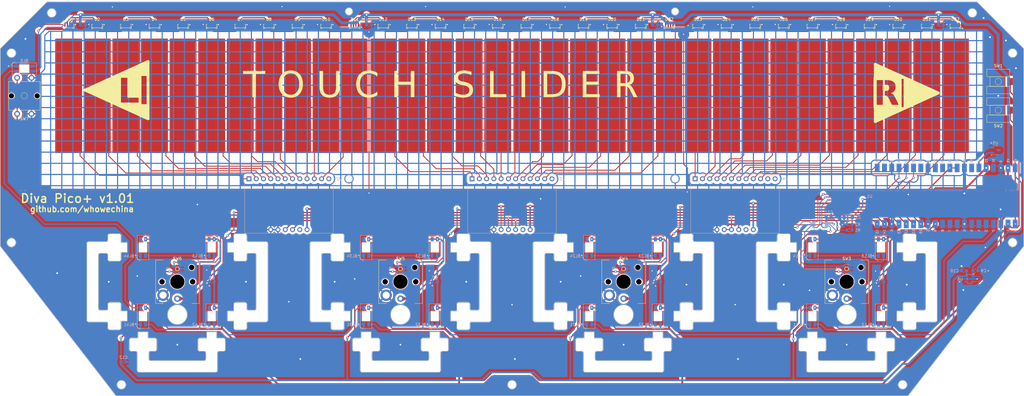
<source format=kicad_pcb>
(kicad_pcb (version 20241229) (generator "pcbnew") (generator_version "9.0")
  (title_block (title "Diva Pico Main"))
  (layers (0 "F.Cu" signal) (2 "B.Cu" signal) (13 "F.Paste" user) (15 "B.Paste" user) (5 "F.SilkS" user "F.Silkscreen") (7 "B.SilkS" user "B.Silkscreen") (1 "F.Mask" user) (3 "B.Mask" user) (25 "Edge.Cuts" user))
  (net 0 "")
  (net 1 "GND")
  (net 2 "+3V3")
  (net 3 "Net-(BL41-Out)")
  (net 4 "Net-(K1-Pin_1)")
  (net 5 "Net-(K2-Pin_1)")
  (net 6 "Net-(K3-Pin_1)")
  (net 7 "Net-(K4-Pin_1)")
  (net 8 "Net-(K5-Pin_1)")
  (net 9 "Net-(K6-Pin_1)")
  (net 10 "Net-(K7-Pin_1)")
  (net 11 "Net-(K8-Pin_1)")
  (net 12 "Net-(K9-Pin_1)")
  (net 13 "Net-(K10-Pin_1)")
  (net 14 "Net-(K11-Pin_1)")
  (net 15 "Net-(K12-Pin_1)")
  (net 16 "Net-(K13-Pin_1)")
  (net 17 "Net-(K14-Pin_1)")
  (net 18 "Net-(K15-Pin_1)")
  (net 19 "Net-(K16-Pin_1)")
  (net 20 "Net-(D1-Out)")
  (net 21 "Net-(D2-Out)")
  (net 22 "Net-(D3-Out)")
  (net 23 "Net-(D4-Out)")
  (net 24 "Net-(D5-Out)")
  (net 25 "Net-(D6-Out)")
  (net 26 "Net-(D7-Out)")
  (net 27 "Net-(D8-Out)")
  (net 28 "Net-(D10-In)")
  (net 29 "Net-(D10-Out)")
  (net 30 "Net-(D11-Out)")
  (net 31 "Net-(D12-Out)")
  (net 32 "Net-(D13-Out)")
  (net 33 "Net-(D14-Out)")
  (net 34 "Net-(D15-Out)")
  (net 35 "Net-(D16-Out)")
  (net 36 "/SCL")
  (net 37 "/SDA")
  (net 44 "VLED")
  (net 45 "VBUS")
  (net 46 "VHall")
  (net 50 "Net-(U7-D)")
  (net 51 "Net-(U1-GPIO26_ADC0)")
  (net 53 "Net-(U1-GPIO18)")
  (net 55 "Net-(U1-GPIO19)")
  (net 57 "Net-(BL11-In)")
  (net 58 "Net-(K18-Pin_1)")
  (net 59 "Net-(K19-Pin_1)")
  (net 61 "Net-(K17-Pin_1)")
  (net 62 "Net-(K21-Pin_1)")
  (net 63 "Net-(K22-Pin_1)")
  (net 64 "Net-(BL5-Out)")
  (net 65 "Net-(K20-Pin_1)")
  (net 68 "Net-(U1-GPIO1)")
  (net 69 "Net-(U1-GPIO0)")
  (net 70 "Net-(U1-GPIO9)")
  (net 71 "Net-(U1-GPIO10)")
  (net 72 "Net-(U1-GPIO11)")
  (net 73 "Net-(U1-GPIO12)")
  (net 74 "Net-(U1-GPIO13)")
  (net 77 "Net-(BL11-Out)")
  (net 81 "Net-(BL21-Out)")
  (net 85 "Net-(BL31-Out)")
  (net 92 "Net-(D17-Out)")
  (net 93 "Net-(D18-Out)")
  (net 94 "Net-(D19-Out)")
  (net 95 "Net-(D20-Out)")
  (net 96 "Net-(D21-Out)")
  (net 97 "Net-(D22-Out)")
  (net 98 "Net-(D23-Out)")
  (net 99 "Net-(D24-Out)")
  (net 100 "Net-(D25-Out)")
  (net 101 "Net-(D26-Out)")
  (net 102 "Net-(D27-Out)")
  (net 103 "Net-(D28-Out)")
  (net 104 "Net-(D29-Out)")
  (net 105 "Net-(D30-Out)")
  (net 106 "Net-(D31-Out)")
  (net 108 "Net-(K23-Pin_1)")
  (net 109 "Net-(K24-Pin_1)")
  (net 110 "Net-(K25-Pin_1)")
  (net 111 "Net-(K26-Pin_1)")
  (net 112 "Net-(K27-Pin_1)")
  (net 113 "Net-(K28-Pin_1)")
  (net 114 "Net-(K29-Pin_1)")
  (net 115 "Net-(K30-Pin_1)")
  (net 116 "Net-(K31-Pin_1)")
  (net 117 "Net-(K32-Pin_1)")
  (net 121 "Net-(U1-ADC_VREF)")
  (net 122 "Net-(U1-GPIO20)")
  (net 124 "/S2")
  (net 125 "/S3")
  (net 126 "/S4")
  (net 128 "/S1")
  (footprint "diva_plus:DivaKey" (layer "F.Cu") (at 92.036 96.59268)
    (property "Reference" "K4" (hide yes))
    (property "Value" "Conn_01x01_Female" (hide yes))
  )
  (footprint "diva_plus:DivaKey" (layer "F.Cu") (at 182.036 96.59268)
    (property "Reference" "K13" (hide yes))
    (property "Value" "Conn_01x01_Female" (hide yes))
  )
  (footprint "diva_plus:DivaKey" (layer "F.Cu") (at 252.036 96.59268)
    (property "Reference" "K20" (hide yes))
    (property "Value" "Conn_01x01_Female" (hide yes))
  )
  (footprint "diva_plus:DivaKey" (layer "F.Cu") (at 322.036 96.59268)
    (property "Reference" "K27" (hide yes))
    (property "Value" "Conn_01x01_Female" (hide yes))
  )
  (footprint "diva_plus:WS2812B-4020" (layer "F.Cu") (at 372.036 72.34268 180)
    (property "Reference" "D32")
    (property "Value" "WS2812B_Unified")
  )
  (footprint "diva_plus:WS2812B-4020" (layer "F.Cu") (at 182.036 72.34268 180)
    (property "Reference" "D13")
    (property "Value" "WS2812B_Unified" (hide yes))
  )
  (footprint "diva_plus:WS2812B-4020" (layer "F.Cu") (at 332.036 72.34268 180)
    (property "Reference" "D28")
    (property "Value" "WS2812B_Unified")
  )
  (footprint "diva_plus:WS2812B-4020" (layer "F.Cu") (at 342.036 72.34268 180)
    (property "Reference" "D29")
    (property "Value" "WS2812B_Unified")
  )
  (footprint "diva_plus:WS2812B-4020" (layer "F.Cu") (at 242.036 72.34268 180)
    (property "Reference" "D19")
    (property "Value" "WS2812B_Unified")
  )
  (footprint "diva_plus:Choc_HE" (layer "F.Cu") (at 178.036 161.59268 180)
    (property "Reference" "SW5")
    (property "Value" "SWITCH_SPST" (hide yes))
  )
  (footprint "diva_plus:WS2812B-4020" (layer "F.Cu") (at 192.036 72.34268 180)
    (property "Reference" "D14")
    (property "Value" "WS2812B_Unified" (hide yes))
  )
  (footprint "diva_plus:DivaKey" (layer "F.Cu") (at 62.036 96.59268)
    (property "Reference" "K1" (hide yes))
    (property "Value" "Conn_01x01_Female" (hide yes))
  )
  (footprint "diva_plus:DivaKey" (layer "F.Cu") (at 82.036 96.59268)
    (property "Reference" "K3" (hide yes))
    (property "Value" "Conn_01x01_Female" (hide yes))
  )
  (footprint "diva_plus:WS2812B-4020" (layer "F.Cu") (at 252.036 72.34268 180)
    (property "Reference" "D20")
    (property "Value" "WS2812B_Unified")
  )
  (footprint "diva_plus:DivaKeyBiasRight" (layer "F.Cu") (at 222.036 96.59268)
    (property "Reference" "K17" (hide yes))
    (property "Value" "Conn_01x01_Female" (hide yes))
  )
  (footprint "diva_plus:WS2812B-4020" (layer "F.Cu") (at 322.036 72.34268 180)
    (property "Reference" "D27")
    (property "Value" "WS2812B_Unified")
  )
  (footprint "diva_plus:DivaKey" (layer "F.Cu") (at 212.036 96.59268)
    (property "Reference" "K16" (hide yes))
    (property "Value" "Conn_01x01_Female" (hide yes))
  )
  (footprint "diva_plus:WS2812B-4020" (layer "F.Cu") (at 212.036 72.34268 180)
    (property "Reference" "D16")
    (property "Value" "WS2812B_Unified" (hide yes))
  )
  (footprint "diva_plus:DivaKey" (layer "F.Cu") (at 192.036 96.59268)
    (property "Reference" "K14" (hide yes))
    (property "Value" "Conn_01x01_Female" (hide yes))
  )
  (footprint "diva_plus:Choc_HE" (layer "F.Cu") (at 256.036 161.59268 180)
    (property "Reference" "SW4")
    (property "Value" "SWITCH_SPST" (hide yes))
  )
  (footprint "diva_plus:SKSTAAE010" (layer "F.Cu") (at 387.036 101.59268)
    (property "Reference" "SW2")
    (property "Value" "SWITCH_SPST" (hide yes))
  )
  (footprint "diva_plus:WS2812B-4020" (layer "F.Cu") (at 112.036 72.34268 180)
    (property "Reference" "D6")
    (property "Value" "WS2812B_Unified" (hide yes))
  )
  (footprint "diva_plus:DivaKeyBiasRight" (layer "F.Cu") (at 172.036 96.59268)
    (property "Reference" "K12" (hide yes))
    (property "Value" "Conn_01x01_Female" (hide yes))
  )
  (footprint "diva_plus:B3F4000" (layer "F.Cu") (at 46.536 96.59268 90)
    (property "Reference" "SW7")
    (property "Value" "SWITCH_SPST")
  )
  (footprint "diva_plus:DivaKey" (layer "F.Cu") (at 372.036 96.59268)
    (property "Reference" "K32" (hide yes))
    (property "Value" "Conn_01x01_Female" (hide yes))
  )
  (footprint "diva_plus:DivaKey" (layer "F.Cu") (at 332.036 96.59268)
    (property "Reference" "K28" (hide yes))
    (property "Value" "Conn_01x01_Female" (hide yes))
  )
  (footprint "diva_plus:DivaKeyBiasLeft" (layer "F.Cu") (at 272.036 96.59268)
    (property "Reference" "K22" (hide yes))
    (property "Value" "Conn_01x01_Female" (hide yes))
  )
  (footprint "diva_plus:WS2812B-4020" (layer "F.Cu") (at 72.036 72.34268 180)
    (property "Reference" "D2")
    (property "Value" "WS2812B_Unified" (hide yes))
  )
  (footprint "diva_plus:DivaKey" (layer "F.Cu") (at 152.036 96.59268)
    (property "Reference" "K10" (hide yes))
    (property "Value" "Conn_01x01_Female" (hide yes))
  )
  (footprint "diva_plus:DivaKey" (layer "F.Cu") (at 262.036 96.59268)
    (property "Reference" "K21" (hide yes))
    (property "Value" "Conn_01x01_Female" (hide yes))
  )
  (footprint "diva_plus:DivaKeyBiasRight" (layer "F.Cu") (at 282.036 96.59268)
    (property "Reference" "K23" (hide yes))
    (property "Value" "Conn_01x01_Female" (hide yes))
  )
  (footprint "diva_plus:WS2812B-4020" (layer "F.Cu") (at 302.036 72.34268 180)
    (property "Reference" "D25")
    (property "Value" "WS2812B_Unified")
  )
  (footprint "diva_plus:DivaKey" (layer "F.Cu") (at 362.036 96.59268)
    (property "Reference" "K31" (hide yes))
    (property "Value" "Conn_01x01_Female" (hide yes))
  )
  (footprint "diva_plus:Choc_HE" (layer "F.Cu") (at 334.036 161.59268 180)
    (property "Reference" "SW3")
    (property "Value" "SWITCH_SPST" (hide yes))
  )
  (footprint "diva_plus:SKSTAAE010" (layer "F.Cu") (at 387.036 91.59268)
    (property "Reference" "SW1")
    (property "Value" "SWITCH_SPST" (hide yes))
  )
  (footprint "diva_plus:WS2812B-4020" (layer "F.Cu") (at 152.036 72.34268 180)
    (property "Reference" "D10")
    (property "Value" "WS2812B_Unified" (hide yes))
  )
  (footprint "diva_plus:WS2812B-4020" (layer "F.Cu") (at 132.036 72.34268 180)
    (property "Reference" "D8")
    (property "Value" "WS2812B_Unified" (hide yes))
  )
  (footprint "diva_plus:DivaKeyBiasLeft" (layer "F.Cu") (at 162.036 96.59268)
    (property "Reference" "K11" (hide yes))
    (property "Value" "Conn_01x01_Female" (hide yes))
  )
  (footprint "diva_plus:DivaKey" (layer "F.Cu") (at 352.036 96.59268)
    (property "Reference" "K30" (hide yes))
    (property "Value" "Conn_01x01_Female" (hide yes))
  )
  (footprint "diva_plus:DivaKey" (layer "F.Cu") (at 202.036 96.59268)
    (property "Reference" "K15" (hide yes))
    (property "Value" "Conn_01x01_Female" (hide yes))
  )
  (footprint "diva_plus:DivaKey" (layer "F.Cu") (at 342.036 96.59268)
    (property "Reference" "K29" (hide yes))
    (property "Value" "Conn_01x01_Female" (hide yes))
  )
  (footprint "diva_plus:WS2812B-4020" (layer "F.Cu") (at 122.036 72.34268 180)
    (property "Reference" "D7")
    (property "Value" "WS2812B_Unified" (hide yes))
  )
  (footprint "diva_plus:DivaKey" (layer "F.Cu") (at 72.036 96.59268)
    (property "Reference" "K2" (hide yes))
    (property "Value" "Conn_01x01_Female" (hide yes))
  )
  (footprint "diva_plus:WS2812B-4020" (layer "F.Cu") (at 282.036 72.34268 180)
    (property "Reference" "D23")
    (property "Value" "WS2812B_Unified")
  )
  (footprint "diva_plus:DivaKey" (layer "F.Cu") (at 142.036 96.59268)
    (property "Reference" "K9" (hide yes))
    (property "Value" "Conn_01x01_Female" (hide yes))
  )
  (footprint "diva_plus:WS2812B-4020" (layer "F.Cu") (at 102.036 72.34268 180)
    (property "Reference" "D5")
    (property "Value" "WS2812B_Unified" (hide yes))
  )
  (footprint "diva_plus:WS2812B-4020" (layer "F.Cu") (at 162.036 72.34268 180)
    (property "Reference" "D11")
    (property "Value" "WS2812B_Unified" (hide yes))
  )
  (footprint "diva_plus:DivaKey" (layer "F.Cu") (at 122.036 96.59268)
    (property "Reference" "K7" (hide yes))
    (property "Value" "Conn_01x01_Female" (hide yes))
  )
  (footprint "diva_plus:WS2812B-4020" (layer "F.Cu") (at 82.036 72.34268 180)
    (property "Reference" "D3")
    (property "Value" "WS2812B_Unified" (hide yes))
  )
  (footprint "diva_plus:WS2812B-4020" (layer "F.Cu") (at 272.036 72.34268 180)
    (property "Reference" "D22")
    (property "Value" "WS2812B_Unified")
  )
  (footprint "diva_plus:WS2812B-4020" (layer "F.Cu") (at 362.036 72.34268 180)
    (property "Reference" "D31")
    (property "Value" "WS2812B_Unified")
  )
  (footprint "diva_plus:DivaKey" (layer "F.Cu") (at 232.036 96.59268)
    (property "Reference" "K18" (hide yes))
    (property "Value" "Conn_01x01_Female" (hide yes))
  )
  (footprint "diva_plus:DivaKey" (layer "F.Cu") (at 242.036 96.59268)
    (property "Reference" "K19" (hide yes))
    (property "Value" "Conn_01x01_Female" (hide yes))
  )
  (footprint "diva_plus:DivaKey" (layer "F.Cu") (at 302.036 96.59268)
    (property "Reference" "K25" (hide yes))
    (property "Value" "Conn_01x01_Female" (hide yes))
  )
  (footprint "diva_plus:DivaKey" (layer "F.Cu") (at 102.036 96.59268)
    (property "Reference" "K5" (hide yes))
    (property "Value" "Conn_01x01_Female" (hide yes))
  )
  (footprint "diva_plus:WS2812B-4020" (layer "F.Cu") (at 172.036 72.34268 180)
    (property "Reference" "D12")
    (property "Value" "WS2812B_Unified" (hide yes))
  )
  (footprint "diva_plus:WS2812B-4020" (layer "F.Cu") (at 62.036 72.34268 180)
    (property "Reference" "D1")
    (property "Value" "WS2812B_Unified" (hide yes))
  )
  (footprint "diva_plus:DivaKey" (layer "F.Cu") (at 292.036 96.59268)
    (property "Reference" "K24" (hide yes))
    (property "Value" "Conn_01x01_Female" (hide yes))
  )
  (footprint "diva_plus:WS2812B-4020" (layer "F.Cu") (at 92.036 72.34268 180)
    (property "Reference" "D4")
    (property "Value" "WS2812B_Unified" (hide yes))
  )
  (footprint "diva_plus:DivaKey" (layer "F.Cu") (at 112.036 96.59268)
    (property "Reference" "K6" (hide yes))
    (property "Value" "Conn_01x01_Female" (hide yes))
  )
  (footprint "diva_plus:WS2812B-4020" (layer "F.Cu") (at 142.036 72.34268 180)
    (property "Reference" "D9")
    (property "Value" "WS2812B_Unified" (hide yes))
  )
  (footprint "diva_plus:WS2812B-4020" (layer "F.Cu") (at 262.036 72.34268 180)
    (property "Reference" "D21")
    (property "Value" "WS2812B_Unified")
  )
  (footprint "diva_plus:WS2812B-4020" (layer "F.Cu") (at 232.036 72.34268 180)
    (property "Reference" "D18")
    (property "Value" "WS2812B_Unified")
  )
  (footprint "diva_plus:DivaKey" (layer "F.Cu") (at 312.036 96.59268)
    (property "Reference" "K26" (hide yes))
    (property "Value" "Conn_01x01_Female" (hide yes))
  )
  (footprint "diva_plus:WS2812B-4020" (layer "F.Cu") (at 222.036 72.34268 180)
    (property "Reference" "D17")
    (property "Value" "WS2812B_Unified")
  )
  (footprint "diva_plus:DivaKey" (layer "F.Cu") (at 132.036 96.59268)
    (property "Reference" "K8" (hide yes))
    (property "Value" "Conn_01x01_Female" (hide yes))
  )
  (footprint "diva_plus:Choc_HE" (layer "F.Cu") (at 100.036 161.59268 180)
    (property "Reference" "SW6")
    (property "Value" "SWITCH_SPST" (hide yes))
  )
  (footprint "diva_plus:WS2812B-4020" (layer "F.Cu") (at 292.036 72.34268 180)
    (property "Reference" "D24")
    (property "Value" "WS2812B_Unified")
  )
  (footprint "diva_plus:WS2812B-4020" (layer "F.Cu") (at 312.036 72.34268 180)
    (property "Reference" "D26")
    (property "Value" "WS2812B_Unified")
  )
  (footprint "diva_plus:WS2812B-4020" (layer "F.Cu") (at 202.036 72.34268 180)
    (property "Reference" "D15")
    (property "Value" "WS2812B_Unified" (hide yes))
  )
  (footprint "diva_plus:WS2812B-4020" (layer "F.Cu") (at 352.036 72.34268 180)
    (property "Reference" "D30")
    (property "Value" "WS2812B_Unified")
  )
  (footprint "Capacitor_SMD:C_0603_1608Metric_Pad1.08x0.95mm_HandSolder" (layer "B.Cu") (at 67.036 71.84268)
    (property "Reference" "C1")
    (property "Value" "0.1uF" (hide yes))
  )
  (footprint "Resistor_SMD:R_0603_1608Metric_Pad0.98x0.95mm_HandSolder" (layer "B.Cu") (at 335.036 141.59268)
    (property "Reference" "R2")
    (property "Value" "10K")
  )
  (footprint "Capacitor_SMD:C_0603_1608Metric_Pad1.08x0.95mm_HandSolder" (layer "B.Cu") (at 112.0735 161.60268 180)
    (property "Reference" "C8")
    (property "Value" "0.1uF" (hide yes))
  )
  (footprint "diva_plus:SOT-23-FAT" (layer "B.Cu") (at 100.036 157.09268)
    (property "Reference" "H4")
    (property "Value" "SS49E_SOT23")
  )
  (footprint "diva_plus:WS2812B-2835_EMBED" (layer "B.Cu") (at 190.036 173.59268 90)
    (property "Reference" "BL32")
    (property "Value" "WS2812B_Unified" (hide yes))
    (fp_rect (start -1.75 1.45) (end 1.75 -1.45) (stroke (width 0.15)) (fill no) (layer "Edge.Cuts"))
  )
  (footprint "diva_plus:WS2812B-2835_EMBED" (layer "B.Cu") (at 166.036 173.59268 90)
    (property "Reference" "BL31")
    (property "Value" "WS2812B_Unified" (hide yes))
    (fp_rect (start -1.75 1.45) (end 1.75 -1.45) (stroke (width 0.15)) (fill no) (layer "Edge.Cuts"))
  )
  (footprint "diva_plus:WS2812B-2835_EMBED" (layer "B.Cu") (at 88.036 173.59268 90)
    (property "Reference" "BL41")
    (property "Value" "WS2812B_Unified" (hide yes))
    (fp_rect (start -1.75 1.45) (end 1.75 -1.45) (stroke (width 0.15)) (fill no) (layer "Edge.Cuts"))
  )
  (footprint "Package_TO_SOT_SMD:SOT-23-5" (layer "B.Cu") (at 377.036 160.59268 180)
    (property "Reference" "U6")
    (property "Value" "LP5907MFX-4.2")
  )
  (footprint "diva_plus:WS2812B-2835_EMBED" (layer "B.Cu") (at 346.036 149.59268 90)
    (property "Reference" "BL13")
    (property "Value" "WS2812B_Unified" (hide yes))
    (fp_rect (start -1.75 1.45) (end 1.75 -1.45) (stroke (width 0.15)) (fill no) (layer "Edge.Cuts"))
  )
  (footprint "diva_plus:WS2812B-2835_EMBED" (layer "B.Cu") (at 322.036 173.59268 90)
    (property "Reference" "BL11")
    (property "Value" "WS2812B_Unified" (hide yes))
    (fp_rect (start -1.75 1.45) (end 1.75 -1.45) (stroke (width 0.15)) (fill no) (layer "Edge.Cuts"))
  )
  (footprint "diva_plus:MPR121_BOARD" (layer "B.Cu") (at 139.036 125.59268)
    (property "Reference" "U2")
    (property "Value" "MPR121QR2_BOARD" (hide yes))
  )
  (footprint "diva_plus:WS2812B-2835_EMBED" (layer "B.Cu") (at 190.036 149.59268 90)
    (property "Reference" "BL33")
    (property "Value" "WS2812B_Unified" (hide yes))
    (fp_rect (start -1.75 1.45) (end 1.75 -1.45) (stroke (width 0.15)) (fill no) (layer "Edge.Cuts"))
  )
  (footprint "diva_plus:SOT-23-FAT" (layer "B.Cu") (at 256.036 157.09268)
    (property "Reference" "H2")
    (property "Value" "SS49E_SOT23")
  )
  (footprint "Capacitor_SMD:C_0603_1608Metric_Pad1.08x0.95mm_HandSolder" (layer "B.Cu") (at 190.0735 161.59268 180)
    (property "Reference" "C7")
    (property "Value" "0.1uF" (hide yes))
  )
  (footprint "Capacitor_SMD:C_0603_1608Metric_Pad1.08x0.95mm_HandSolder" (layer "B.Cu") (at 346.0735 161.59268 180)
    (property "Reference" "C5")
    (property "Value" "0.1uF" (hide yes))
  )
  (footprint "diva_plus:WS2812B-2835_EMBED" (layer "B.Cu") (at 112.036 149.59268 90)
    (property "Reference" "BL43")
    (property "Value" "WS2812B_Unified" (hide yes))
    (fp_rect (start -1.75 1.45) (end 1.75 -1.45) (stroke (width 0.15)) (fill no) (layer "Edge.Cuts"))
  )
  (footprint "Capacitor_SMD:C_0603_1608Metric_Pad1.08x0.95mm_HandSolder" (layer "B.Cu") (at 379.036 157.74268)
    (property "Reference" "C9")
    (property "Value" "0.1uF")
  )
  (footprint "Capacitor_SMD:C_0603_1608Metric_Pad1.08x0.95mm_HandSolder" (layer "B.Cu") (at 267.036 71.84268)
    (property "Reference" "C3")
    (property "Value" "0.1uF" (hide yes))
  )
  (footprint "Capacitor_SMD:C_0603_1608Metric_Pad1.08x0.95mm_HandSolder" (layer "B.Cu") (at 367.036 71.84268)
    (property "Reference" "C4")
    (property "Value" "0.1uF" (hide yes))
  )
  (footprint "Capacitor_SMD:C_0603_1608Metric_Pad1.08x0.95mm_HandSolder" (layer "B.Cu") (at 375.036 157.76268 180)
    (property "Reference" "C10")
    (property "Value" "0.1uF")
  )
  (footprint "diva_plus:WS2812B-2835_EMBED" (layer "B.Cu") (at 46.536 87.09268)
    (property "Reference" "BL5")
    (property "Value" "WS2812B_Unified" (hide yes))
    (fp_rect (start -1.75 1.45) (end 1.75 -1.45) (stroke (width 0.15)) (fill no) (layer "Edge.Cuts"))
  )
  (footprint "Diode_SMD:D_SOD-123F" (layer "B.Cu") (at 334.5485 139.09268 180)
    (property "Reference" "Z1")
    (property "Value" "3.3V")
  )
  (footprint "diva_plus:WS2812B-2835_EMBED" (layer "B.Cu") (at 88.036 149.59268 90)
    (property "Reference" "BL44")
    (property "Value" "WS2812B_Unified" (hide yes))
    (fp_rect (start -1.75 1.45) (end 1.75 -1.45) (stroke (width 0.15)) (fill no) (layer "Edge.Cuts"))
  )
  (footprint "diva_plus:WS2812B-2835_EMBED" (layer "B.Cu") (at 346.036 173.59268 90)
    (property "Reference" "BL12")
    (property "Value" "WS2812B_Unified" (hide yes))
    (fp_rect (start -1.75 1.45) (end 1.75 -1.45) (stroke (width 0.15)) (fill no) (layer "Edge.Cuts"))
  )
  (footprint "Capacitor_SMD:C_0603_1608Metric_Pad1.08x0.95mm_HandSolder" (layer "B.Cu") (at 327.7185 138.59268)
    (property "Reference" "C11")
    (property "Value" "0.1uF")
  )
  (footprint "diva_plus:WS2812B-2835_EMBED" (layer "B.Cu") (at 268.036 173.59268 90)
    (property "Reference" "BL22")
    (property "Value" "WS2812B_Unified" (hide yes))
    (fp_rect (start -1.75 1.45) (end 1.75 -1.45) (stroke (width 0.15)) (fill no) (layer "Edge.Cuts"))
  )
  (footprint "diva_plus:WS2812B-2835_EMBED" (layer "B.Cu") (at 112.036 173.59268 90)
    (property "Reference" "BL42")
    (property "Value" "WS2812B_Unified" (hide yes))
    (fp_rect (start -1.75 1.45) (end 1.75 -1.45) (stroke (width 0.15)) (fill no) (layer "Edge.Cuts"))
  )
  (footprint "diva_plus:WS2812B-2835_EMBED" (layer "B.Cu") (at 244.036 173.59268 90)
    (property "Reference" "BL21")
    (property "Value" "WS2812B_Unified" (hide yes))
    (fp_rect (start -1.75 1.45) (end 1.75 -1.45) (stroke (width 0.15)) (fill no) (layer "Edge.Cuts"))
  )
  (footprint "diva_plus:WS2812B-2835_EMBED" (layer "B.Cu") (at 322.036 149.59268 90)
    (property "Reference" "BL14")
    (property "Value" "WS2812B_Unified" (hide yes))
    (fp_rect (start -1.75 1.45) (end 1.75 -1.45) (stroke (width 0.15)) (fill no) (layer "Edge.Cuts"))
  )
  (footprint "Package_SO:TSSOP-10_3x3mm_P0.5mm" (layer "B.Cu") (at 324.706 141.59268)
    (property "Reference" "U7")
    (property "Value" "ADG704BRUZ")
  )
  (footprint "diva_plus:WS2812B-2835_EMBED" (layer "B.Cu") (at 166.036 149.59268 90)
    (property "Reference" "BL34")
    (property "Value" "WS2812B_Unified" (hide yes))
    (fp_rect (start -1.75 1.45) (end 1.75 -1.45) (stroke (width 0.15)) (fill no) (layer "Edge.Cuts"))
  )
  (footprint "diva_plus:MPR121_BOARD" (layer "B.Cu") (at 217.036 125.59268)
    (property "Reference" "U3")
    (property "Value" "MPR121QR2_BOARD" (hide yes))
  )
  (footprint "diva_plus:RPi_Pico_SMD_No_USB" (layer "B.Cu") (at 368.836 131.59268 90)
    (property "Reference" "U1")
    (property "Value" "Pico_Trim")
  )
  (footprint "diva_plus:MPR121_BOARD" (layer "B.Cu") (at 295.036 125.59268)
    (property "Reference" "U4")
    (property "Value" "MPR121QR2_BOARD")
  )
  (footprint "diva_plus:WS2812B-2835_EMBED" (layer "B.Cu") (at 244.036 149.59268 90)
    (property "Reference" "BL24")
    (property "Value" "WS2812B_Unified" (hide yes))
    (fp_rect (start -1.75 1.45) (end 1.75 -1.45) (stroke (width 0.15)) (fill no) (layer "Edge.Cuts"))
  )
  (footprint "diva_plus:SOT-23-FAT" (layer "B.Cu") (at 334.036 157.09268)
    (property "Reference" "H1")
    (property "Value" "SS49E_SOT23")
  )
  (footprint "Capacitor_SMD:C_0603_1608Metric_Pad1.08x0.95mm_HandSolder" (layer "B.Cu") (at 81.196 189.65268)
    (property "Reference" "C12")
    (property "Value" "0.1uF")
  )
  (footprint "diva_plus:SOT-23-FAT" (layer "B.Cu") (at 386.036 115.59268)
    (property "Reference" "U5")
    (property "Value" "LM4040DBZ-2.1")
  )
  (footprint "Resistor_SMD:R_0603_1608Metric_Pad0.98x0.95mm_HandSolder" (layer "B.Cu") (at 335.036 143.59268 180)
    (property "Reference" "R1")
    (property "Value" "100")
  )
  (footprint "diva_plus:WS2812B-2835_EMBED" (layer "B.Cu") (at 268.036 149.59268 90)
    (property "Reference" "BL23")
    (property "Value" "WS2812B_Unified" (hide yes))
    (fp_rect (start -1.75 1.45) (end 1.75 -1.45) (stroke (width 0.15)) (fill no) (layer "Edge.Cuts"))
  )
  (footprint "diva_plus:SOT-23-FAT" (layer "B.Cu") (at 178.036 157.09268)
    (property "Reference" "H3")
    (property "Value" "SS49E_SOT23")
  )
  (footprint "Capacitor_SMD:C_0603_1608Metric_Pad1.08x0.95mm_HandSolder" (layer "B.Cu") (at 167.036 71.84268)
    (property "Reference" "C2")
    (property "Value" "0.1uF" (hide yes))
  )
  (footprint "Capacitor_SMD:C_0603_1608Metric_Pad1.08x0.95mm_HandSolder" (layer "B.Cu") (at 268.0735 161.59268 180)
    (property "Reference" "C6")
    (property "Value" "0.1uF" (hide yes))
  )
  (gr_poly (pts (xy 89.786685 84.59268) (xy 78.786685 89.59268) (xy 89.786685 89.59268)) (stroke (width 0.15)) (fill yes) (layer "F.SilkS"))
  (gr_line (start 366.036 95.59268) (end 344.036 85.59268) (stroke (width 1)) (layer "F.SilkS"))
  (gr_poly (pts (xy 355.036 90.59268) (xy 344.036 90.59268) (xy 344.036 85.59268)) (stroke (width 0.15)) (fill yes) (layer "F.SilkS"))
  (gr_poly (pts (xy 78.786685 99.59268) (xy 89.786685 99.59268) (xy 89.786685 104.59268)) (stroke (width 0.15)) (fill yes) (layer "F.SilkS"))
  (gr_line (start 67.786685 94.59268) (end 89.786685 104.59268) (stroke (width 1)) (layer "F.SilkS"))
  (gr_line (start 344.036 105.59268) (end 366.036 95.59268) (stroke (width 1)) (layer "F.SilkS"))
  (gr_poly (pts (xy 344.036 105.59268) (xy 355.036 100.59268) (xy 344.036 100.59268)) (stroke (width 0.15)) (fill yes) (layer "F.SilkS"))
  (gr_line (start 89.786685 104.59268) (end 89.786685 84.59268) (stroke (width 1)) (layer "F.SilkS"))
  (gr_poly (pts (xy 79.786685 89.59268) (xy 79.786685 99.59268) (xy 68.786685 94.59268)) (stroke (width 0.15)) (fill yes) (layer "F.SilkS"))
  (gr_line (start 344.036 85.59268) (end 344.036 105.59268) (stroke (width 1)) (layer "F.SilkS"))
  (gr_poly (pts (xy 354.036 100.59268) (xy 354.036 90.59268) (xy 365.036 95.59268)) (stroke (width 0.15)) (fill yes) (layer "F.SilkS"))
  (gr_line (start 89.786685 84.59268) (end 67.786685 94.59268) (stroke (width 1)) (layer "F.SilkS"))
  (gr_line (start 275.786 147.89268) (end 275.786 145.44268) (stroke (width 0.2)) (layer "Edge.Cuts"))
  (gr_line (start 228.436 152.19268) (end 228.436 170.99268) (stroke (width 0.2)) (layer "Edge.Cuts"))
  (gr_line (start 83.286 185.24268) (end 83.286 181.942679) (stroke (width 0.2)) (layer "Edge.Cuts"))
  (gr_arc (start 153.786 145.44268) (mid 153.961736 145.018416) (end 154.385999 144.84268) (stroke (width 0.2)) (layer "Edge.Cuts"))
  (gr_arc (start 224.436 148.19268) (mid 224.611736 147.768416) (end 225.036 147.59268) (stroke (width 0.2)) (layer "Edge.Cuts"))
  (gr_arc (start 272.786 185.24268) (mid 272.610264 185.666944) (end 272.186 185.84268) (stroke (width 0.2)) (layer "Edge.Cuts"))
  (gr_arc (start 153.786 146.99268) (mid 153.610264 147.416944) (end 153.186 147.59268) (stroke (width 0.2)) (layer "Edge.Cuts"))
  (gr_arc (start 231.786 170.99268) (mid 231.610264 171.416944) (end 231.186 171.59268) (stroke (width 0.2)) (layer "Edge.Cuts"))
  (gr_arc (start 205.035999 151.59268) (mid 205.460264 151.768416) (end 205.636 152.19268) (stroke (width 0.2)) (layer "Edge.Cuts"))
  (gr_arc (start 109.436 185.84268) (mid 109.860264 186.018416) (end 110.036 186.442681) (stroke (width 0.2)) (layer "Edge.Cuts"))
  (gr_arc (start 80.286 177.74268) (mid 80.110264 178.166944) (end 79.686 178.34268) (stroke (width 0.2)) (layer "Edge.Cuts"))
  (gr_line (start 358.886 151.59268) (end 361.036 151.59268) (stroke (width 0.2)) (layer "Edge.Cuts"))
  (gr_line (start 280.286 177.74268) (end 280.286 176.19268) (stroke (width 0.2)) (layer "Edge.Cuts"))
  (gr_line (start 357.686 144.84268) (end 354.386 144.84268) (stroke (width 0.2)) (layer "Edge.Cuts"))
  (gr_line (start 269.736 181.34268) (end 269.736 179.14268) (stroke (width 0.2)) (layer "Edge.Cuts"))
  (gr_arc (start 248.186 181.34268) (mid 248.610264 181.518416) (end 248.786 181.94268) (stroke (width 0.2)) (layer "Edge.Cuts"))
  (gr_line (start 361.036 171.59268) (end 358.886 171.59268) (stroke (width 0.2)) (layer "Edge.Cuts"))
  (gr_arc (start 185.286 181.942679) (mid 185.461736 181.518416) (end 185.886 181.34268) (stroke (width 0.2)) (layer "Edge.Cuts"))
  (gr_arc (start 163.436 185.84268) (mid 163.860264 186.018416) (end 164.036 186.442681) (stroke (width 0.2)) (layer "Edge.Cuts"))
  (gr_line (start 275.786 171.89268) (end 275.786 169.44268) (stroke (width 0.2)) (layer "Edge.Cuts"))
  (gr_arc (start 365.036 147.59268) (mid 365.460264 147.768416) (end 365.636 148.19268) (stroke (width 0.2)) (layer "Edge.Cuts"))
  (gr_arc (start 90.036 186.44268) (mid 90.211736 186.018416) (end 90.635999 185.84268) (stroke (width 0.2)) (layer "Edge.Cuts"))
  (gr_arc (start 194.185999 181.34268) (mid 194.610264 181.518416) (end 194.786 181.94268) (stroke (width 0.2)) (layer "Edge.Cuts"))
  (gr_arc (start 124.286 153.74268) (mid 124.110264 154.166944) (end 123.686 154.34268) (stroke (width 0.2)) (layer "Edge.Cuts"))
  (gr_arc (start 275.786 169.44268) (mid 275.961736 169.018416) (end 276.386 168.84268) (stroke (width 0.2)) (layer "Edge.Cuts"))
  (gr_arc (start 358.286 152.19268) (mid 358.461736 151.768416) (end 358.886 151.59268) (stroke (width 0.2)) (layer "Edge.Cuts"))
  (gr_line (start 167.736 181.34268) (end 167.736 179.14268) (stroke (width 0.2)) (layer "Edge.Cuts"))
  (gr_line (start 107.886 181.34268) (end 110.336 181.34268) (stroke (width 0.2)) (layer "Edge.Cuts"))
  (gr_line (start 209.636 171.59268) (end 209.636 151.59268) (stroke (width 0.2)) (layer "Edge.Cuts"))
  (gr_arc (start 124.886 147.59268) (mid 124.461736 147.416944) (end 124.286 146.99268) (stroke (width 0.2)) (layer "Edge.Cuts"))
  (gr_line (start 191.736 181.34268) (end 191.736 179.14268) (stroke (width 0.2)) (layer "Edge.Cuts"))
  (gr_line (start 158.286 151.29268) (end 158.286 153.74268) (stroke (width 0.2)) (layer "Edge.Cuts"))
  (gr_arc (start 280.886 171.59268) (mid 280.461736 171.416944) (end 280.286 170.99268) (stroke (width 0.2)) (layer "Edge.Cuts"))
  (gr_arc (start 120.386 178.34268) (mid 119.961736 178.166944) (end 119.786 177.74268) (stroke (width 0.2)) (layer "Edge.Cuts"))
  (gr_line (start 168.635999 185.84268) (end 170.186 185.84268) (stroke (width 0.2)) (layer "Edge.Cuts"))
  (gr_arc (start 202.286 152.192679) (mid 202.461736 151.768416) (end 202.886 151.59268) (stroke (width 0.2)) (layer "Edge.Cuts"))
  (gr_circle (center 377.964932 67.59268) (end 379.464932 67.59268) (stroke (width 0.2)) (fill no) (layer "Edge.Cuts"))
  (gr_line (start 314.286 171.89268) (end 316.486 171.89268) (stroke (width 0.2)) (layer "Edge.Cuts"))
  (gr_line (start 358.286 177.74268) (end 358.286 176.19268) (stroke (width 0.2)) (layer "Edge.Cuts"))
  (gr_line (start 153.786 145.44268) (end 153.786 146.99268) (stroke (width 0.2)) (layer "Edge.Cuts"))
  (gr_arc (start 114.036 186.44268) (mid 114.211736 186.018416) (end 114.635999 185.84268) (stroke (width 0.2)) (layer "Edge.Cuts"))
  (gr_arc (start 358.886 171.59268) (mid 358.461736 171.416944) (end 358.286 170.99268) (stroke (width 0.2)) (layer "Edge.Cuts"))
  (gr_line (start 279.686 168.84268) (end 276.386 168.84268) (stroke (width 0.2)) (layer "Edge.Cuts"))
  (gr_line (start 236.286 175.29268) (end 236.286 177.74268) (stroke (width 0.2)) (layer "Edge.Cuts"))
  (gr_line (start 72.436 152.192679) (end 72.436 170.99268) (stroke (width 0.2)) (layer "Edge.Cuts"))
  (gr_line (start 242.036 186.44268) (end 242.036 192.59268) (stroke (width 0.2)) (layer "Edge.Cuts"))
  (gr_line (start 197.786 177.74268) (end 197.786 175.29268) (stroke (width 0.2)) (layer "Edge.Cuts"))
  (gr_arc (start 90.636 189.19268) (mid 90.211736 189.016944) (end 90.036 188.59268) (stroke (width 0.2)) (layer "Edge.Cuts"))
  (gr_line (start 124.286 145.442681) (end 124.286 146.99268) (stroke (width 0.2)) (layer "Edge.Cuts"))
  (gr_line (start 379.580365 63.69268) (end 54.491635 63.69268) (stroke (width 0.2)) (layer "Edge.Cuts"))
  (gr_arc (start 75.786 170.99268) (mid 75.610264 171.416944) (end 75.186 171.59268) (stroke (width 0.2)) (layer "Edge.Cuts"))
  (gr_line (start 195.586 147.89268) (end 195.586 151.29268) (stroke (width 0.2)) (layer "Edge.Cuts"))
  (gr_line (start 310.386 144.84268) (end 313.686 144.84268) (stroke (width 0.2)) (layer "Edge.Cuts"))
  (gr_line (start 324.036 188.59268) (end 324.036 186.44268) (stroke (width 0.2)) (layer "Edge.Cuts"))
  (gr_line (start 272.786 185.24268) (end 272.786 181.94268) (stroke (width 0.2)) (layer "Edge.Cuts"))
  (gr_line (start 279.686 144.84268) (end 276.386 144.84268) (stroke (width 0.2)) (layer "Edge.Cuts"))
  (gr_arc (start 197.786 169.44268) (mid 197.961736 169.018416) (end 198.385999 168.84268) (stroke (width 0.2)) (layer "Edge.Cuts"))
  (gr_line (start 236.286 151.29268) (end 236.286 153.74268) (stroke (width 0.2)) (layer "Edge.Cuts"))
  (gr_arc (start 365.636 174.99268) (mid 365.460264 175.416944) (end 365.036 175.59268) (stroke (width 0.2)) (layer "Edge.Cuts"))
  (gr_line (start 357.686 168.84268) (end 354.386 168.84268) (stroke (width 0.2)) (layer "Edge.Cuts"))
  (gr_line (start 232.386 144.84268) (end 235.686 144.84268) (stroke (width 0.2)) (layer "Edge.Cuts"))
  (gr_arc (start 127.636 170.99268) (mid 127.460264 171.416944) (end 127.036 171.59268) (stroke (width 0.2)) (layer "Edge.Cuts"))
  (gr_line (start 86.336 179.14268) (end 89.736 179.14268) (stroke (width 0.2)) (layer "Edge.Cuts"))
  (gr_circle (center 42.036 147.884453) (end 43.536 147.884453) (stroke (width 0.2)) (fill no) (layer "Edge.Cuts"))
  (gr_line (start 158.286 151.29268) (end 160.486 151.29268) (stroke (width 0.2)) (layer "Edge.Cuts"))
  (gr_arc (start 231.186 151.59268) (mid 231.610264 151.768416) (end 231.786 152.19268) (stroke (width 0.2)) (layer "Edge.Cuts"))
  (gr_line (start 76.386 154.34268) (end 79.686 154.34268) (stroke (width 0.2)) (layer "Edge.Cuts"))
  (gr_line (start 201.686 178.34268) (end 198.386 178.34268) (stroke (width 0.2)) (layer "Edge.Cuts"))
  (gr_arc (start 124.886 171.59268) (mid 124.461736 171.416944) (end 124.286 170.99268) (stroke (width 0.2)) (layer "Edge.Cuts"))
  (gr_arc (start 279.686 168.84268) (mid 280.110264 169.018416) (end 280.286 169.44268) (stroke (width 0.2)) (layer "Edge.Cuts"))
  (gr_arc (start 75.185999 151.59268) (mid 75.610264 151.768416) (end 75.786 152.19268) (stroke (width 0.2)) (layer "Edge.Cuts"))
  (gr_arc (start 280.286 152.19268) (mid 280.461736 151.768416) (end 280.886 151.59268) (stroke (width 0.2)) (layer "Edge.Cuts"))
  (gr_arc (start 309.786 146.99268) (mid 309.610264 147.416944) (end 309.186 147.59268) (stroke (width 0.2)) (layer "Edge.Cuts"))
  (gr_arc (start 309.786 145.44268) (mid 309.961736 145.018416) (end 310.386 144.84268) (stroke (width 0.2)) (layer "Edge.Cuts"))
  (gr_arc (start 248.786 185.24268) (mid 248.610264 185.666944) (end 248.186 185.84268) (stroke (width 0.2)) (layer "Edge.Cuts"))
  (gr_arc (start 188.036 188.59268) (mid 187.860264 189.016944) (end 187.436 189.19268) (stroke (width 0.2)) (layer "Edge.Cuts"))
  (gr_line (start 158.286 171.89268) (end 160.486 171.89268) (stroke (width 0.2)) (layer "Edge.Cuts"))
  (gr_line (start 191.736 179.14268) (end 188.336 179.14268) (stroke (width 0.2)) (layer "Edge.Cuts"))
  (gr_arc (start 119.786 169.44268) (mid 119.961736 169.018416) (end 120.385999 168.84268) (stroke (width 0.2)) (layer "Edge.Cuts"))
  (gr_arc (start 202.886 171.59268) (mid 202.461736 171.416944) (end 202.286 170.99268) (stroke (width 0.2)) (layer "Edge.Cuts"))
  (gr_arc (start 161.886 185.84268) (mid 161.461736 185.666944) (end 161.286 185.24268) (stroke (width 0.2)) (layer "Edge.Cuts"))
  (gr_arc (start 201.686 144.84268) (mid 202.110264 145.018416) (end 202.286 145.442681) (stroke (width 0.2)) (layer "Edge.Cuts"))
  (gr_circle (center 392.036 147.884453) (end 393.536 147.884453) (stroke (width 0.2)) (fill no) (layer "Edge.Cuts"))
  (gr_arc (start 120.386 154.34268) (mid 119.961736 154.166944) (end 119.786 153.74268) (stroke (width 0.2)) (layer "Edge.Cuts"))
  (gr_line (start 75.786 177.74268) (end 75.786 176.192681) (stroke (width 0.2)) (layer "Edge.Cuts"))
  (gr_line (start 224.436 151.59268) (end 224.436 171.59268) (stroke (width 0.2)) (layer "Edge.Cuts"))
  (gr_line (start 236.286 147.89268) (end 238.486 147.89268) (stroke (width 0.2)) (layer "Edge.Cuts"))
  (gr_line (start 273.586 175.29268) (end 273.586 171.89268) (stroke (width 0.2)) (layer "Edge.Cuts"))
  (gr_arc (start 357.686 168.84268) (mid 358.110264 169.018416) (end 358.286 169.44268) (stroke (width 0.2)) (layer "Edge.Cuts"))
  (gr_arc (start 309.186 175.59268) (mid 309.610264 175.768416) (end 309.786 176.19268) (stroke (width 0.2)) (layer "Edge.Cuts"))
  (gr_line (start 302.436 151.59268) (end 302.436 171.59268) (stroke (width 0.2)) (layer "Edge.Cuts"))
  (gr_line (start 124.286 177.74268) (end 124.286 176.192679) (stroke (width 0.2)) (layer "Edge.Cuts"))
  (gr_line (start 89.736 181.34268) (end 92.185999 181.34268) (stroke (width 0.2)) (layer "Edge.Cuts"))
  (gr_arc (start 202.286 176.192679) (mid 202.461736 175.768416) (end 202.886 175.59268) (stroke (width 0.2)) (layer "Edge.Cuts"))
  (gr_arc (start 358.286 177.74268) (mid 358.110264 178.166944) (end 357.686 178.34268) (stroke (width 0.2)) (layer "Edge.Cuts"))
  (gr_arc (start 154.386 154.34268) (mid 153.961736 154.166944) (end 153.786 153.74268) (stroke (width 0.2)) (layer "Edge.Cuts"))
  (gr_arc (start 302.436 148.19268) (mid 302.611736 147.768416) (end 303.036 147.59268) (stroke (width 0.2)) (layer "Edge.Cuts"))
  (gr_line (start 82.486 147.89268) (end 82.486 151.29268) (stroke (width 0.2)) (layer "Edge.Cuts"))
  (gr_arc (start 114.036 192.59268) (mid 113.860264 193.016944) (end 113.436 193.19268) (stroke (width 0.2)) (layer "Edge.Cuts"))
  (gr_arc (start 280.286 176.19268) (mid 280.461736 175.768416) (end 280.886 175.59268) (stroke (width 0.2)) (layer "Edge.Cuts"))
  (gr_line (start 280.286 153.74268) (end 280.286 152.19268) (stroke (width 0.2)) (layer "Edge.Cuts"))
  (gr_line (start 197.786 151.29268) (end 195.586 151.29268) (stroke (width 0.2)) (layer "Edge.Cuts"))
  (gr_line (start 38.136 149.21687) (end 78.575778 201.49268) (stroke (width 0.2)) (layer "Edge.Cuts"))
  (gr_line (start 153.186 171.59268) (end 151.036 171.59268) (stroke (width 0.2)) (layer "Edge.Cuts"))
  (gr_line (start 188.036 193.19268) (end 191.436 193.19268) (stroke (width 0.2)) (layer "Edge.Cuts"))
  (gr_line (start 119.786 151.29268) (end 117.586 151.29268) (stroke (width 0.2)) (layer "Edge.Cuts"))
  (gr_line (start 78.575778 201.49268) (end 355.496222 201.49268) (stroke (width 0.2)) (layer "Edge.Cuts"))
  (gr_circle (center 353.582466 197.59268) (end 355.082466 197.59268) (stroke (width 0.2)) (fill no) (layer "Edge.Cuts"))
  (gr_line (start 124.886 151.59268) (end 127.035999 151.59268) (stroke (width 0.2)) (layer "Edge.Cuts"))
  (gr_arc (start 272.186 181.34268) (mid 272.610264 181.518416) (end 272.786 181.94268) (stroke (width 0.2)) (layer "Edge.Cuts"))
  (gr_line (start 353.786 171.89268) (end 353.786 169.44268) (stroke (width 0.2)) (layer "Edge.Cuts"))
  (gr_line (start 197.786 153.74268) (end 197.786 151.29268) (stroke (width 0.2)) (layer "Edge.Cuts"))
  (gr_line (start 124.886 147.59268) (end 131.036 147.59268) (stroke (width 0.2)) (layer "Edge.Cuts"))
  (gr_line (start 164.336 181.34268) (end 164.336 179.14268) (stroke (width 0.2)) (layer "Edge.Cuts"))
  (gr_arc (start 110.036 188.59268) (mid 109.860264 189.016944) (end 109.436 189.19268) (stroke (width 0.2)) (layer "Edge.Cuts"))
  (gr_line (start 119.786 153.74268) (end 119.786 151.29268) (stroke (width 0.2)) (layer "Edge.Cuts"))
  (gr_line (start 320.036 186.44268) (end 320.036 192.59268) (stroke (width 0.2)) (layer "Edge.Cuts"))
  (gr_line (start 344.036 186.44268) (end 344.036 188.59268) (stroke (width 0.2)) (layer "Edge.Cuts"))
  (gr_line (start 353.786 151.29268) (end 351.586 151.29268) (stroke (width 0.2)) (layer "Edge.Cuts"))
  (gr_line (start 246.036 188.59268) (end 246.036 186.44268) (stroke (width 0.2)) (layer "Edge.Cuts"))
  (gr_line (start 246.636 189.19268) (end 265.436 189.19268) (stroke (width 0.2)) (layer "Edge.Cuts"))
  (gr_line (start 90.635999 185.84268) (end 92.186 185.84268) (stroke (width 0.2)) (layer "Edge.Cuts"))
  (gr_arc (start 75.786 145.44268) (mid 75.961736 145.018416) (end 76.385999 144.84268) (stroke (width 0.2)) (layer "Edge.Cuts"))
  (gr_arc (start 168.636 189.19268) (mid 168.211736 189.016944) (end 168.036 188.59268) (stroke (width 0.2)) (layer "Edge.Cuts"))
  (gr_line (start 246.036 193.19268) (end 266.036 193.19268) (stroke (width 0.2)) (layer "Edge.Cuts"))
  (gr_line (start 309.186 147.59268) (end 303.036 147.59268) (stroke (width 0.2)) (layer "Edge.Cuts"))
  (gr_line (start 314.286 151.29268) (end 316.486 151.29268) (stroke (width 0.2)) (layer "Edge.Cuts"))
  (gr_circle (center 56.107068 67.59268) (end 57.607068 67.59268) (stroke (width 0.2)) (fill no) (layer "Edge.Cuts"))
  (gr_arc (start 123.686 144.84268) (mid 124.110264 145.018416) (end 124.286 145.442681) (stroke (width 0.2)) (layer "Edge.Cuts"))
  (gr_line (start 76.385999 168.84268) (end 79.686 168.84268) (stroke (width 0.2)) (layer "Edge.Cuts"))
  (gr_line (start 160.486 147.89268) (end 160.486 151.29268) (stroke (width 0.2)) (layer "Edge.Cuts"))
  (gr_arc (start 85.436 185.84268) (mid 85.860264 186.018416) (end 86.036 186.442681) (stroke (width 0.2)) (layer "Edge.Cuts"))
  (gr_line (start 309.186 175.59268) (end 303.036 175.59268) (stroke (width 0.2)) (layer "Edge.Cuts"))
  (gr_circle (center 334.036 173.09268) (end 337.436 173.09268) (stroke (width 0.2)) (fill no) (layer "Edge.Cuts"))
  (gr_arc (start 231.786 146.99268) (mid 231.610264 147.416944) (end 231.186 147.59268) (stroke (width 0.2)) (layer "Edge.Cuts"))
  (gr_arc (start 348.036 186.44268) (mid 348.211736 186.018416) (end 348.636 185.84268) (stroke (width 0.2)) (layer "Edge.Cuts"))
  (gr_line (start 358.886 147.59268) (end 365.036 147.59268) (stroke (width 0.2)) (layer "Edge.Cuts"))
  (gr_line (start 365.636 151.59268) (end 365.636 148.19268) (stroke (width 0.2)) (layer "Edge.Cuts"))
  (gr_arc (start 157.686 168.84268) (mid 158.110264 169.018416) (end 158.286 169.442681) (stroke (width 0.2)) (layer "Edge.Cuts"))
  (gr_line (start 323.736 181.34268) (end 326.186 181.34268) (stroke (width 0.2)) (layer "Edge.Cuts"))
  (gr_line (start 80.286 171.89268) (end 82.486 171.89268) (stroke (width 0.2)) (layer "Edge.Cuts"))
  (gr_line (start 238.486 147.89268) (end 238.486 151.29268) (stroke (width 0.2)) (layer "Edge.Cuts"))
  (gr_line (start 110.336 181.34268) (end 110.336 179.14268) (stroke (width 0.2)) (layer "Edge.Cuts"))
  (gr_line (start 280.886 175.59268) (end 287.036 175.59268) (stroke (width 0.2)) (layer "Edge.Cuts"))
  (gr_line (start 358.286 170.99268) (end 358.286 169.44268) (stroke (width 0.2)) (layer "Edge.Cuts"))
  (gr_line (start 107.886 185.84268) (end 109.436 185.84268) (stroke (width 0.2)) (layer "Edge.Cuts"))
  (gr_arc (start 287.636 174.99268) (mid 287.460264 175.416944) (end 287.036 175.59268) (stroke (width 0.2)) (layer "Edge.Cuts"))
  (gr_line (start 197.786 171.89268) (end 195.586 171.89268) (stroke (width 0.2)) (layer "Edge.Cuts"))
  (gr_line (start 131.636 151.59268) (end 131.636 148.192681) (stroke (width 0.2)) (layer "Edge.Cuts"))
  (gr_arc (start 69.036 175.59268) (mid 68.611736 175.416944) (end 68.436 174.99268) (stroke (width 0.2)) (layer "Edge.Cuts"))
  (gr_line (start 269.736 181.34268) (end 272.186 181.34268) (stroke (width 0.2)) (layer "Edge.Cuts"))
  (gr_line (start 90.036 193.19268) (end 110.036 193.19268) (stroke (width 0.2)) (layer "Edge.Cuts"))
  (gr_arc (start 124.286 176.192679) (mid 124.461736 175.768416) (end 124.886 175.59268) (stroke (width 0.2)) (layer "Edge.Cuts"))
  (gr_arc (start 201.686 168.84268) (mid 202.110264 169.018416) (end 202.286 169.442681) (stroke (width 0.2)) (layer "Edge.Cuts"))
  (gr_line (start 275.786 177.74268) (end 275.786 175.29268) (stroke (width 0.2)) (layer "Edge.Cuts"))
  (gr_line (start 158.286 175.29268) (end 160.486 175.29268) (stroke (width 0.2)) (layer "Edge.Cuts"))
  (gr_arc (start 324.036 186.44268) (mid 324.211736 186.018416) (end 324.636 185.84268) (stroke (width 0.2)) (layer "Edge.Cuts"))
  (gr_arc (start 119.786 145.44268) (mid 119.961736 145.018416) (end 120.385999 144.84268) (stroke (width 0.2)) (layer "Edge.Cuts"))
  (gr_line (start 202.886 151.59268) (end 205.035999 151.59268) (stroke (width 0.2)) (layer "Edge.Cuts"))
  (gr_arc (start 202.886 147.59268) (mid 202.461736 147.416944) (end 202.286 146.99268) (stroke (width 0.2)) (layer "Edge.Cuts"))
  (gr_arc (start 242.636 193.19268) (mid 242.211736 193.016944) (end 242.036 192.59268) (stroke (width 0.2)) (layer "Edge.Cuts"))
  (gr_line (start 365.636 171.59268) (end 365.636 174.99268) (stroke (width 0.2)) (layer "Edge.Cuts"))
  (gr_line (start 119.786 175.29268) (end 117.586 175.29268) (stroke (width 0.2)) (layer "Edge.Cuts"))
  (gr_line (start 275.786 153.74268) (end 275.786 151.29268) (stroke (width 0.2)) (layer "Edge.Cuts"))
  (gr_arc (start 80.286 153.74268) (mid 80.110264 154.166944) (end 79.686 154.34268) (stroke (width 0.2)) (layer "Edge.Cuts"))
  (gr_arc (start 124.286 152.192679) (mid 124.461736 151.768416) (end 124.886 151.59268) (stroke (width 0.2)) (layer "Edge.Cuts"))
  (gr_arc (start 232.386 178.34268) (mid 231.961736 178.166944) (end 231.786 177.74268) (stroke (width 0.2)) (layer "Edge.Cuts"))
  (gr_line (start 229.036 151.59268) (end 231.186 151.59268) (stroke (width 0.2)) (layer "Edge.Cuts"))
  (gr_line (start 280.286 170.99268) (end 280.286 169.44268) (stroke (width 0.2)) (layer "Edge.Cuts"))
  (gr_circle (center 160.036 125.59268) (end 161.286 125.59268) (stroke (width 0.2)) (fill no) (layer "Edge.Cuts"))
  (gr_arc (start 116.185999 181.34268) (mid 116.610264 181.518416) (end 116.786 181.94268) (stroke (width 0.2)) (layer "Edge.Cuts"))
  (gr_arc (start 92.786 185.24268) (mid 92.610264 185.666944) (end 92.186 185.84268) (stroke (width 0.2)) (layer "Edge.Cuts"))
  (gr_line (start 90.036 193.19268) (end 86.636 193.19268) (stroke (width 0.2)) (layer "Edge.Cuts"))
  (gr_line (start 324.636 185.84268) (end 326.186 185.84268) (stroke (width 0.2)) (layer "Edge.Cuts"))
  (gr_line (start 283.036 171.59268) (end 280.886 171.59268) (stroke (width 0.2)) (layer "Edge.Cuts"))
  (gr_line (start 309.786 145.44268) (end 309.786 146.99268) (stroke (width 0.2)) (layer "Edge.Cuts"))
  (gr_line (start 347.736 181.34268) (end 350.186 181.34268) (stroke (width 0.2)) (layer "Edge.Cuts"))
  (gr_line (start 351.586 175.29268) (end 351.586 171.89268) (stroke (width 0.2)) (layer "Edge.Cuts"))
  (gr_arc (start 275.786 145.44268) (mid 275.961736 145.018416) (end 276.386 144.84268) (stroke (width 0.2)) (layer "Edge.Cuts"))
  (gr_line (start 123.686 168.84268) (end 120.385999 168.84268) (stroke (width 0.2)) (layer "Edge.Cuts"))
  (gr_arc (start 228.436 152.19268) (mid 228.611736 151.768416) (end 229.036 151.59268) (stroke (width 0.2)) (layer "Edge.Cuts"))
  (gr_arc (start 76.386 154.34268) (mid 75.961736 154.166944) (end 75.786 153.74268) (stroke (width 0.2)) (layer "Edge.Cuts"))
  (gr_line (start 68.436 171.59268) (end 68.436 174.99268) (stroke (width 0.2)) (layer "Edge.Cuts"))
  (gr_line (start 116.186 185.84268) (end 114.635999 185.84268) (stroke (width 0.2)) (layer "Edge.Cuts"))
  (gr_line (start 353.786 175.29268) (end 351.586 175.29268) (stroke (width 0.2)) (layer "Edge.Cuts"))
  (gr_line (start 361.636 170.99268) (end 361.636 152.19268) (stroke (width 0.2)) (layer "Edge.Cuts"))
  (gr_arc (start 187.436 185.84268) (mid 187.860264 186.018416) (end 188.036 186.442681) (stroke (width 0.2)) (layer "Edge.Cuts"))
  (gr_line (start 75.786 169.44268) (end 75.786 170.99268) (stroke (width 0.2)) (layer "Edge.Cuts"))
  (gr_line (start 231.186 175.59268) (end 225.036 175.59268) (stroke (width 0.2)) (layer "Edge.Cuts"))
  (gr_line (start 76.386 178.34268) (end 79.686 178.34268) (stroke (width 0.2)) (layer "Edge.Cuts"))
  (gr_line (start 80.286 151.29268) (end 80.286 153.74268) (stroke (width 0.2)) (layer "Edge.Cuts"))
  (gr_arc (start 324.636 189.19268) (mid 324.211736 189.016944) (end 324.036 188.59268) (stroke (width 0.2)) (layer "Edge.Cuts"))
  (gr_arc (start 309.786 169.44268) (mid 309.961736 169.018416) (end 310.386 168.84268) (stroke (width 0.2)) (layer "Edge.Cuts"))
  (gr_arc (start 350.186 181.34268) (mid 350.610264 181.518416) (end 350.786 181.94268) (stroke (width 0.2)) (layer "Edge.Cuts"))
  (gr_arc (start 107.286 181.942679) (mid 107.461736 181.518416) (end 107.886 181.34268) (stroke (width 0.2)) (layer "Edge.Cuts"))
  (gr_line (start 110.036 186.442681) (end 110.036 188.59268) (stroke (width 0.2)) (layer "Edge.Cuts"))
  (gr_line (start 239.286 185.24268) (end 239.286 181.94268) (stroke (width 0.2)) (layer "Edge.Cuts"))
  (gr_arc (start 354.386 154.34268) (mid 353.961736 154.166944) (end 353.786 153.74268) (stroke (width 0.2)) (layer "Edge.Cuts"))
  (gr_arc (start 280.286 153.74268) (mid 280.110264 154.166944) (end 279.686 154.34268) (stroke (width 0.2)) (layer "Edge.Cuts"))
  (gr_arc (start 83.886 185.84268) (mid 83.461736 185.666944) (end 83.286 185.24268) (stroke (width 0.2)) (layer "Edge.Cuts"))
  (gr_line (start 89.736 181.34268) (end 89.736 179.14268) (stroke (width 0.2)) (layer "Edge.Cuts"))
  (gr_line (start 236.286 151.29268) (end 238.486 151.29268) (stroke (width 0.2)) (layer "Edge.Cuts"))
  (gr_line (start 231.786 152.19268) (end 231.786 153.74268) (stroke (width 0.2)) (layer "Edge.Cuts"))
  (gr_line (start 357.686 154.34268) (end 354.386 154.34268) (stroke (width 0.2)) (layer "Edge.Cuts"))
  (gr_line (start 245.736 181.34268) (end 248.186 181.34268) (stroke (width 0.2)) (layer "Edge.Cuts"))
  (gr_line (start 310.386 154.34268) (end 313.686 154.34268) (stroke (width 0.2)) (layer "Edge.Cuts"))
  (gr_arc (start 127.035999 151.59268) (mid 127.460264 151.768416) (end 127.636 152.19268) (stroke (width 0.2)) (layer "Edge.Cuts"))
  (gr_line (start 347.736 181.34268) (end 347.736 179.14268) (stroke (width 0.2)) (layer "Edge.Cuts"))
  (gr_arc (start 309.786 170.99268) (mid 309.610264 171.416944) (end 309.186 171.59268) (stroke (width 0.2)) (layer "Edge.Cuts"))
  (gr_line (start 119.786 147.89268) (end 117.586 147.89268) (stroke (width 0.2)) (layer "Edge.Cuts"))
  (gr_arc (start 153.786 170.99268) (mid 153.610264 171.416944) (end 153.186 171.59268) (stroke (width 0.2)) (layer "Edge.Cuts"))
  (gr_arc (start 79.686 168.84268) (mid 80.110264 169.018416) (end 80.286 169.442681) (stroke (width 0.2)) (layer "Edge.Cuts"))
  (gr_line (start 310.386 178.34268) (end 313.686 178.34268) (stroke (width 0.2)) (layer "Edge.Cuts"))
  (gr_line (start 341.886 181.34268) (end 344.336 181.34268) (stroke (width 0.2)) (layer "Edge.Cuts"))
  (gr_line (start 324.036 193.19268) (end 320.636 193.19268) (stroke (width 0.2)) (layer "Edge.Cuts"))
  (gr_line (start 263.886 181.34268) (end 266.336 181.34268) (stroke (width 0.2)) (layer "Edge.Cuts"))
  (gr_arc (start 241.436 185.84268) (mid 241.860264 186.018416) (end 242.036 186.44268) (stroke (width 0.2)) (layer "Edge.Cuts"))
  (gr_line (start 68.436 151.59268) (end 68.436 171.59268) (stroke (width 0.2)) (layer "Edge.Cuts"))
  (gr_line (start 161.286 185.24268) (end 161.286 181.942679) (stroke (width 0.2)) (layer "Edge.Cuts"))
  (gr_arc (start 235.686 144.84268) (mid 236.110264 145.018416) (end 236.286 145.44268) (stroke (width 0.2)) (layer "Edge.Cuts"))
  (gr_arc (start 314.286 153.74268) (mid 314.110264 154.166944) (end 313.686 154.34268) (stroke (width 0.2)) (layer "Edge.Cuts"))
  (gr_line (start 320.336 181.34268) (end 320.336 179.14268) (stroke (width 0.2)) (layer "Edge.Cuts"))
  (gr_arc (start 151.036 171.59268) (mid 150.611736 171.416944) (end 150.436 170.99268) (stroke (width 0.2)) (layer "Edge.Cuts"))
  (gr_arc (start 79.686 144.84268) (mid 80.110264 145.018416) (end 80.286 145.442681) (stroke (width 0.2)) (layer "Edge.Cuts"))
  (gr_line (start 76.385999 144.84268) (end 79.686 144.84268) (stroke (width 0.2)) (layer "Edge.Cuts"))
  (gr_line (start 113.736 179.14268) (end 110.336 179.14268) (stroke (width 0.2)) (layer "Edge.Cuts"))
  (gr_line (start 314.286 147.89268) (end 316.486 147.89268) (stroke (width 0.2)) (layer "Edge.Cuts"))
  (gr_line (start 188.036 186.442681) (end 188.036 188.59268) (stroke (width 0.2)) (layer "Edge.Cuts"))
  (gr_line (start 316.486 175.29268) (end 316.486 171.89268) (stroke (width 0.2)) (layer "Edge.Cuts"))
  (gr_line (start 123.686 178.34268) (end 120.386 178.34268) (stroke (width 0.2)) (layer "Edge.Cuts"))
  (gr_arc (start 246.036 186.44268) (mid 246.211736 186.018416) (end 246.636 185.84268) (stroke (width 0.2)) (layer "Edge.Cuts"))
  (gr_line (start 75.786 152.19268) (end 75.786 153.74268) (stroke (width 0.2)) (layer "Edge.Cuts"))
  (gr_line (start 170.786 185.24268) (end 170.786 181.94268) (stroke (width 0.2)) (layer "Edge.Cuts"))
  (gr_line (start 317.886 185.84268) (end 319.436 185.84268) (stroke (width 0.2)) (layer "Edge.Cuts"))
  (gr_line (start 316.486 147.89268) (end 316.486 151.29268) (stroke (width 0.2)) (layer "Edge.Cuts"))
  (gr_line (start 224.436 151.59268) (end 224.436 148.19268) (stroke (width 0.2)) (layer "Edge.Cuts"))
  (gr_arc (start 353.786 145.44268) (mid 353.961736 145.018416) (end 354.386 144.84268) (stroke (width 0.2)) (layer "Edge.Cuts"))
  (gr_line (start 287.636 171.59268) (end 287.636 151.59268) (stroke (width 0.2)) (layer "Edge.Cuts"))
  (gr_arc (start 153.185999 151.59268) (mid 153.610264 151.768416) (end 153.786 152.19268) (stroke (width 0.2)) (layer "Edge.Cuts"))
  (gr_line (start 224.436 171.59268) (end 224.436 174.99268) (stroke (width 0.2)) (layer "Edge.Cuts"))
  (gr_line (start 80.286 169.442681) (end 80.286 171.89268) (stroke (width 0.2)) (layer "Edge.Cuts"))
  (gr_circle (center 217.036 197.59268) (end 218.536 197.59268) (stroke (width 0.2)) (fill no) (layer "Edge.Cuts"))
  (gr_arc (start 270.036 186.44268) (mid 270.211736 186.018416) (end 270.636 185.84268) (stroke (width 0.2)) (layer "Edge.Cuts"))
  (gr_arc (start 358.286 176.19268) (mid 358.461736 175.768416) (end 358.886 175.59268) (stroke (width 0.2)) (layer "Edge.Cuts"))
  (gr_line (start 232.386 168.84268) (end 235.686 168.84268) (stroke (width 0.2)) (layer "Edge.Cuts"))
  (gr_line (start 280.886 147.59268) (end 287.036 147.59268) (stroke (width 0.2)) (layer "Edge.Cuts"))
  (gr_line (start 185.886 185.84268) (end 187.436 185.84268) (stroke (width 0.2)) (layer "Edge.Cuts"))
  (gr_line (start 164.036 186.442681) (end 164.036 192.59268) (stroke (width 0.2)) (layer "Edge.Cuts"))
  (gr_line (start 119.786 171.89268) (end 117.586 171.89268) (stroke (width 0.2)) (layer "Edge.Cuts"))
  (gr_line (start 323.736 181.34268) (end 323.736 179.14268) (stroke (width 0.2)) (layer "Edge.Cuts"))
  (gr_line (start 83.886 181.34268) (end 86.336 181.34268) (stroke (width 0.2)) (layer "Edge.Cuts"))
  (gr_line (start 191.736 181.34268) (end 194.185999 181.34268) (stroke (width 0.2)) (layer "Edge.Cuts"))
  (gr_arc (start 170.786 185.24268) (mid 170.610264 185.666944) (end 170.186 185.84268) (stroke (width 0.2)) (layer "Edge.Cuts"))
  (gr_line (start 113.736 181.34268) (end 113.736 179.14268) (stroke (width 0.2)) (layer "Edge.Cuts"))
  (gr_circle (center 160.036 67.09268) (end 161.286 67.09268) (stroke (width 0.2)) (fill no) (layer "Edge.Cuts"))
  (gr_arc (start 157.686 144.84268) (mid 158.110264 145.018416) (end 158.286 145.442681) (stroke (width 0.2)) (layer "Edge.Cuts"))
  (gr_line (start 395.936 149.21687) (end 395.936 80.048315) (stroke (width 0.2)) (layer "Edge.Cuts"))
  (gr_line (start 209.636 171.59268) (end 209.636 174.99268) (stroke (width 0.2)) (layer "Edge.Cuts"))
  (gr_line (start 309.786 169.44268) (end 309.786 170.99268) (stroke (width 0.2)) (layer "Edge.Cuts"))
  (gr_line (start 353.786 153.74268) (end 353.786 151.29268) (stroke (width 0.2)) (layer "Edge.Cuts"))
  (gr_arc (start 197.786 145.44268) (mid 197.961736 145.018416) (end 198.385999 144.84268) (stroke (width 0.2)) (layer "Edge.Cuts"))
  (gr_arc (start 202.286 177.74268) (mid 202.110264 178.166944) (end 201.686 178.34268) (stroke (width 0.2)) (layer "Edge.Cuts"))
  (gr_line (start 341.886 185.84268) (end 343.436 185.84268) (stroke (width 0.2)) (layer "Edge.Cuts"))
  (gr_arc (start 348.036 192.59268) (mid 347.860264 193.016944) (end 347.436 193.19268) (stroke (width 0.2)) (layer "Edge.Cuts"))
  (gr_arc (start 231.786 145.44268) (mid 231.961736 145.018416) (end 232.386 144.84268) (stroke (width 0.2)) (layer "Edge.Cuts"))
  (gr_line (start 119.786 147.89268) (end 119.786 145.44268) (stroke (width 0.2)) (layer "Edge.Cuts"))
  (gr_line (start 202.886 147.59268) (end 209.036 147.59268) (stroke (width 0.2)) (layer "Edge.Cuts"))
  (gr_arc (start 276.386 154.34268) (mid 275.961736 154.166944) (end 275.786 153.74268) (stroke (width 0.2)) (layer "Edge.Cuts"))
  (gr_line (start 127.036 171.59268) (end 124.886 171.59268) (stroke (width 0.2)) (layer "Edge.Cuts"))
  (gr_arc (start 263.886 185.84268) (mid 263.461736 185.666944) (end 263.286 185.24268) (stroke (width 0.2)) (layer "Edge.Cuts"))
  (gr_arc (start 358.286 153.74268) (mid 358.110264 154.166944) (end 357.686 154.34268) (stroke (width 0.2)) (layer "Edge.Cuts"))
  (gr_arc (start 194.786 185.24268) (mid 194.610264 185.666944) (end 194.186 185.84268) (stroke (width 0.2)) (layer "Edge.Cuts"))
  (gr_line (start 164.336 179.14268) (end 167.736 179.14268) (stroke (width 0.2)) (layer "Edge.Cuts"))
  (gr_line (start 239.886 185.84268) (end 241.436 185.84268) (stroke (width 0.2)) (layer "Edge.Cuts"))
  (gr_arc (start 283.636 170.99268) (mid 283.460264 171.416944) (end 283.036 171.59268) (stroke (width 0.2)) (layer "Edge.Cuts"))
  (gr_line (start 158.286 175.29268) (end 158.286 177.74268) (stroke (width 0.2)) (layer "Edge.Cuts"))
  (gr_arc (start 170.185999 181.34268) (mid 170.610264 181.518416) (end 170.786 181.94268) (stroke (width 0.2)) (layer "Edge.Cuts"))
  (gr_line (start 188.336 181.34268) (end 188.336 179.14268) (stroke (width 0.2)) (layer "Edge.Cuts"))
  (gr_line (start 68.436 151.59268) (end 68.436 148.19268) (stroke (width 0.2)) (layer "Edge.Cuts"))
  (gr_arc (start 185.886 185.84268) (mid 185.461736 185.666944) (end 185.286 185.24268) (stroke (width 0.2)) (layer "Edge.Cuts"))
  (gr_arc (start 76.386 178.34268) (mid 75.961736 178.166944) (end 75.786 177.74268) (stroke (width 0.2)) (layer "Edge.Cuts"))
  (gr_line (start 195.586 175.29268) (end 195.586 171.89268) (stroke (width 0.2)) (layer "Edge.Cuts"))
  (gr_line (start 242.336 179.14268) (end 245.736 179.14268) (stroke (width 0.2)) (layer "Edge.Cuts"))
  (gr_line (start 146.436 171.59268) (end 146.436 174.99268) (stroke (width 0.2)) (layer "Edge.Cuts"))
  (gr_line (start 75.186 175.59268) (end 69.036 175.59268) (stroke (width 0.2)) (layer "Edge.Cuts"))
  (gr_line (start 146.436 151.59268) (end 146.436 171.59268) (stroke (width 0.2)) (layer "Edge.Cuts"))
  (gr_arc (start 310.386 154.34268) (mid 309.961736 154.166944) (end 309.786 153.74268) (stroke (width 0.2)) (layer "Edge.Cuts"))
  (gr_arc (start 154.386 178.34268) (mid 153.961736 178.166944) (end 153.786 177.74268) (stroke (width 0.2)) (layer "Edge.Cuts"))
  (gr_line (start 83.886 185.84268) (end 85.436 185.84268) (stroke (width 0.2)) (layer "Edge.Cuts"))
  (gr_arc (start 68.436 148.19268) (mid 68.611736 147.768416) (end 69.035999 147.59268) (stroke (width 0.2)) (layer "Edge.Cuts"))
  (gr_line (start 201.686 154.34268) (end 198.386 154.34268) (stroke (width 0.2)) (layer "Edge.Cuts"))
  (gr_arc (start 150.436 152.192679) (mid 150.611736 151.768416) (end 151.036 151.59268) (stroke (width 0.2)) (layer "Edge.Cuts"))
  (gr_arc (start 158.286 153.74268) (mid 158.110264 154.166944) (end 157.686 154.34268) (stroke (width 0.2)) (layer "Edge.Cuts"))
  (gr_line (start 287.636 171.59268) (end 287.636 174.99268) (stroke (width 0.2)) (layer "Edge.Cuts"))
  (gr_line (start 185.886 181.34268) (end 188.336 181.34268) (stroke (width 0.2)) (layer "Edge.Cuts"))
  (gr_line (start 116.786 185.24268) (end 116.786 181.94268) (stroke (width 0.2)) (layer "Edge.Cuts"))
  (gr_arc (start 229.036 171.59268) (mid 228.611736 171.416944) (end 228.436 170.99268) (stroke (width 0.2)) (layer "Edge.Cuts"))
  (gr_line (start 350.186 185.84268) (end 348.636 185.84268) (stroke (width 0.2)) (layer "Edge.Cuts"))
  (gr_line (start 117.586 147.89268) (end 117.586 151.29268) (stroke (width 0.2)) (layer "Edge.Cuts"))
  (gr_line (start 150.436 152.192679) (end 150.436 170.99268) (stroke (width 0.2)) (layer "Edge.Cuts"))
  (gr_line (start 314.286 145.44268) (end 314.286 147.89268) (stroke (width 0.2)) (layer "Edge.Cuts"))
  (gr_arc (start 225.036 175.59268) (mid 224.611736 175.416944) (end 224.436 174.99268) (stroke (width 0.2)) (layer "Edge.Cuts"))
  (gr_arc (start 361.636 170.99268) (mid 361.460264 171.416944) (end 361.036 171.59268) (stroke (width 0.2)) (layer "Edge.Cuts"))
  (gr_line (start 358.886 175.59268) (end 365.036 175.59268) (stroke (width 0.2)) (layer "Edge.Cuts"))
  (gr_line (start 197.786 171.89268) (end 197.786 169.44268) (stroke (width 0.2)) (layer "Edge.Cuts"))
  (gr_arc (start 353.786 169.44268) (mid 353.961736 169.018416) (end 354.386 168.84268) (stroke (width 0.2)) (layer "Edge.Cuts"))
  (gr_line (start 185.286 185.24268) (end 185.286 181.942679) (stroke (width 0.2)) (layer "Edge.Cuts"))
  (gr_line (start 124.286 170.99268) (end 124.286 169.442681) (stroke (width 0.2)) (layer "Edge.Cuts"))
  (gr_arc (start 239.286 181.94268) (mid 239.461736 181.518416) (end 239.886 181.34268) (stroke (width 0.2)) (layer "Edge.Cuts"))
  (gr_line (start 123.686 144.84268) (end 120.385999 144.84268) (stroke (width 0.2)) (layer "Edge.Cuts"))
  (gr_line (start 266.036 186.44268) (end 266.036 188.59268) (stroke (width 0.2)) (layer "Edge.Cuts"))
  (gr_line (start 158.286 169.442681) (end 158.286 171.89268) (stroke (width 0.2)) (layer "Edge.Cuts"))
  (gr_arc (start 209.636 174.99268) (mid 209.460264 175.416944) (end 209.036 175.59268) (stroke (width 0.2)) (layer "Edge.Cuts"))
  (gr_arc (start 116.786 185.24268) (mid 116.610264 185.666944) (end 116.186 185.84268) (stroke (width 0.2)) (layer "Edge.Cuts"))
  (gr_arc (start 86.636 193.19268) (mid 86.211736 193.016944) (end 86.036 192.59268) (stroke (width 0.2)) (layer "Edge.Cuts"))
  (gr_line (start 80.286 175.29268) (end 82.486 175.29268) (stroke (width 0.2)) (layer "Edge.Cuts"))
  (gr_arc (start 198.386 154.34268) (mid 197.961736 154.166944) (end 197.786 153.74268) (stroke (width 0.2)) (layer "Edge.Cuts"))
  (gr_line (start 167.736 181.34268) (end 170.185999 181.34268) (stroke (width 0.2)) (layer "Edge.Cuts"))
  (gr_arc (start 317.286 181.94268) (mid 317.461736 181.518416) (end 317.886 181.34268) (stroke (width 0.2)) (layer "Edge.Cuts"))
  (gr_line (start 232.386 178.34268) (end 235.686 178.34268) (stroke (width 0.2)) (layer "Edge.Cuts"))
  (gr_line (start 202.286 145.442681) (end 202.286 146.99268) (stroke (width 0.2)) (layer "Edge.Cuts"))
  (gr_line (start 246.036 193.19268) (end 242.636 193.19268) (stroke (width 0.2)) (layer "Edge.Cuts"))
  (gr_arc (start 246.636 189.19268) (mid 246.211736 189.016944) (end 246.036 188.59268) (stroke (width 0.2)) (layer "Edge.Cuts"))
  (gr_line (start 353.786 147.89268) (end 351.586 147.89268) (stroke (width 0.2)) (layer "Edge.Cuts"))
  (gr_line (start 151.036 151.59268) (end 153.185999 151.59268) (stroke (width 0.2)) (layer "Edge.Cuts"))
  (gr_line (start 168.636 189.19268) (end 187.436 189.19268) (stroke (width 0.2)) (layer "Edge.Cuts"))
  (gr_line (start 201.686 144.84268) (end 198.385999 144.84268) (stroke (width 0.2)) (layer "Edge.Cuts"))
  (gr_arc (start 279.686 144.84268) (mid 280.110264 145.018416) (end 280.286 145.44268) (stroke (width 0.2)) (layer "Edge.Cuts"))
  (gr_line (start 160.486 175.29268) (end 160.486 171.89268) (stroke (width 0.2)) (layer "Edge.Cuts"))
  (gr_line (start 168.036 193.19268) (end 164.636 193.19268) (stroke (width 0.2)) (layer "Edge.Cuts"))
  (gr_circle (center 178.036 173.09268) (end 181.436 173.09268) (stroke (width 0.2)) (fill no) (layer "Edge.Cuts"))
  (gr_arc (start 153.185999 175.59268) (mid 153.610264 175.768416) (end 153.786 176.19268) (stroke (width 0.2)) (layer "Edge.Cuts"))
  (gr_arc (start 92.185999 181.34268) (mid 92.610264 181.518416) (end 92.786 181.94268) (stroke (width 0.2)) (layer "Edge.Cuts"))
  (gr_line (start 80.286 147.89268) (end 82.486 147.89268) (stroke (width 0.2)) (layer "Edge.Cuts"))
  (gr_line (start 273.586 147.89268) (end 273.586 151.29268) (stroke (width 0.2)) (layer "Edge.Cuts"))
  (gr_line (start 153.786 169.44268) (end 153.786 170.99268) (stroke (width 0.2)) (layer "Edge.Cuts"))
  (gr_line (start 351.586 147.89268) (end 351.586 151.29268) (stroke (width 0.2)) (layer "Edge.Cuts"))
  (gr_arc (start 303.036 175.59268) (mid 302.611736 175.416944) (end 302.436 174.99268) (stroke (width 0.2)) (layer "Edge.Cuts"))
  (gr_line (start 280.886 151.59268) (end 283.036 151.59268) (stroke (width 0.2)) (layer "Edge.Cuts"))
  (gr_line (start 168.036 193.19268) (end 188.036 193.19268) (stroke (width 0.2)) (layer "Edge.Cuts"))
  (gr_line (start 395.936 80.048315) (end 379.580365 63.69268) (stroke (width 0.2)) (layer "Edge.Cuts"))
  (gr_arc (start 123.686 168.84268) (mid 124.110264 169.018416) (end 124.286 169.442681) (stroke (width 0.2)) (layer "Edge.Cuts"))
  (gr_arc (start 232.386 154.34268) (mid 231.961736 154.166944) (end 231.786 153.74268) (stroke (width 0.2)) (layer "Edge.Cuts"))
  (gr_arc (start 146.436 148.19268) (mid 146.611736 147.768416) (end 147.035999 147.59268) (stroke (width 0.2)) (layer "Edge.Cuts"))
  (gr_arc (start 307.036 171.59268) (mid 306.611736 171.416944) (end 306.436 170.99268) (stroke (width 0.2)) (layer "Edge.Cuts"))
  (gr_arc (start 75.186 175.59268) (mid 75.610264 175.768416) (end 75.786 176.192681) (stroke (width 0.2)) (layer "Edge.Cuts"))
  (gr_line (start 75.786 145.44268) (end 75.786 146.99268) (stroke (width 0.2)) (layer "Edge.Cuts"))
  (gr_line (start 90.636 189.19268) (end 109.436 189.19268) (stroke (width 0.2)) (layer "Edge.Cuts"))
  (gr_arc (start 124.286 177.74268) (mid 124.110264 178.166944) (end 123.686 178.34268) (stroke (width 0.2)) (layer "Edge.Cuts"))
  (gr_line (start 80.286 151.29268) (end 82.486 151.29268) (stroke (width 0.2)) (layer "Edge.Cuts"))
  (gr_line (start 231.786 177.74268) (end 231.786 176.19268) (stroke (width 0.2)) (layer "Edge.Cuts"))
  (gr_line (start 344.336 181.34268) (end 344.336 179.14268) (stroke (width 0.2)) (layer "Edge.Cuts"))
  (gr_line (start 302.436 171.59268) (end 302.436 174.99268) (stroke (width 0.2)) (layer "Edge.Cuts"))
  (gr_line (start 242.336 181.34268) (end 242.336 179.14268) (stroke (width 0.2)) (layer "Edge.Cuts"))
  (gr_line (start 75.186 147.59268) (end 69.035999 147.59268) (stroke (width 0.2)) (layer "Edge.Cuts"))
  (gr_arc (start 153.786 169.44268) (mid 153.961736 169.018416) (end 154.385999 168.84268) (stroke (width 0.2)) (layer "Edge.Cuts"))
  (gr_line (start 272.186 185.84268) (end 270.636 185.84268) (stroke (width 0.2)) (layer "Edge.Cuts"))
  (gr_line (start 202.286 177.74268) (end 202.286 176.192679) (stroke (width 0.2)) (layer "Edge.Cuts"))
  (gr_arc (start 164.636 193.19268) (mid 164.211736 193.016944) (end 164.036 192.59268) (stroke (width 0.2)) (layer "Edge.Cuts"))
  (gr_line (start 127.636 170.99268) (end 127.636 152.19268) (stroke (width 0.2)) (layer "Edge.Cuts"))
  (gr_arc (start 231.786 169.44268) (mid 231.961736 169.018416) (end 232.386 168.84268) (stroke (width 0.2)) (layer "Edge.Cuts"))
  (gr_line (start 124.286 153.74268) (end 124.286 152.192679) (stroke (width 0.2)) (layer "Edge.Cuts"))
  (gr_line (start 310.386 168.84268) (end 313.686 168.84268) (stroke (width 0.2)) (layer "Edge.Cuts"))
  (gr_arc (start 266.036 188.59268) (mid 265.860264 189.016944) (end 265.436 189.19268) (stroke (width 0.2)) (layer "Edge.Cuts"))
  (gr_line (start 320.336 179.14268) (end 323.736 179.14268) (stroke (width 0.2)) (layer "Edge.Cuts"))
  (gr_line (start 269.736 179.14268) (end 266.336 179.14268) (stroke (width 0.2)) (layer "Edge.Cuts"))
  (gr_line (start 326.786 185.24268) (end 326.786 181.94268) (stroke (width 0.2)) (layer "Edge.Cuts"))
  (gr_line (start 324.636 189.19268) (end 343.436 189.19268) (stroke (width 0.2)) (layer "Edge.Cuts"))
  (gr_line (start 107.286 185.24268) (end 107.286 181.942679) (stroke (width 0.2)) (layer "Edge.Cuts"))
  (gr_line (start 131.636 171.59268) (end 131.636 151.59268) (stroke (width 0.2)) (layer "Edge.Cuts"))
  (gr_line (start 192.036 186.44268) (end 192.036 192.59268) (stroke (width 0.2)) (layer "Edge.Cuts"))
  (gr_line (start 131.636 171.59268) (end 131.636 174.99268) (stroke (width 0.2)) (layer "Edge.Cuts"))
  (gr_line (start 317.886 181.34268) (end 320.336 181.34268) (stroke (width 0.2)) (layer "Edge.Cuts"))
  (gr_arc (start 319.436 185.84268) (mid 319.860264 186.018416) (end 320.036 186.44268) (stroke (width 0.2)) (layer "Edge.Cuts"))
  (gr_arc (start 158.286 177.74268) (mid 158.110264 178.166944) (end 157.686 178.34268) (stroke (width 0.2)) (layer "Edge.Cuts"))
  (gr_line (start 123.686 154.34268) (end 120.386 154.34268) (stroke (width 0.2)) (layer "Edge.Cuts"))
  (gr_line (start 146.436 151.59268) (end 146.436 148.19268) (stroke (width 0.2)) (layer "Edge.Cuts"))
  (gr_arc (start 205.636 170.99268) (mid 205.460264 171.416944) (end 205.036 171.59268) (stroke (width 0.2)) (layer "Edge.Cuts"))
  (gr_line (start 86.336 181.34268) (end 86.336 179.14268) (stroke (width 0.2)) (layer "Edge.Cuts"))
  (gr_line (start 347.736 179.14268) (end 344.336 179.14268) (stroke (width 0.2)) (layer "Edge.Cuts"))
  (gr_line (start 350.786 185.24268) (end 350.786 181.94268) (stroke (width 0.2)) (layer "Edge.Cuts"))
  (gr_arc (start 313.686 168.84268) (mid 314.110264 169.018416) (end 314.286 169.44268) (stroke (width 0.2)) (layer "Edge.Cuts"))
  (gr_arc (start 283.036 151.59268) (mid 283.460264 151.768416) (end 283.636 152.19268) (stroke (width 0.2)) (layer "Edge.Cuts"))
  (gr_line (start 279.686 178.34268) (end 276.386 178.34268) (stroke (width 0.2)) (layer "Edge.Cuts"))
  (gr_arc (start 209.036 147.59268) (mid 209.460264 147.768416) (end 209.636 148.192681) (stroke (width 0.2)) (layer "Edge.Cuts"))
  (gr_line (start 194.186 185.84268) (end 192.635999 185.84268) (stroke (width 0.2)) (layer "Edge.Cuts"))
  (gr_arc (start 317.886 185.84268) (mid 317.461736 185.666944) (end 317.286 185.24268) (stroke (width 0.2)) (layer "Edge.Cuts"))
  (gr_line (start 357.686 178.34268) (end 354.386 178.34268) (stroke (width 0.2)) (layer "Edge.Cuts"))
  (gr_circle (center 42.036 81.663748) (end 43.536 81.663748) (stroke (width 0.2)) (fill no) (layer "Edge.Cuts"))
  (gr_line (start 154.385999 144.84268) (end 157.686 144.84268) (stroke (width 0.2)) (layer "Edge.Cuts"))
  (gr_line (start 153.786 152.19268) (end 153.786 153.74268) (stroke (width 0.2)) (layer "Edge.Cuts"))
  (gr_line (start 201.686 168.84268) (end 198.385999 168.84268) (stroke (width 0.2)) (layer "Edge.Cuts"))
  (gr_arc (start 107.886 185.84268) (mid 107.461736 185.666944) (end 107.286 185.24268) (stroke (width 0.2)) (layer "Edge.Cuts"))
  (gr_line (start 124.886 175.59268) (end 131.036 175.59268) (stroke (width 0.2)) (layer "Edge.Cuts"))
  (gr_line (start 236.286 171.89268) (end 238.486 171.89268) (stroke (width 0.2)) (layer "Edge.Cuts"))
  (gr_line (start 307.036 151.59268) (end 309.186 151.59268) (stroke (width 0.2)) (layer "Edge.Cuts"))
  (gr_line (start 317.286 185.24268) (end 317.286 181.94268) (stroke (width 0.2)) (layer "Edge.Cuts"))
  (gr_line (start 348.036 186.44268) (end 348.036 192.59268) (stroke (width 0.2)) (layer "Edge.Cuts"))
  (gr_arc (start 313.686 144.84268) (mid 314.110264 145.018416) (end 314.286 145.44268) (stroke (width 0.2)) (layer "Edge.Cuts"))
  (gr_arc (start 75.786 169.44268) (mid 75.961736 169.018416) (end 76.385999 168.84268) (stroke (width 0.2)) (layer "Edge.Cuts"))
  (gr_arc (start 235.686 168.84268) (mid 236.110264 169.018416) (end 236.286 169.44268) (stroke (width 0.2)) (layer "Edge.Cuts"))
  (gr_line (start 154.385999 168.84268) (end 157.686 168.84268) (stroke (width 0.2)) (layer "Edge.Cuts"))
  (gr_line (start 231.186 171.59268) (end 229.036 171.59268) (stroke (width 0.2)) (layer "Edge.Cuts"))
  (gr_line (start 236.286 145.44268) (end 236.286 147.89268) (stroke (width 0.2)) (layer "Edge.Cuts"))
  (gr_arc (start 75.786 146.99268) (mid 75.610264 147.416944) (end 75.186 147.59268) (stroke (width 0.2)) (layer "Edge.Cuts"))
  (gr_line (start 309.786 152.19268) (end 309.786 153.74268) (stroke (width 0.2)) (layer "Edge.Cuts"))
  (gr_arc (start 343.436 185.84268) (mid 343.860264 186.018416) (end 344.036 186.44268) (stroke (width 0.2)) (layer "Edge.Cuts"))
  (gr_arc (start 361.036 151.59268) (mid 361.460264 151.768416) (end 361.636 152.19268) (stroke (width 0.2)) (layer "Edge.Cuts"))
  (gr_line (start 248.786 185.24268) (end 248.786 181.94268) (stroke (width 0.2)) (layer "Edge.Cuts"))
  (gr_line (start 113.736 181.34268) (end 116.185999 181.34268) (stroke (width 0.2)) (layer "Edge.Cuts"))
  (gr_line (start 80.286 145.442681) (end 80.286 147.89268) (stroke (width 0.2)) (layer "Edge.Cuts"))
  (gr_line (start 168.036 188.59268) (end 168.036 186.44268) (stroke (width 0.2)) (layer "Edge.Cuts"))
  (gr_line (start 153.185999 175.59268) (end 147.036 175.59268) (stroke (width 0.2)) (layer "Edge.Cuts"))
  (gr_line (start 80.286 175.29268) (end 80.286 177.74268) (stroke (width 0.2)) (layer "Edge.Cuts"))
  (gr_line (start 75.186 171.59268) (end 73.036 171.59268) (stroke (width 0.2)) (layer "Edge.Cuts"))
  (gr_line (start 365.636 171.59268) (end 365.636 151.59268) (stroke (width 0.2)) (layer "Edge.Cuts"))
  (gr_arc (start 341.886 185.84268) (mid 341.461736 185.666944) (end 341.286 185.24268) (stroke (width 0.2)) (layer "Edge.Cuts"))
  (gr_line (start 263.886 185.84268) (end 265.436 185.84268) (stroke (width 0.2)) (layer "Edge.Cuts"))
  (gr_line (start 355.496222 201.49268) (end 395.936 149.21687) (stroke (width 0.2)) (layer "Edge.Cuts"))
  (gr_line (start 279.686 154.34268) (end 276.386 154.34268) (stroke (width 0.2)) (layer "Edge.Cuts"))
  (gr_line (start 236.286 175.29268) (end 238.486 175.29268) (stroke (width 0.2)) (layer "Edge.Cuts"))
  (gr_line (start 236.286 169.44268) (end 236.286 171.89268) (stroke (width 0.2)) (layer "Edge.Cuts"))
  (gr_circle (center 392.036 81.663748) (end 393.536 81.663748) (stroke (width 0.2)) (fill no) (layer "Edge.Cuts"))
  (gr_arc (start 236.286 153.74268) (mid 236.110264 154.166944) (end 235.686 154.34268) (stroke (width 0.2)) (layer "Edge.Cuts"))
  (gr_line (start 154.386 178.34268) (end 157.686 178.34268) (stroke (width 0.2)) (layer "Edge.Cuts"))
  (gr_arc (start 265.436 185.84268) (mid 265.860264 186.018416) (end 266.036 186.44268) (stroke (width 0.2)) (layer "Edge.Cuts"))
  (gr_line (start 275.786 171.89268) (end 273.586 171.89268) (stroke (width 0.2)) (layer "Edge.Cuts"))
  (gr_line (start 263.286 185.24268) (end 263.286 181.94268) (stroke (width 0.2)) (layer "Edge.Cuts"))
  (gr_circle (center 256.036 173.09268) (end 259.436 173.09268) (stroke (width 0.2)) (fill no) (layer "Edge.Cuts"))
  (gr_arc (start 192.036 186.44268) (mid 192.211736 186.018416) (end 192.635999 185.84268) (stroke (width 0.2)) (layer "Edge.Cuts"))
  (gr_arc (start 280.286 177.74268) (mid 280.110264 178.166944) (end 279.686 178.34268) (stroke (width 0.2)) (layer "Edge.Cuts"))
  (gr_line (start 158.286 147.89268) (end 160.486 147.89268) (stroke (width 0.2)) (layer "Edge.Cuts"))
  (gr_arc (start 354.386 178.34268) (mid 353.961736 178.166944) (end 353.786 177.74268) (stroke (width 0.2)) (layer "Edge.Cuts"))
  (gr_line (start 232.386 154.34268) (end 235.686 154.34268) (stroke (width 0.2)) (layer "Edge.Cuts"))
  (gr_line (start 114.036 186.44268) (end 114.036 192.59268) (stroke (width 0.2)) (layer "Edge.Cuts"))
  (gr_line (start 38.136 80.048315) (end 38.136 149.21687) (stroke (width 0.2)) (layer "Edge.Cuts"))
  (gr_arc (start 263.286 181.94268) (mid 263.461736 181.518416) (end 263.886 181.34268) (stroke (width 0.2)) (layer "Edge.Cuts"))
  (gr_line (start 209.636 151.59268) (end 209.636 148.192681) (stroke (width 0.2)) (layer "Edge.Cuts"))
  (gr_arc (start 202.286 153.74268) (mid 202.110264 154.166944) (end 201.686 154.34268) (stroke (width 0.2)) (layer "Edge.Cuts"))
  (gr_arc (start 320.636 193.19268) (mid 320.211736 193.016944) (end 320.036 192.59268) (stroke (width 0.2)) (layer "Edge.Cuts"))
  (gr_arc (start 73.036 171.59268) (mid 72.611736 171.416944) (end 72.436 170.99268) (stroke (width 0.2)) (layer "Edge.Cuts"))
  (gr_circle (center 274.036 125.59268) (end 275.286 125.59268) (stroke (width 0.2)) (fill no) (layer "Edge.Cuts"))
  (gr_line (start 314.286 175.29268) (end 314.286 177.74268) (stroke (width 0.2)) (layer "Edge.Cuts"))
  (gr_line (start 119.786 177.74268) (end 119.786 175.29268) (stroke (width 0.2)) (layer "Edge.Cuts"))
  (gr_arc (start 168.036 186.44268) (mid 168.211736 186.018416) (end 168.635999 185.84268) (stroke (width 0.2)) (layer "Edge.Cuts"))
  (gr_line (start 246.636 185.84268) (end 248.186 185.84268) (stroke (width 0.2)) (layer "Edge.Cuts"))
  (gr_line (start 231.786 169.44268) (end 231.786 170.99268) (stroke (width 0.2)) (layer "Edge.Cuts"))
  (gr_line (start 353.786 171.89268) (end 351.586 171.89268) (stroke (width 0.2)) (layer "Edge.Cuts"))
  (gr_arc (start 306.436 152.19268) (mid 306.611736 151.768416) (end 307.036 151.59268) (stroke (width 0.2)) (layer "Edge.Cuts"))
  (gr_line (start 92.786 185.24268) (end 92.786 181.94268) (stroke (width 0.2)) (layer "Edge.Cuts"))
  (gr_arc (start 314.286 177.74268) (mid 314.110264 178.166944) (end 313.686 178.34268) (stroke (width 0.2)) (layer "Edge.Cuts"))
  (gr_line (start 341.286 185.24268) (end 341.286 181.94268) (stroke (width 0.2)) (layer "Edge.Cuts"))
  (gr_line (start 90.036 188.59268) (end 90.036 186.44268) (stroke (width 0.2)) (layer "Edge.Cuts"))
  (gr_line (start 231.186 147.59268) (end 225.036 147.59268) (stroke (width 0.2)) (layer "Edge.Cuts"))
  (gr_line (start 266.036 193.19268) (end 269.436 193.19268) (stroke (width 0.2)) (layer "Edge.Cuts"))
  (gr_line (start 324.036 193.19268) (end 344.036 193.19268) (stroke (width 0.2)) (layer "Edge.Cuts"))
  (gr_arc (start 236.286 177.74268) (mid 236.110264 178.166944) (end 235.686 178.34268) (stroke (width 0.2)) (layer "Edge.Cuts"))
  (gr_line (start 239.886 181.34268) (end 242.336 181.34268) (stroke (width 0.2)) (layer "Edge.Cuts"))
  (gr_line (start 154.386 154.34268) (end 157.686 154.34268) (stroke (width 0.2)) (layer "Edge.Cuts"))
  (gr_line (start 153.186 147.59268) (end 147.035999 147.59268) (stroke (width 0.2)) (layer "Edge.Cuts"))
  (gr_arc (start 310.386 178.34268) (mid 309.961736 178.166944) (end 309.786 177.74268) (stroke (width 0.2)) (layer "Edge.Cuts"))
  (gr_line (start 231.786 145.44268) (end 231.786 146.99268) (stroke (width 0.2)) (layer "Edge.Cuts"))
  (gr_arc (start 344.036 188.59268) (mid 343.860264 189.016944) (end 343.436 189.19268) (stroke (width 0.2)) (layer "Edge.Cuts"))
  (gr_line (start 275.786 175.29268) (end 273.586 175.29268) (stroke (width 0.2)) (layer "Edge.Cuts"))
  (gr_line (start 110.036 193.19268) (end 113.436 193.19268) (stroke (width 0.2)) (layer "Edge.Cuts"))
  (gr_line (start 161.886 181.34268) (end 164.336 181.34268) (stroke (width 0.2)) (layer "Edge.Cuts"))
  (gr_line (start 309.786 177.74268) (end 309.786 176.19268) (stroke (width 0.2)) (layer "Edge.Cuts"))
  (gr_line (start 197.786 147.89268) (end 197.786 145.44268) (stroke (width 0.2)) (layer "Edge.Cuts"))
  (gr_line (start 73.036 151.59268) (end 75.185999 151.59268) (stroke (width 0.2)) (layer "Edge.Cuts"))
  (gr_line (start 205.036 171.59268) (end 202.886 171.59268) (stroke (width 0.2)) (layer "Edge.Cuts"))
  (gr_line (start 194.786 185.24268) (end 194.786 181.94268) (stroke (width 0.2)) (layer "Edge.Cuts"))
  (gr_circle (center 80.489534 197.59268) (end 81.989534 197.59268) (stroke (width 0.2)) (fill no) (layer "Edge.Cuts"))
  (gr_arc (start 131.636 174.99268) (mid 131.460264 175.416944) (end 131.036 175.59268) (stroke (width 0.2)) (layer "Edge.Cuts"))
  (gr_line (start 314.286 151.29268) (end 314.286 153.74268) (stroke (width 0.2)) (layer "Edge.Cuts"))
  (gr_line (start 280.286 145.44268) (end 280.286 146.99268) (stroke (width 0.2)) (layer "Edge.Cuts"))
  (gr_line (start 158.286 145.442681) (end 158.286 147.89268) (stroke (width 0.2)) (layer "Edge.Cuts"))
  (gr_arc (start 350.786 185.24268) (mid 350.610264 185.666944) (end 350.186 185.84268) (stroke (width 0.2)) (layer "Edge.Cuts"))
  (gr_line (start 314.286 169.44268) (end 314.286 171.89268) (stroke (width 0.2)) (layer "Edge.Cuts"))
  (gr_arc (start 198.386 178.34268) (mid 197.961736 178.166944) (end 197.786 177.74268) (stroke (width 0.2)) (layer "Edge.Cuts"))
  (gr_line (start 275.786 147.89268) (end 273.586 147.89268) (stroke (width 0.2)) (layer "Edge.Cuts"))
  (gr_arc (start 358.886 147.59268) (mid 358.461736 147.416944) (end 358.286 146.99268) (stroke (width 0.2)) (layer "Edge.Cuts"))
  (gr_line (start 86.036 186.442681) (end 86.036 192.59268) (stroke (width 0.2)) (layer "Edge.Cuts"))
  (gr_line (start 153.786 177.74268) (end 153.786 176.19268) (stroke (width 0.2)) (layer "Edge.Cuts"))
  (gr_line (start 270.036 186.44268) (end 270.036 192.59268) (stroke (width 0.2)) (layer "Edge.Cuts"))
  (gr_line (start 306.436 152.19268) (end 306.436 170.99268) (stroke (width 0.2)) (layer "Edge.Cuts"))
  (gr_line (start 205.636 170.99268) (end 205.636 152.19268) (stroke (width 0.2)) (layer "Edge.Cuts"))
  (gr_line (start 245.736 181.34268) (end 245.736 179.14268) (stroke (width 0.2)) (layer "Edge.Cuts"))
  (gr_circle (center 274.036 67.09268) (end 275.286 67.09268) (stroke (width 0.2)) (fill no) (layer "Edge.Cuts"))
  (gr_line (start 161.886 185.84268) (end 163.436 185.84268) (stroke (width 0.2)) (layer "Edge.Cuts"))
  (gr_arc (start 83.286 181.942679) (mid 83.461736 181.518416) (end 83.886 181.34268) (stroke (width 0.2)) (layer "Edge.Cuts"))
  (gr_arc (start 131.036 147.59268) (mid 131.460264 147.768416) (end 131.636 148.192681) (stroke (width 0.2)) (layer "Edge.Cuts"))
  (gr_arc (start 280.886 147.59268) (mid 280.461736 147.416944) (end 280.286 146.99268) (stroke (width 0.2)) (layer "Edge.Cuts"))
  (gr_arc (start 326.186 181.34268) (mid 326.610264 181.518416) (end 326.786 181.94268) (stroke (width 0.2)) (layer "Edge.Cuts"))
  (gr_arc (start 161.286 181.942679) (mid 161.461736 181.518416) (end 161.886 181.34268) (stroke (width 0.2)) (layer "Edge.Cuts"))
  (gr_arc (start 309.186 151.59268) (mid 309.610264 151.768416) (end 309.786 152.19268) (stroke (width 0.2)) (layer "Edge.Cuts"))
  (gr_line (start 309.186 171.59268) (end 307.036 171.59268) (stroke (width 0.2)) (layer "Edge.Cuts"))
  (gr_line (start 266.336 181.34268) (end 266.336 179.14268) (stroke (width 0.2)) (layer "Edge.Cuts"))
  (gr_arc (start 72.436 152.192679) (mid 72.611736 151.768416) (end 73.036 151.59268) (stroke (width 0.2)) (layer "Edge.Cuts"))
  (gr_arc (start 147.036 175.59268) (mid 146.611736 175.416944) (end 146.436 174.99268) (stroke (width 0.2)) (layer "Edge.Cuts"))
  (gr_arc (start 357.686 144.84268) (mid 358.110264 145.018416) (end 358.286 145.44268) (stroke (width 0.2)) (layer "Edge.Cuts"))
  (gr_line (start 202.886 175.59268) (end 209.036 175.59268) (stroke (width 0.2)) (layer "Edge.Cuts"))
  (gr_arc (start 326.786 185.24268) (mid 326.610264 185.666944) (end 326.186 185.84268) (stroke (width 0.2)) (layer "Edge.Cuts"))
  (gr_line (start 353.786 147.89268) (end 353.786 145.44268) (stroke (width 0.2)) (layer "Edge.Cuts"))
  (gr_line (start 117.586 175.29268) (end 117.586 171.89268) (stroke (width 0.2)) (layer "Edge.Cuts"))
  (gr_line (start 238.486 175.29268) (end 238.486 171.89268) (stroke (width 0.2)) (layer "Edge.Cuts"))
  (gr_arc (start 276.386 178.34268) (mid 275.961736 178.166944) (end 275.786 177.74268) (stroke (width 0.2)) (layer "Edge.Cuts"))
  (gr_line (start 82.486 175.29268) (end 82.486 171.89268) (stroke (width 0.2)) (layer "Edge.Cuts"))
  (gr_line (start 54.491635 63.69268) (end 38.136 80.048315) (stroke (width 0.2)) (layer "Edge.Cuts"))
  (gr_line (start 353.786 177.74268) (end 353.786 175.29268) (stroke (width 0.2)) (layer "Edge.Cuts"))
  (gr_arc (start 287.036 147.59268) (mid 287.460264 147.768416) (end 287.636 148.19268) (stroke (width 0.2)) (layer "Edge.Cuts"))
  (gr_circle (center 100.036 173.09268) (end 103.436 173.09268) (stroke (width 0.2)) (fill no) (layer "Edge.Cuts"))
  (gr_line (start 275.786 151.29268) (end 273.586 151.29268) (stroke (width 0.2)) (layer "Edge.Cuts"))
  (gr_line (start 314.286 175.29268) (end 316.486 175.29268) (stroke (width 0.2)) (layer "Edge.Cuts"))
  (gr_line (start 197.786 175.29268) (end 195.586 175.29268) (stroke (width 0.2)) (layer "Edge.Cuts"))
  (gr_line (start 302.436 151.59268) (end 302.436 148.19268) (stroke (width 0.2)) (layer "Edge.Cuts"))
  (gr_line (start 197.786 147.89268) (end 195.586 147.89268) (stroke (width 0.2)) (layer "Edge.Cuts"))
  (gr_arc (start 341.286 181.94268) (mid 341.461736 181.518416) (end 341.886 181.34268) (stroke (width 0.2)) (layer "Edge.Cuts"))
  (gr_line (start 287.636 151.59268) (end 287.636 148.19268) (stroke (width 0.2)) (layer "Edge.Cuts"))
  (gr_arc (start 270.036 192.59268) (mid 269.860264 193.016944) (end 269.436 193.19268) (stroke (width 0.2)) (layer "Edge.Cuts"))
  (gr_arc (start 231.186 175.59268) (mid 231.610264 175.768416) (end 231.786 176.19268) (stroke (width 0.2)) (layer "Edge.Cuts"))
  (gr_line (start 202.286 170.99268) (end 202.286 169.442681) (stroke (width 0.2)) (layer "Edge.Cuts"))
  (gr_line (start 119.786 171.89268) (end 119.786 169.44268) (stroke (width 0.2)) (layer "Edge.Cuts"))
  (gr_arc (start 192.036 192.59268) (mid 191.860264 193.016944) (end 191.436 193.19268) (stroke (width 0.2)) (layer "Edge.Cuts"))
  (gr_line (start 283.636 170.99268) (end 283.636 152.19268) (stroke (width 0.2)) (layer "Edge.Cuts"))
  (gr_line (start 358.286 153.74268) (end 358.286 152.19268) (stroke (width 0.2)) (layer "Edge.Cuts"))
  (gr_line (start 358.286 145.44268) (end 358.286 146.99268) (stroke (width 0.2)) (layer "Edge.Cuts"))
  (gr_arc (start 239.886 185.84268) (mid 239.461736 185.666944) (end 239.286 185.24268) (stroke (width 0.2)) (layer "Edge.Cuts"))
  (gr_line (start 344.036 193.19268) (end 347.436 193.19268) (stroke (width 0.2)) (layer "Edge.Cuts"))
  (gr_line (start 202.286 153.74268) (end 202.286 152.192679) (stroke (width 0.2)) (layer "Edge.Cuts"))
  (gr_text "T O U C H   S L I D E R" (at 123.036 98.59268 0) (layer "F.SilkS") (effects (font (size 9 9) (thickness 1.4)) (justify left bottom)))
  (gr_text "github.com/whowechina" (at 48.356 137.37268 0) (layer "F.SilkS") (effects (font (size 2 2) (thickness 0.4) (bold yes)) (justify left bottom)))
  (gr_text "R" (at 343.326 101.19268 0) (layer "F.SilkS" knockout) (effects (font (size 8.5 8.5) (thickness 2) (bold yes)) (justify left bottom)))
  (gr_text "L" (at 79.236 100.39268 0) (layer "F.SilkS" knockout) (effects (font (size 8.5 8.5) (thickness 2) (bold yes)) (justify left bottom)))
  (gr_text "Diva Pico+ v1.01" (at 44.936 134.23268 0) (layer "F.SilkS") (effects (font (size 3 3) (thickness 0.5) (bold yes)) (justify left bottom)))
  (segment (start 363.311 71.69268) (end 364.416 71.69268) (width 0.3) (layer "F.Cu") (net 1))
  (segment (start 263.311 71.69268) (end 264.416 71.69268) (width 0.3) (layer "F.Cu") (net 1))
  (segment (start 164.086 71.69268) (end 163.311 71.69268) (width 0.3) (layer "F.Cu") (net 1))
  (segment (start 173.311 71.69268) (end 174.416 71.69268) (width 0.3) (layer "F.Cu") (net 1))
  (segment (start 83.311 71.69268) (end 84.416 71.69268) (width 0.3) (layer "F.Cu") (net 1))
  (segment (start 167.036 74.29268) (end 167.036 130.59268) (width 0.3) (layer "F.Cu") (net 1))
  (segment (start 143.311 71.69268) (end 144.416 71.69268) (width 0.3) (layer "F.Cu") (net 1))
  (segment (start 303.311 71.69268) (end 304.416 71.69268) (width 0.3) (layer "F.Cu") (net 1))
  (segment (start 278.601 72.01768) (end 278.576 71.99268) (width 0.3) (layer "F.Cu") (net 1))
  (segment (start 277.036 120.49268) (end 277.036 75.09268) (width 0.3) (layer "F.Cu") (net 1))
  (segment (start 73.311 71.69268) (end 74.416 71.69268) (width 0.3) (layer "F.Cu") (net 1))
  (segment (start 243.311 71.69268) (end 244.416 71.69268) (width 0.3) (layer "F.Cu") (net 1))
  (segment (start 193.311 71.69268) (end 194.416 71.69268) (width 0.3) (layer "F.Cu") (net 1))
  (segment (start 132.686 143.37268) (end 135.226 143.37268) (width 0.3) (layer "F.Cu") (net 1))
  (segment (start 278.336 130.19268) (end 278.336 121.79268) (width 0.3) (layer "F.Cu") (net 1))
  (segment (start 278.576 71.99268) (end 276.556 71.99268) (width 0.3) (layer "F.Cu") (net 1))
  (segment (start 203.311 71.69268) (end 204.416 71.69268) (width 0.3) (layer "F.Cu") (net 1))
  (segment (start 153.311 71.69268) (end 154.416 71.69268) (width 0.3) (layer "F.Cu") (net 1))
  (segment (start 276.256 71.69268) (end 273.311 71.69268) (width 0.3) (layer "F.Cu") (net 1))
  (segment (start 223.311 71.69268) (end 224.416 71.69268) (width 0.3) (layer "F.Cu") (net 1))
  (segment (start 213.311 71.69268) (end 214.416 71.69268) (width 0.3) (layer "F.Cu") (net 1))
  (segment (start 253.311 71.69268) (end 254.416 71.69268) (width 0.3) (layer "F.Cu") (net 1))
  (segment (start 164.526 72.13268) (end 164.086 71.69268) (width 0.3) (layer "F.Cu") (net 1))
  (segment (start 373.311 71.69268) (end 373.946 71.69268) (width 0.3) (layer "F.Cu") (net 1))
  (segment (start 183.311 71.69268) (end 184.416 71.69268) (width 0.3) (layer "F.Cu") (net 1))
  (segment (start 164.526 72.54268) (end 164.526 72.13268) (width 0.3) (layer "F.Cu") (net 1))
  (segment (start 276.556 71.99268) (end 276.256 71.69268) (width 0.3) (layer "F.Cu") (net 1))
  (segment (start 374.536 72.28268) (end 374.536 73.02268) (width 0.3) (layer "F.Cu") (net 1))
  (segment (start 133.311 71.69268) (end 134.416 71.69268) (width 0.3) (layer "F.Cu") (net 1))
  (segment (start 343.311 71.69268) (end 344.416 71.69268) (width 0.3) (layer "F.Cu") (net 1))
  (segment (start 353.311 71.69268) (end 354.416 71.69268) (width 0.3) (layer "F.Cu") (net 1))
  (segment (start 373.946 71.69268) (end 374.536 72.28268) (width 0.3) (layer "F.Cu") (net 1))
  (segment (start 123.311 71.69268) (end 124.416 71.69268) (width 0.3) (layer "F.Cu") (net 1))
  (segment (start 293.311 71.69268) (end 294.416 71.69268) (width 0.3) (layer "F.Cu") (net 1))
  (segment (start 283.311 71.69268) (end 284.416 71.69268) (width 0.3) (layer "F.Cu") (net 1))
  (segment (start 93.311 71.69268) (end 94.416 71.69268) (width 0.3) (layer "F.Cu") (net 1))
  (segment (start 63.311 71.69268) (end 64.416 71.69268) (width 0.3) (layer "F.Cu") (net 1))
  (segment (start 278.336 121.79268) (end 277.036 120.49268) (width 0.3) (layer "F.Cu") (net 1))
  (segment (start 113.311 71.69268) (end 114.416 71.69268) (width 0.3) (layer "F.Cu") (net 1))
  (segment (start 323.311 71.69268) (end 324.416 71.69268) (width 0.3) (layer "F.Cu") (net 1))
  (segment (start 164.416 72.65268) (end 164.526 72.54268) (width 0.3) (layer "F.Cu") (net 1))
  (segment (start 333.311 71.69268) (end 334.416 71.69268) (width 0.3) (layer "F.Cu") (net 1))
  (segment (start 313.311 71.69268) (end 314.416 71.69268) (width 0.3) (layer "F.Cu") (net 1))
  (segment (start 103.311 71.69268) (end 104.416 71.69268) (width 0.3) (layer "F.Cu") (net 1))
  (segment (start 233.311 71.69268) (end 234.416 71.69268) (width 0.3) (layer "F.Cu") (net 1))
  (via (at 387.886 121.79268) (size 1) (drill 0.5) (layers "F.Cu" "B.Cu") (net 1))
  (via (at 349.036 71.66268) (size 0.8) (drill 0.4) (layers "F.Cu" "B.Cu") (net 1))
  (via (at 188.126 157.74268) (size 0.8) (drill 0.4) (layers "F.Cu" "B.Cu") (net 1))
  (via (at 249.026 71.67268) (size 0.8) (drill 0.4) (layers "F.Cu" "B.Cu") (net 1))
  (via (at 94.416 71.69268) (size 0.8) (drill 0.4) (layers "F.Cu" "B.Cu") (net 1))
  (via (at 383.536 157.77268) (size 0.8) (drill 0.4) (layers "F.Cu" "B.Cu") (net 1))
  (via (at 218.036 188.59268) (size 1.2) (drill 0.6) (layers "F.Cu" "B.Cu") (net 1))
  (via (at 355.036 162.59268) (size 1.2) (drill 0.6) (layers "F.Cu" "B.Cu") (net 1))
  (via (at 387.036 96.59268) (size 1.2) (drill 0.6) (layers "F.Cu" "B.Cu") (net 1))
  (via (at 334.416 71.69268) (size 0.8) (drill 0.4) (layers "F.Cu" "B.Cu") (net 1))
  (via (at 194.416 71.69268) (size 0.8) (drill 0.4) (layers "F.Cu" "B.Cu") (net 1))
  (via (at 109.086 71.64268) (size 0.8) (drill 0.4) (layers "F.Cu" "B.Cu") (net 1))
  (via (at 344.416 71.69268) (size 0.8) (drill 0.4) (layers "F.Cu" "B.Cu") (net 1))
  (via (at 41.036 86.16268) (size 0.8) (drill 0.4) (layers "F.Cu" "B.Cu") (net 1))
  (via (at 124.036 161.59268) (size 1.2) (drill 0.6) (layers "F.Cu" "B.Cu") (net 1))
  (via (at 324.416 71.69268) (size 0.8) (drill 0.4) (layers "F.Cu" "B.Cu") (net 1))
  (via (at 321.036 164.59268) (size 1) (drill 0.5) (layers "F.Cu" "B.Cu") (net 1))
  (via (at 265.496 152.50268) (size 0.8) (drill 0.4) (layers "F.Cu" "B.Cu") (net 1))
  (via (at 369.066 71.64268) (size 0.8) (drill 0.4) (layers "F.Cu" "B.Cu") (net 1))
  (via (at 309.056 71.63268) (size 0.8) (drill 0.4) (layers "F.Cu" "B.Cu") (net 1))
  (via (at 169.086 71.64268) (size 0.8) (drill 0.4) (layers "F.Cu" "B.Cu") (net 1))
  (via (at 266.046 157.76268) (size 0.8) (drill 0.4) (layers "F.Cu" "B.Cu") (net 1))
  (via (at 224.416 71.69268) (size 0.8) (drill 0.4) (layers "F.Cu" "B.Cu") (net 1))
  (via (at 241.416 152.39268) (size 0.8) (drill 0.4) (layers "F.Cu" "B.Cu") (net 1))
  (via (at 295.036 169.59268) (size 1) (drill 0.5) (layers "F.Cu" "B.Cu") (net 1))
  (via (at 209.076 71.64268) (size 0.8) (drill 0.4) (layers "F.Cu" "B.Cu") (net 1))
  (via (at 301.236 65.49268) (size 0.8) (drill 0.4) (layers "F.Cu" "B.Cu") (net 1))
  (via (at 174.416 71.69268) (size 0.8) (drill 0.4) (layers "F.Cu" "B.Cu") (net 1))
  (via (at 104.416 71.69268) (size 0.8) (drill 0.4) (layers "F.Cu" "B.Cu") (net 1))
  (via (at 187.536 152.43268) (size 0.8) (drill 0.4) (layers "F.Cu" "B.Cu") (net 1))
  (via (at 109.496 176.33268) (size 0.8) (drill 0.4) (layers "F.Cu" "B.Cu") (net 1))
  (via (at 124.416 71.69268) (size 0.8) (drill 0.4) (layers "F.Cu" "B.Cu") (net 1))
  (via (at 244.416 71.69268) (size 0.8) (drill 0.4) (layers "F.Cu" "B.Cu") (net 1))
  (via (at 374.816 164.47268) (size 1.2) (drill 0.6) (layers "F.Cu" "B.Cu") (net 1))
  (via (at 264.416 71.69268) (size 0.8) (drill 0.4) (layers "F.Cu" "B.Cu") (net 1))
  (via (at 227.036 132.59268) (size 1) (drill 0.5) (layers "F.Cu" "B.Cu") (net 1))
  (via (at 355.586 131.09268) (size 1) (drill 0.5) (layers "F.Cu" "B.Cu") (net 1))
  (via (at 85.506 152.34268) (size 0.8) (drill 0.4) (layers "F.Cu" "B.Cu") (net 1))
  (via (at 374.186 156.10268) (size 1.2) (drill 0.6) (layers "F.Cu" "B.Cu") (net 1))
  (via (at 163.496 152.38268) (size 0.8) (drill 0.4) (layers "F.Cu" "B.Cu") (net 1))
  (via (at 319.466 176.49268) (size 0.8) (drill 0.4) (layers "F.Cu" "B.Cu") (net 1))
  (via (at 334.036 183.59268) (size 1.2) (drill 0.6) (layers "F.Cu" "B.Cu") (net 1))
  (via (at 167.036 74.29268) (size 0.8) (drill 0.4) (layers "F.Cu" "B.Cu") (net 1))
  (via (at 74.416 71.69268) (size 0.8) (drill 0.4) (layers "F.Cu" "B.Cu") (net 1))
  (via (at 241.036 159.59268) (size 1) (drill 0.5) (layers "F.Cu" "B.Cu") (net 1))
  (via (at 162.036 160.59268) (size 1) (drill 0.5) (layers "F.Cu" "B.Cu") (net 1))
  (via (at 254.416 71.69268) (size 0.8) (drill 0.4) (layers "F.Cu" "B.Cu") (net 1))
  (via (at 381.906 69.39268) (size 1.2) (drill 0.6) (layers "F.Cu" "B.Cu") (net 1))
  (via (at 164.416 72.65268) (size 0.8) (drill 0.4) (layers "F.Cu" "B.Cu") (net 1))
  (via (at 187.526 176.38268) (size 0.8) (drill 0.4) (layers "F.Cu" "B.Cu") (net 1))
  (via (at 76.036 161.59268) (size 1.2) (drill 0.6) (layers "F.Cu" "B.Cu") (net 1))
  (via (at 344.146 157.87268) (size 0.8) (drill 0.4) (layers "F.Cu" "B.Cu") (net 1))
  (via (at 389.696 77.25268) (size 1.2) (drill 0.6) (layers "F.Cu" "B.Cu") (net 1))
  (via (at 129.076 71.63268) (size 0.8) (drill 0.4) (layers "F.Cu" "B.Cu") (net 1))
  (via (at 364.416 71.69268) (size 0.8) (drill 0.4) (layers "F.Cu" "B.Cu") (net 1))
  (via (at 85.496 176.36268) (size 0.8) (drill 0.4) (layers "F.Cu" "B.Cu") (net 1))
  (via (at 184.416 71.69268) (size 0.8) (drill 0.4) (layers "F.Cu" "B.Cu") (net 1))
  (via (at 77.336 65.49268) (size 0.8) (drill 0.4) (layers "F.Cu" "B.Cu") (net 1))
  (via (at 204.416 71.69268) (size 0.8) (drill 0.4) (layers "F.Cu" "B.Cu") (net 1))
  (via (at 167.036 130.59268) (size 0.8) (drill 0.4) (layers "F.Cu" "B.Cu") (net 1))
  (via (at 234.416 71.69268) (size 0.8) (drill 0.4) (layers "F.Cu" "B.Cu") (net 1))
  (via (at 278.036 162.59268) (size 1.2) (drill 0.6) (layers "F.Cu" "B.Cu") (net 1))
  (via (at 139.036 168.59268) (size 1) (drill 0.5) (layers "F.Cu" "B.Cu") (net 1))
  (via (at 201.036 161.59268) (size 1.2) (drill 0.6) (layers "F.Cu" "B.Cu") (net 1))
  (via (at 373.536 161.63268) (size 0.8) (drill 0.4) (layers "F.Cu" "B.Cu") (net 1))
  (via (at 84.416 71.69268) (size 0.8) (drill 0.4) (layers "F.Cu" "B.Cu") (net 1))
  (via (at 58.036 158.59268) (size 1.2) (drill 0.6) (layers "F.Cu" "B.Cu") (net 1))
  (via (at 229.056 71.64268) (size 0.8) (drill 0.4) (layers "F.Cu" "B.Cu") (net 1))
  (via (at 289.046 71.67268) (size 0.8) (drill 0.4) (layers "F.Cu" "B.Cu") (net 1))
  (via (at 314.416 71.69268) (size 0.8) (drill 0.4) (layers "F.Cu" "B.Cu") (net 1))
  (via (at 278.336 130.19268) (size 0.8) (drill 0.4) (layers "F.Cu" "B.Cu") (net 1))
  (via (at 256.036 183.59268) (size 1.2) (drill 0.6) (layers "F.Cu" "B.Cu") (net 1))
  (via (at 349.036 65.29268) (size 0.8) (drill 0.4) (layers "F.Cu" "B.Cu") (net 1))
  (via (at 329.046 71.65268) (size 0.8) (drill 0.4) (layers "F.Cu" "B.Cu") (net 1))
  (via (at 107.036 134.59268) (size 1) (drill 0.5) (layers "F.Cu" "B.Cu") (net 1))
  (via (at 149.056 71.66268) (size 0.8) (drill 0.4) (layers "F.Cu" "B.Cu") (net 1))
  (via (at 379.656 160.59268) (size 0.8) (drill 0.4) (layers "F.Cu" "B.Cu") (net 1))
  (via (at 265.496 176.50268) (size 0.8) (drill 0.4) (layers "F.Cu" "B.Cu") (net 1))
  (via (at 86.036 159.59268) (size 1) (drill 0.5) (layers "F.Cu" "B.Cu") (net 1))
  (via (at 384.136 76.09268) (size 1.2) (drill 0.6) (layers "F.Cu" "B.Cu") (net 1))
  (via (at 235.636 65.49268) (size 0.8) (drill 0.4) (layers "F.Cu" "B.Cu") (net 1))
  (via (at 154.416 71.69268) (size 0.8) (drill 0.4) (layers "F.Cu" "B.Cu") (net 1))
  (via (at 69.106 71.63268) (size 0.8) (drill 0.4) (layers "F.Cu" "B.Cu") (net 1))
  (via (at 277.036 75.09268) (size 0.8) (drill 0.4) (layers "F.Cu" "B.Cu") (net 1))
  (via (at 64.416 71.69268) (size 0.8) (drill 0.4) (layers "F.Cu" "B.Cu") (net 1))
  (via (at 178.036 183.59268) (size 1.2) (drill 0.6) (layers "F.Cu" "B.Cu") (net 1))
  (via (at 375.186 130.68268) (size 1.2) (drill 0.6) (layers "F.Cu" "B.Cu") (net 1))
  (via (at 214.416 71.69268) (size 0.8) (drill 0.4) (layers "F.Cu" "B.Cu") (net 1))
  (via (at 269.306 72.39268) (size 0.8) (drill 0.4) (layers "F.Cu" "B.Cu") (net 1))
  (via (at 46.936 76.69268) (size 1.2) (drill 0.6) (layers "F.Cu" "B.Cu") (net 1))
  (via (at 267.176 163.08268) (size 0.8) (drill 0.4) (layers "F.Cu" "B.Cu") (net 1))
  (via (at 382.536 149.59268) (size 1) (drill 0.5) (layers "F.Cu" "B.Cu") (net 1))
  (via (at 217.036 169.59268) (size 1) (drill 0.5) (layers "F.Cu" "B.Cu") (net 1))
  (via (at 109.536 152.38268) (size 0.8) (drill 0.4) (layers "F.Cu" "B.Cu") (net 1))
  (via (at 343.336 152.48268) (size 0.8) (drill 0.4) (layers "F.Cu" "B.Cu") (net 1))
  (via (at 110.296 157.51268) (size 0.8) (drill 0.4) (layers "F.Cu" "B.Cu") (net 1))
  (via (at 234.036 161.59268) (size 1.2) (drill 0.6) (layers "F.Cu" "B.Cu") (net 1))
  (via (at 343.366 176.49268) (size 0.8) (drill 0.4) (layers "F.Cu" "B.Cu") (net 1))
  (via (at 354.416 71.69268) (size 0.8) (drill 0.4) (layers "F.Cu" "B.Cu") (net 1))
  (via (at 189.166 162.96268) (size 0.8) (drill 0.4) (layers "F.Cu" "B.Cu") (net 1))
  (via (at 375.186 141.39268) (size 1.2) (drill 0.6) (layers "F.Cu" "B.Cu") (net 1))
  (via (at 143.036 188.59268) (size 1.2) (drill 0.6) (layers "F.Cu" "B.Cu") (net 1))
  (via (at 294.416 71.69268) (size 0.8) (drill 0.4) (layers "F.Cu" "B.Cu") (net 1))
  (via (at 312.036 162.59268) (size 1.2) (drill 0.6) (layers "F.Cu" "B.Cu") (net 1))
  (via (at 319.239908 152.175702) (size 0.8) (drill 0.4) (layers "F.Cu" "B.Cu") (net 1))
  (via (at 362.486 141.39268) (size 1) (drill 0.5) (layers "F.Cu" "B.Cu") (net 1))
  (via (at 384.536 113.09268) (size 0.8) (drill 0.4) (layers "F.Cu" "B.Cu") (net 1))
  (via (at 278.601 72.01768) (size 0.8) (drill 0.4) (layers "F.Cu" "B.Cu") (net 1))
  (via (at 100.036 183.59268) (size 1.2) (drill 0.6) (layers "F.Cu" "B.Cu") (net 1))
  (via (at 304.416 71.69268) (size 0.8) (drill 0.4) (layers "F.Cu" "B.Cu") (net 1))
  (via (at 189.066 71.64268) (size 0.8) (drill 0.4) (layers "F.Cu" "B.Cu") (net 1))
  (via (at 186.836 65.39268) (size 0.8) (drill 0.4) (layers "F.Cu" "B.Cu") (net 1))
  (via (at 349.786 141.39268) (size 1) (drill 0.5) (layers "F.Cu" "B.Cu") (net 1))
  (via (at 284.416 71.69268) (size 0.8) (drill 0.4) (layers "F.Cu" "B.Cu") (net 1))
  (via (at 89.086 71.65268) (size 0.8) (drill 0.4) (layers "F.Cu" "B.Cu") (net 1))
  (via (at 241.476 176.41268) (size 0.8) (drill 0.4) (layers "F.Cu" "B.Cu") (net 1))
  (via (at 296.036 188.59268) (size 1.2) (drill 0.6) (layers "F.Cu" "B.Cu") (net 1))
  (via (at 136.636 65.39268) (size 0.8) (drill 0.4) (layers "F.Cu" "B.Cu") (net 1))
  (via (at 111.176 163.03268) (size 0.8) (drill 0.4) (layers "F.Cu" "B.Cu") (net 1))
  (via (at 163.466 176.43268) (size 0.8) (drill 0.4) (layers "F.Cu" "B.Cu") (net 1))
  (via (at 393.206 86.94268) (size 1.2) (drill 0.6) (layers "F.Cu" "B.Cu") (net 1))
  (via (at 155.036 161.59268) (size 1.2) (drill 0.6) (layers "F.Cu" "B.Cu") (net 1))
  (via (at 114.416 71.69268) (size 0.8) (drill 0.4) (layers "F.Cu" "B.Cu") (net 1))
  (via (at 374.536 73.02268) (size 0.8) (drill 0.4) (layers "F.Cu" "B.Cu") (net 1))
  (via (at 144.416 71.69268) (size 0.8) (drill 0.4) (layers "F.Cu" "B.Cu") (net 1))
  (via (at 332.536 141.59268) (size 0.8) (drill 0.4) (layers "F.Cu" "B.Cu") (net 1))
  (via (at 134.416 71.69268) (size 0.8) (drill 0.4) (layers "F.Cu" "B.Cu") (net 1))
  (via (at 387.836 136.29268) (size 1.2) (drill 0.6) (layers "F.Cu" "B.Cu") (net 1))
  (via (at 345.226 163.11268) (size 0.8) (drill 0.4) (layers "F.Cu" "B.Cu") (net 1))
  (segment (start 387.886 144.24268) (end 387.886 141.39268) (width 0.5) (layer "B.Cu") (net 1))
  (segment (start 374.576 160.59268) (end 378.1735 160.59268) (width 0.5) (layer "B.Cu") (net 1))
  (segment (start 167.8985 73.43018) (end 167.8985 71.84268) (width 0.3) (layer "B.Cu") (net 1))
  (segment (start 320.286 141.59268) (end 322.556 141.59268) (width 0.25) (layer "B.Cu") (net 1))
  (segment (start 375.186 130.68268) (end 375.186 121.79268) (width 1) (layer "B.Cu") (net 1))
  (segment (start 375.186 121.79268) (end 375.186 119.91268) (width 0.5) (layer "B.Cu") (net 1))
  (segment (start 373.536 161.63268) (end 374.576 160.59268) (width 0.5) (layer "B.Cu") (net 1))
  (segment (start 319.036 142.84268) (end 320.286 141.59268) (width 0.25) (layer "B.Cu") (net 1))
  (segment (start 375.186 119.91268) (end 376.126 118.97268) (width 0.5) (layer "B.Cu") (net 1))
  (segment (start 277.036 73.58268) (end 277.036 75.09268) (width 0.3) (layer "B.Cu") (net 1))
  (segment (start 379.656 160.59268) (end 378.1735 160.59268) (width 0.5) (layer "B.Cu") (net 1))
  (segment (start 167.036 74.29268) (end 167.8985 73.43018) (width 0.3) (layer "B.Cu") (net 1))
  (segment (start 376.126 118.97268) (end 379.256 118.97268) (width 0.5) (layer "B.Cu") (net 1))
  (segment (start 382.536 149.59268) (end 387.886 144.24268) (width 0.5) (layer "B.Cu") (net 1))
  (segment (start 383.586 114.64268) (end 384.8985 114.64268) (width 0.5) (layer "B.Cu") (net 1))
  (segment (start 379.256 118.97268) (end 383.586 114.64268) (width 0.5) (layer "B.Cu") (net 1))
  (segment (start 278.601 72.01768) (end 277.036 73.58268) (width 0.3) (layer "B.Cu") (net 1))
  (segment (start 273.686 135.24268) (end 274.736 134.19268) (width 0.6) (layer "F.Cu") (net 2))
  (segment (start 145.386 136.16268) (end 195.466 136.16268) (width 0.6) (layer "F.Cu") (net 2))
  (segment (start 375.746 128.85268) (end 382.806 121.79268) (width 0.6) (layer "F.Cu") (net 2))
  (segment (start 365.076 128.85268) (end 375.746 128.85268) (width 0.6) (layer "F.Cu") (net 2))
  (segment (start 274.736 134.19268) (end 359.736 134.19268) (width 0.6) (layer "F.Cu") (net 2))
  (segment (start 195.466 136.16268) (end 197.036 134.59268) (width 0.6) (layer "F.Cu") (net 2))
  (segment (start 199.236 135.24268) (end 273.686 135.24268) (width 0.6) (layer "F.Cu") (net 2))
  (segment (start 198.586 134.59268) (end 199.236 135.24268) (width 0.6) (layer "F.Cu") (net 2))
  (segment (start 359.736 134.19268) (end 365.076 128.85268) (width 0.6) (layer "F.Cu") (net 2))
  (segment (start 197.036 134.59268) (end 198.586 134.59268) (width 0.6) (layer "F.Cu") (net 2))
  (via (at 382.806 121.79268) (size 1.2) (drill 0.6) (layers "F.Cu" "B.Cu") (net 2))
  (via (at 145.386 136.16268) (size 1.1) (drill 0.5) (layers "F.Cu" "B.Cu") (net 2))
  (via (at 223.386 135.24268) (size 1.1) (drill 0.5) (layers "F.Cu" "B.Cu") (net 2))
  (via (at 213.226 135.24268) (size 0.8) (drill 0.4) (layers "F.Cu" "B.Cu") (net 2))
  (via (at 301.386 134.19268) (size 1.1) (drill 0.5) (layers "F.Cu" "B.Cu") (net 2))
  (segment (start 213.226 143.37268) (end 213.226 135.24268) (width 0.3) (layer "B.Cu") (net 2))
  (segment (start 301.386 134.19268) (end 301.386 143.37268) (width 0.6) (layer "B.Cu") (net 2))
  (segment (start 223.386 143.37268) (end 223.386 135.24268) (width 0.6) (layer "B.Cu") (net 2))
  (segment (start 145.386 136.16268) (end 145.386 143.37268) (width 0.6) (layer "B.Cu") (net 2))
  (segment (start 84.236 146.89268) (end 84.236 153.54268) (width 0.4) (layer "B.Cu") (net 3))
  (segment (start 43.636 87.99268) (end 41.536 87.99268) (width 0.4) (layer "B.Cu") (net 3))
  (segment (start 39.536 127.34268) (end 53.661 141.46768) (width 0.4) (layer "B.Cu") (net 3))
  (segment (start 78.811 141.46768) (end 84.236 146.89268) (width 0.4) (layer "B.Cu") (net 3))
  (segment (start 39.536 89.99268) (end 39.536 127.34268) (width 0.4) (layer "B.Cu") (net 3))
  (segment (start 84.236 153.54268) (end 81.786 155.99268) (width 0.4) (layer "B.Cu") (net 3))
  (segment (start 84.336 170.69268) (end 87.136 170.69268) (width 0.4) (layer "B.Cu") (net 3))
  (segment (start 41.536 87.99268) (end 39.536 89.99268) (width 0.4) (layer "B.Cu") (net 3))
  (segment (start 81.786 155.99268) (end 81.786 168.14268) (width 0.4) (layer "B.Cu") (net 3))
  (segment (start 81.786 168.14268) (end 84.336 170.69268) (width 0.4) (layer "B.Cu") (net 3))
  (segment (start 53.661 141.46768) (end 78.811 141.46768) (width 0.4) (layer "B.Cu") (net 3))
  (segment (start 125.066 125.59268) (end 122.846 125.59268) (width 0.3) (layer "F.Cu") (net 4))
  (segment (start 66.036 117.59268) (end 66.036 100.59268) (width 0.3) (layer "F.Cu") (net 4))
  (segment (start 72.836 124.39268) (end 66.036 117.59268) (width 0.3) (layer "F.Cu") (net 4))
  (segment (start 121.646 124.39268) (end 72.836 124.39268) (width 0.3) (layer "F.Cu") (net 4))
  (segment (start 66.036 100.59268) (end 62.036 96.59268) (width 0.3) (layer "F.Cu") (net 4))
  (segment (start 122.846 125.59268) (end 121.646 124.39268) (width 0.3) (layer "F.Cu") (net 4))
  (segment (start 76.036 117.59268) (end 76.036 100.59268) (width 0.3) (layer "F.Cu") (net 5))
  (segment (start 127.606 125.16268) (end 126.036 123.59268) (width 0.3) (layer "F.Cu") (net 5))
  (segment (start 127.606 125.59268) (end 127.606 125.16268) (width 0.3) (layer "F.Cu") (net 5))
  (segment (start 82.036 123.59268) (end 76.036 117.59268) (width 0.3) (layer "F.Cu") (net 5))
  (segment (start 76.036 100.59268) (end 72.036 96.59268) (width 0.3) (layer "F.Cu") (net 5))
  (segment (start 126.036 123.59268) (end 82.036 123.59268) (width 0.3) (layer "F.Cu") (net 5))
  (segment (start 86.036 117.59268) (end 86.036 100.59268) (width 0.3) (layer "F.Cu") (net 6))
  (segment (start 91.236 122.79268) (end 86.036 117.59268) (width 0.3) (layer "F.Cu") (net 6))
  (segment (start 127.346 122.79268) (end 91.236 122.79268) (width 0.3) (layer "F.Cu") (net 6))
  (segment (start 86.036 100.59268) (end 82.036 96.59268) (width 0.3) (layer "F.Cu") (net 6))
  (segment (start 130.146 125.59268) (end 127.346 122.79268) (width 0.3) (layer "F.Cu") (net 6))
  (segment (start 96.036 117.59268) (end 96.036 100.59268) (width 0.3) (layer "F.Cu") (net 7))
  (segment (start 96.036 100.59268) (end 92.036 96.59268) (width 0.3) (layer "F.Cu") (net 7))
  (segment (start 100.436 121.99268) (end 96.036 117.59268) (width 0.3) (layer "F.Cu") (net 7))
  (segment (start 129.086 121.99268) (end 100.436 121.99268) (width 0.3) (layer "F.Cu") (net 7))
  (segment (start 132.686 125.59268) (end 129.086 121.99268) (width 0.3) (layer "F.Cu") (net 7))
  (segment (start 135.226 125.59268) (end 130.826 121.19268) (width 0.3) (layer "F.Cu") (net 8))
  (segment (start 106.036 100.59268) (end 102.036 96.59268) (width 0.3) (layer "F.Cu") (net 8))
  (segment (start 130.826 121.19268) (end 109.636 121.19268) (width 0.3) (layer "F.Cu") (net 8))
  (segment (start 106.036 117.59268) (end 106.036 100.59268) (width 0.3) (layer "F.Cu") (net 8))
  (segment (start 109.636 121.19268) (end 106.036 117.59268) (width 0.3) (layer "F.Cu") (net 8))
  (segment (start 116.036 117.59268) (end 116.036 100.59268) (width 0.3) (layer "F.Cu") (net 9))
  (segment (start 132.566 120.39268) (end 118.836 120.39268) (width 0.3) (layer "F.Cu") (net 9))
  (segment (start 137.766 125.59268) (end 132.566 120.39268) (width 0.3) (layer "F.Cu") (net 9))
  (segment (start 116.036 100.59268) (end 112.036 96.59268) (width 0.3) (layer "F.Cu") (net 9))
  (segment (start 118.836 120.39268) (end 116.036 117.59268) (width 0.3) (layer "F.Cu") (net 9))
  (segment (start 128.036 119.59268) (end 126.036 117.59268) (width 0.3) (layer "F.Cu") (net 10))
  (segment (start 140.306 125.59268) (end 134.306 119.59268) (width 0.3) (layer "F.Cu") (net 10))
  (segment (start 126.036 100.59268) (end 122.036 96.59268) (width 0.3) (layer "F.Cu") (net 10))
  (segment (start 134.306 119.59268) (end 128.036 119.59268) (width 0.3) (layer "F.Cu") (net 10))
  (segment (start 126.036 117.59268) (end 126.036 100.59268) (width 0.3) (layer "F.Cu") (net 10))
  (segment (start 136.036 118.78268) (end 142.846 125.59268) (width 0.3) (layer "F.Cu") (net 11))
  (segment (start 132.036 96.59268) (end 136.036 100.59268) (width 0.3) (layer "F.Cu") (net 11))
  (segment (start 136.036 100.59268) (end 136.036 118.78268) (width 0.3) (layer "F.Cu") (net 11))
  (segment (start 145.386 99.94268) (end 145.386 125.59268) (width 0.3) (layer "F.Cu") (net 12))
  (segment (start 142.036 96.59268) (end 145.386 99.94268) (width 0.3) (layer "F.Cu") (net 12))
  (segment (start 147.926 100.70268) (end 147.926 125.59268) (width 0.3) (layer "F.Cu") (net 13))
  (segment (start 152.036 96.59268) (end 147.926 100.70268) (width 0.3) (layer "F.Cu") (net 13))
  (segment (start 158.036 118.02268) (end 158.036 100.59268) (width 0.3) (layer "F.Cu") (net 14))
  (segment (start 150.466 125.59268) (end 158.036 118.02268) (width 0.3) (layer "F.Cu") (net 14))
  (segment (start 158.036 100.59268) (end 162.036 96.59268) (width 0.3) (layer "F.Cu") (net 14))
  (segment (start 202.286 123.09268) (end 203.066 123.87268) (width 0.3) (layer "F.Cu") (net 15))
  (segment (start 203.066 123.87268) (end 203.066 125.59268) (width 0.3) (layer "F.Cu") (net 15))
  (segment (start 176.036 117.74268) (end 181.386 123.09268) (width 0.3) (layer "F.Cu") (net 15))
  (segment (start 181.386 123.09268) (end 202.286 123.09268) (width 0.3) (layer "F.Cu") (net 15))
  (segment (start 172.036 96.59268) (end 176.036 100.59268) (width 0.3) (layer "F.Cu") (net 15))
  (segment (start 176.036 100.59268) (end 176.036 117.74268) (width 0.3) (layer "F.Cu") (net 15))
  (segment (start 186.036 100.59268) (end 182.036 96.59268) (width 0.3) (layer "F.Cu") (net 16))
  (segment (start 205.606 125.59268) (end 205.606 124.16268) (width 0.3) (layer "F.Cu") (net 16))
  (segment (start 186.036 117.59268) (end 186.036 100.59268) (width 0.3) (layer "F.Cu") (net 16))
  (segment (start 205.606 124.16268) (end 203.536 122.09268) (width 0.3) (layer "F.Cu") (net 16))
  (segment (start 203.536 122.09268) (end 190.536 122.09268) (width 0.3) (layer "F.Cu") (net 16))
  (segment (start 190.536 122.09268) (end 186.036 117.59268) (width 0.3) (layer "F.Cu") (net 16))
  (segment (start 205.091 121.09268) (end 199.536 121.09268) (width 0.3) (layer "F.Cu") (net 17))
  (segment (start 208.146 124.14768) (end 205.091 121.09268) (width 0.3) (layer "F.Cu") (net 17))
  (segment (start 196.036 117.59268) (end 196.036 100.59268) (width 0.3) (layer "F.Cu") (net 17))
  (segment (start 208.146 125.59268) (end 208.146 124.14768) (width 0.3) (layer "F.Cu") (net 17))
  (segment (start 196.036 100.59268) (end 192.036 96.59268) (width 0.3) (layer "F.Cu") (net 17))
  (segment (start 199.536 121.09268) (end 196.036 117.59268) (width 0.3) (layer "F.Cu") (net 17))
  (segment (start 206.036 100.59268) (end 202.036 96.59268) (width 0.3) (layer "F.Cu") (net 18))
  (segment (start 210.686 125.59268) (end 210.686 122.24268) (width 0.3) (layer "F.Cu") (net 18))
  (segment (start 206.036 117.59268) (end 206.036 100.59268) (width 0.3) (layer "F.Cu") (net 18))
  (segment (start 210.686 122.24268) (end 206.036 117.59268) (width 0.3) (layer "F.Cu") (net 18))
  (segment (start 212.036 96.59268) (end 213.226 97.78268) (width 0.3) (layer "F.Cu") (net 19))
  (segment (start 213.226 125.59268) (end 213.226 97.78268) (width 0.3) (layer "F.Cu") (net 19))
  (segment (start 70.736 71.69268) (end 70.736 70.69268) (width 0.3) (layer "F.Cu") (net 20))
  (segment (start 70.086 70.04268) (end 63.161 70.04268) (width 0.3) (layer "F.Cu") (net 20))
  (segment (start 70.736 70.69268) (end 70.086 70.04268) (width 0.3) (layer "F.Cu") (net 20))
  (segment (start 62.436 70.76768) (end 62.436 71.69268) (width 0.3) (layer "F.Cu") (net 20))
  (segment (start 63.161 70.04268) (end 62.436 70.76768) (width 0.3) (layer "F.Cu") (net 20))
  (segment (start 80.786 72.61768) (end 80.786 71.69268) (width 0.3) (layer "F.Cu") (net 21))
  (segment (start 72.486 71.69268) (end 72.486 72.69268) (width 0.3) (layer "F.Cu") (net 21))
  (segment (start 72.486 72.69268) (end 73.136 73.34268) (width 0.3) (layer "F.Cu") (net 21))
  (segment (start 80.061 73.34268) (end 80.786 72.61768) (width 0.3) (layer "F.Cu") (net 21))
  (segment (start 73.136 73.34268) (end 80.061 73.34268) (width 0.3) (layer "F.Cu") (net 21))
  (segment (start 90.736 71.69268) (end 90.736 70.69268) (width 0.3) (layer "F.Cu") (net 22))
  (segment (start 82.436 70.76768) (end 82.436 71.69268) (width 0.3) (layer "F.Cu") (net 22))
  (segment (start 90.086 70.04268) (end 83.161 70.04268) (width 0.3) (layer "F.Cu") (net 22))
  (segment (start 90.736 70.69268) (end 90.086 70.04268) (width 0.3) (layer "F.Cu") (net 22))
  (segment (start 83.161 70.04268) (end 82.436 70.76768) (width 0.3) (layer "F.Cu") (net 22))
  (segment (start 93.136 73.34268) (end 100.061 73.34268) (width 0.3) (layer "F.Cu") (net 23))
  (segment (start 92.486 71.69268) (end 92.486 72.69268) (width 0.3) (layer "F.Cu") (net 23))
  (segment (start 100.786 72.61768) (end 100.786 71.69268) (width 0.3) (layer "F.Cu") (net 23))
  (segment (start 92.486 72.69268) (end 93.136 73.34268) (width 0.3) (layer "F.Cu") (net 23))
  (segment (start 100.061 73.34268) (end 100.786 72.61768) (width 0.3) (layer "F.Cu") (net 23))
  (segment (start 110.086 70.04268) (end 103.161 70.04268) (width 0.3) (layer "F.Cu") (net 24))
  (segment (start 110.736 71.69268) (end 110.736 70.69268) (width 0.3) (layer "F.Cu") (net 24))
  (segment (start 110.736 70.69268) (end 110.086 70.04268) (width 0.3) (layer "F.Cu") (net 24))
  (segment (start 103.161 70.04268) (end 102.436 70.76768) (width 0.3) (layer "F.Cu") (net 24))
  (segment (start 102.436 70.76768) (end 102.436 71.69268) (width 0.3) (layer "F.Cu") (net 24))
  (segment (start 120.061 73.34268) (end 120.786 72.61768) (width 0.3) (layer "F.Cu") (net 25))
  (segment (start 113.136 73.34268) (end 120.061 73.34268) (width 0.3) (layer "F.Cu") (net 25))
  (segment (start 112.486 72.69268) (end 113.136 73.34268) (width 0.3) (layer "F.Cu") (net 25))
  (segment (start 120.786 72.61768) (end 120.786 71.69268) (width 0.3) (layer "F.Cu") (net 25))
  (segment (start 112.486 71.69268) (end 112.486 72.69268) (width 0.3) (layer "F.Cu") (net 25))
  (segment (start 123.161 70.04268) (end 122.436 70.76768) (width 0.3) (layer "F.Cu") (net 26))
  (segment (start 122.436 70.76768) (end 122.436 71.69268) (width 0.3) (layer "F.Cu") (net 26))
  (segment (start 130.736 71.69268) (end 130.736 70.69268) (width 0.3) (layer "F.Cu") (net 26))
  (segment (start 130.086 70.04268) (end 123.161 70.04268) (width 0.3) (layer "F.Cu") (net 26))
  (segment (start 130.736 70.69268) (end 130.086 70.04268) (width 0.3) (layer "F.Cu") (net 26))
  (segment (start 132.486 71.69268) (end 132.486 72.69268) (width 0.3) (layer "F.Cu") (net 27))
  (segment (start 132.486 72.69268) (end 133.136 73.34268) (width 0.3) (layer "F.Cu") (net 27))
  (segment (start 140.061 73.34268) (end 140.786 72.61768) (width 0.3) (layer "F.Cu") (net 27))
  (segment (start 140.786 72.61768) (end 140.786 71.69268) (width 0.3) (layer "F.Cu") (net 27))
  (segment (start 133.136 73.34268) (end 140.061 73.34268) (width 0.3) (layer "F.Cu") (net 27))
  (segment (start 150.086 70.04268) (end 143.161 70.04268) (width 0.3) (layer "F.Cu") (net 28))
  (segment (start 142.436 70.76768) (end 142.436 71.69268) (width 0.3) (layer "F.Cu") (net 28))
  (segment (start 150.736 70.69268) (end 150.086 70.04268) (width 0.3) (layer "F.Cu") (net 28))
  (segment (start 143.161 70.04268) (end 142.436 70.76768) (width 0.3) (layer "F.Cu") (net 28))
  (segment (start 150.736 71.69268) (end 150.736 70.69268) (width 0.3) (layer "F.Cu") (net 28))
  (segment (start 160.786 72.61768) (end 160.786 71.69268) (width 0.3) (layer "F.Cu") (net 29))
  (segment (start 153.136 73.34268) (end 160.061 73.34268) (width 0.3) (layer "F.Cu") (net 29))
  (segment (start 152.486 71.69268) (end 152.486 72.69268) (width 0.3) (layer "F.Cu") (net 29))
  (segment (start 160.061 73.34268) (end 160.786 72.61768) (width 0.3) (layer "F.Cu") (net 29))
  (segment (start 152.486 72.69268) (end 153.136 73.34268) (width 0.3) (layer "F.Cu") (net 29))
  (segment (start 170.086 70.04268) (end 163.161 70.04268) (width 0.3) (layer "F.Cu") (net 30))
  (segment (start 163.161 70.04268) (end 162.436 70.76768) (width 0.3) (layer "F.Cu") (net 30))
  (segment (start 170.736 71.69268) (end 170.736 70.69268) (width 0.3) (layer "F.Cu") (net 30))
  (segment (start 162.436 70.76768) (end 162.436 71.69268) (width 0.3) (layer "F.Cu") (net 30))
  (segment (start 170.736 70.69268) (end 170.086 70.04268) (width 0.3) (layer "F.Cu") (net 30))
  (segment (start 180.786 72.61768) (end 180.786 71.69268) (width 0.3) (layer "F.Cu") (net 31))
  (segment (start 180.061 73.34268) (end 180.786 72.61768) (width 0.3) (layer "F.Cu") (net 31))
  (segment (start 172.486 71.69268) (end 172.486 72.69268) (width 0.3) (layer "F.Cu") (net 31))
  (segment (start 172.486 72.69268) (end 173.136 73.34268) (width 0.3) (layer "F.Cu") (net 31))
  (segment (start 173.136 73.34268) (end 180.061 73.34268) (width 0.3) (layer "F.Cu") (net 31))
  (segment (start 190.736 70.69268) (end 190.086 70.04268) (width 0.3) (layer "F.Cu") (net 32))
  (segment (start 190.736 71.69268) (end 190.736 70.69268) (width 0.3) (layer "F.Cu") (net 32))
  (segment (start 182.436 70.76768) (end 182.436 71.69268) (width 0.3) (layer "F.Cu") (net 32))
  (segment (start 190.086 70.04268) (end 183.161 70.04268) (width 0.3) (layer "F.Cu") (net 32))
  (segment (start 183.161 70.04268) (end 182.436 70.76768) (width 0.3) (layer "F.Cu") (net 32))
  (segment (start 193.136 73.34268) (end 200.061 73.34268) (width 0.3) (layer "F.Cu") (net 33))
  (segment (start 192.486 71.69268) (end 192.486 72.69268) (width 0.3) (layer "F.Cu") (net 33))
  (segment (start 200.786 72.61768) (end 200.786 71.69268) (width 0.3) (layer "F.Cu") (net 33))
  (segment (start 192.486 72.69268) (end 193.136 73.34268) (width 0.3) (layer "F.Cu") (net 33))
  (segment (start 200.061 73.34268) (end 200.786 72.61768) (width 0.3) (layer "F.Cu") (net 33))
  (segment (start 203.161 70.04268) (end 202.436 70.76768) (width 0.3) (layer "F.Cu") (net 34))
  (segment (start 210.736 71.69268) (end 210.736 70.69268) (width 0.3) (layer "F.Cu") (net 34))
  (segment (start 210.086 70.04268) (end 203.161 70.04268) (width 0.3) (layer "F.Cu") (net 34))
  (segment (start 210.736 70.69268) (end 210.086 70.04268) (width 0.3) (layer "F.Cu") (net 34))
  (segment (start 202.436 70.76768) (end 202.436 71.69268) (width 0.3) (layer "F.Cu") (net 34))
  (segment (start 212.486 71.69268) (end 212.486 72.69268) (width 0.3) (layer "F.Cu") (net 35))
  (segment (start 213.136 73.34268) (end 220.061 73.34268) (width 0.3) (layer "F.Cu") (net 35))
  (segment (start 212.486 72.69268) (end 213.136 73.34268) (width 0.3) (layer "F.Cu") (net 35))
  (segment (start 220.786 72.61768) (end 220.786 71.69268) (width 0.3) (layer "F.Cu") (net 35))
  (segment (start 220.061 73.34268) (end 220.786 72.61768) (width 0.3) (layer "F.Cu") (net 35))
  (segment (start 296.306 143.37268) (end 296.306 140.39768) (width 0.4) (layer "F.Cu") (net 36))
  (segment (start 143.486 140.19268) (end 140.306 143.37268) (width 0.4) (layer "F.Cu") (net 36))
  (segment (start 343.506 140.19268) (end 143.486 140.19268) (width 0.4) (layer "F.Cu") (net 36))
  (segment (start 344.706 141.39268) (end 343.506 140.19268) (width 0.4) (layer "F.Cu") (net 36))
  (via (at 344.706 141.39268) (size 0.8) (drill 0.4) (layers "F.Cu" "B.Cu") (net 36))
  (via (at 218.306 140.19268) (size 0.8) (drill 0.4) (layers "F.Cu" "B.Cu") (net 36))
  (segment (start 218.306 143.37268) (end 218.306 140.19268) (width 0.4) (layer "B.Cu") (net 36))
  (segment (start 141.846 139.29268) (end 137.766 143.37268) (width 0.4) (layer "F.Cu") (net 37))
  (segment (start 227.736 139.19268) (end 227.636 139.29268) (width 0.4) (layer "F.Cu") (net 37))
  (segment (start 227.636 139.29268) (end 141.846 139.29268) (width 0.4) (layer "F.Cu") (net 37))
  (segment (start 291.226 143.37268) (end 293.766 143.37268) (width 0.3) (layer "F.Cu") (net 37))
  (segment (start 347.246 141.39268) (end 345.046 139.19268) (width 0.4) (layer "F.Cu") (net 37))
  (segment (start 345.046 139.19268) (end 227.736 139.19268) (width 0.4) (layer "F.Cu") (net 37))
  (via (at 347.246 141.39268) (size 0.8) (drill 0.4) (layers "F.Cu" "B.Cu") (net 37))
  (via (at 215.761 139.29268) (size 0.8) (drill 0.4) (layers "F.Cu" "B.Cu") (net 37))
  (via (at 293.761 139.24268) (size 0.8) (drill 0.4) (layers "F.Cu" "B.Cu") (net 37))
  (segment (start 215.766 139.29768) (end 215.766 143.37268) (width 0.4) (layer "B.Cu") (net 37))
  (segment (start 293.766 139.29768) (end 293.766 143.37268) (width 0.4) (layer "B.Cu") (net 37))
  (segment (start 215.761 139.29268) (end 215.766 139.29768) (width 0.4) (layer "B.Cu") (net 37))
  (segment (start 281.611 71.69268) (end 281.611 70.51768) (width 0.4) (layer "F.Cu") (net 44))
  (segment (start 72.736 74.09268) (end 71.611 72.96768) (width 0.4) (layer "F.Cu") (net 44))
  (segment (start 115.446 171.78268) (end 115.646 171.98268) (width 0.6) (layer "F.Cu") (net 44))
  (segment (start 193.636 177.85268) (end 193.636 171.89268) (width 0.6) (layer "F.Cu") (net 44))
  (segment (start 387.936 156.02268) (end 387.936 140.39268) (width 0.6) (layer "F.Cu") (net 44))
  (segment (start 252.736 74.09268) (end 251.611 72.96768) (width 0.4) (layer "F.Cu") (net 44))
  (segment (start 281.611 71.69268) (end 281.611 72.86768) (width 0.4) (layer "F.Cu") (net 44))
  (segment (start 251.611 70.41768) (end 251.611 71.69268) (width 0.4) (layer "F.Cu") (net 44))
  (segment (start 222.836 69.29268) (end 230.486 69.29268) (width 0.4) (layer "F.Cu") (net 44))
  (segment (start 349.936 171.71268) (end 348.916 170.69268) (width 0.6) (layer "F.Cu") (net 44))
  (segment (start 360.386 74.09268) (end 352.736 74.09268) (width 0.4) (layer "F.Cu") (net 44))
  (segment (start 366.1735 68.29268) (end 366.1735 69.29268) (width 0.4) (layer "F.Cu") (net 44))
  (segment (start 301.611 71.69268) (end 301.611 72.86768) (width 0.4) (layer "F.Cu") (net 44))
  (segment (start 170.486 69.29268) (end 171.611 70.41768) (width 0.4) (layer "F.Cu") (net 44))
  (segment (start 166.1735 68.29268) (end 166.1735 69.29268) (width 0.4) (layer "F.Cu") (net 44))
  (segment (start 261.611 70.51768) (end 262.836 69.29268) (width 0.4) (layer "F.Cu") (net 44))
  (segment (start 172.736 74.09268) (end 171.611 72.96768) (width 0.4) (layer "F.Cu") (net 44))
  (segment (start 331.611 70.41768) (end 331.611 71.69268) (width 0.4) (layer "F.Cu") (net 44))
  (segment (start 302.836 69.29268) (end 310.486 69.29268) (width 0.4) (layer "F.Cu") (net 44))
  (segment (start 110.486 69.29268) (end 111.611 70.41768) (width 0.4) (layer "F.Cu") (net 44))
  (segment (start 240.386 74.09268) (end 232.736 74.09268) (width 0.4) (layer "F.Cu") (net 44))
  (segment (start 114.356 170.69268) (end 115.446 171.78268) (width 0.6) (layer "F.Cu") (net 44))
  (segment (start 201.611 72.86768) (end 200.386 74.09268) (width 0.4) (layer "F.Cu") (net 44))
  (segment (start 180.386 74.09268) (end 172.736 74.09268) (width 0.4) (layer "F.Cu") (net 44))
  (segment (start 271.936 177.85268) (end 271.936 171.65268) (width 0.6) (layer "F.Cu") (net 44))
  (segment (start 160.386 74.09268) (end 152.736 74.09268) (width 0.4) (layer "F.Cu") (net 44))
  (segment (start 330.486 69.29268) (end 331.611 70.41768) (width 0.4) (layer "F.Cu") (net 44))
  (segment (start 91.611 72.96768) (end 91.611 71.69268) (width 0.4) (layer "F.Cu") (net 44))
  (segment (start 266.1735 68.29268) (end 266.1735 69.29268) (width 0.4) (layer "F.Cu") (net 44))
  (segment (start 115.636 177.85268) (end 135.136 197.35268) (width 0.6) (layer "F.Cu") (net 44))
  (segment (start 193.636 177.85268) (end 175.166 177.85268) (width 0.4) (layer "F.Cu") (net 44))
  (segment (start 261.611 71.69268) (end 261.611 70.51768) (width 0.4) (layer "F.Cu") (net 44))
  (segment (start 141.611 71.69268) (end 141.611 72.86768) (width 0.4) (layer "F.Cu") (net 44))
  (segment (start 90.486 69.29268) (end 91.611 70.41768) (width 0.4) (layer "F.Cu") (net 44))
  (segment (start 193.636 177.85268) (end 198.566 182.78268) (width 0.6) (layer "F.Cu") (net 44))
  (segment (start 310.486 69.29268) (end 311.611 70.41768) (width 0.4) (layer "F.Cu") (net 44))
  (segment (start 260.386 74.09268) (end 252.736 74.09268) (width 0.4) (layer "F.Cu") (net 44))
  (segment (start 311.611 70.41768) (end 311.611 71.69268) (width 0.4) (layer "F.Cu") (net 44))
  (segment (start 150.486 69.29268) (end 151.611 70.41768) (width 0.4) (layer "F.Cu") (net 44))
  (segment (start 111.611 72.96768) (end 111.611 71.69268) (width 0.4) (layer "F.Cu") (net 44))
  (segment (start 210.736 194.53268) (end 223.036 194.53268) (width 0.6) (layer "F.Cu") (net 44))
  (segment (start 141.611 70.51768) (end 142.836 69.29268) (width 0.4) (layer "F.Cu") (net 44))
  (segment (start 321.611 72.86768) (end 320.386 74.09268) (width 0.4) (layer "F.Cu") (net 44))
  (segment (start 312.736 74.09268) (end 311.611 72.96768) (width 0.4) (layer "F.Cu") (net 44))
  (segment (start 201.611 71.69268) (end 201.611 72.86768) (width 0.4) (layer "F.Cu") (net 44))
  (segment (start 82.836 69.29268) (end 90.486 69.29268) (width 0.4) (layer "F.Cu") (net 44))
  (segment (start 271.936 177.85268) (end 253.231039 177.85268) (width 0.4) (layer "F.Cu") (net 44))
  (segment (start 251.611 72.96768) (end 251.611 71.69268) (width 0.4) (layer "F.Cu") (net 44))
  (segment (start 161.611 71.69268) (end 161.611 72.86768) (width 0.4) (layer "F.Cu") (net 44))
  (segment (start 221.611 71.69268) (end 221.611 72.86768) (width 0.4) (layer "F.Cu") (net 44))
  (segment (start 207.916 197.35268) (end 210.736 194.53268) (width 0.6) (layer "F.Cu") (net 44))
  (segment (start 171.611 72.96768) (end 171.611 71.69268) (width 0.4) (layer "F.Cu") (net 44))
  (segment (start 115.646 177.84268) (end 115.636 177.85268) (width 0.6) (layer "F.Cu") (net 44))
  (segment (start 140.386 74.09268) (end 132.736 74.09268) (width 0.4) (layer "F.Cu") (net 44))
  (segment (start 241.611 71.69268) (end 241.611 72.86768) (width 0.4) (layer "F.Cu") (net 44))
  (segment (start 181.611 72.86768) (end 180.386 74.09268) (width 0.4) (layer "F.Cu") (net 44))
  (segment (start 349.936 177.81268) (end 349.936 171.71268) (width 0.6) (layer "F.Cu") (net 44))
  (segment (start 221.611 70.51768) (end 222.836 69.29268) (width 0.4) (layer "F.Cu") (net 44))
  (segment (start 71.611 70.41768) (end 71.611 71.69268) (width 0.4) (layer "F.Cu") (net 44))
  (segment (start 121.611 71.69268) (end 121.611 70.51768) (width 0.4) (layer "F.Cu") (net 44))
  (segment (start 171.611 70.41768) (end 171.611 71.69268) (width 0.4) (layer "F.Cu") (net 44))
  (segment (start 112.736 74.09268) (end 111.611 72.96768) (width 0.4) (layer "F.Cu") (net 44))
  (segment (start 202.836 69.29268) (end 210.486 69.29268) (width 0.4) (layer "F.Cu") (net 44))
  (segment (start 361.611 72.86768) (end 360.386 74.09268) (width 0.4) (layer "F.Cu") (net 44))
  (segment (start 198.566 182.78268) (end 198.566 197.35268) (width 0.6) (layer "F.Cu") (net 44))
  (segment (start 348.916 170.69268) (end 346.936 170.69268) (width 0.6) (layer "F.Cu") (net 44))
  (segment (start 192.436 170.69268) (end 190.936 170.69268) (width 0.6) (layer "F.Cu") (net 44))
  (segment (start 341.611 71.69268) (end 341.611 70.51768) (width 0.4) (layer "F.Cu") (net 44))
  (segment (start 81.611 70.51768) (end 82.836 69.29268) (width 0.4) (layer "F.Cu") (net 44))
  (segment (start 291.611 70.41768) (end 291.611 71.69268) (width 0.4) (layer "F.Cu") (net 44))
  (segment (start 362.836 69.29268) (end 370.486 69.29268) (width 0.4) (layer "F.Cu") (net 44))
  (segment (start 190.486 69.29268) (end 191.611 70.41768) (width 0.4) (layer "F.Cu") (net 44))
  (segment (start 332.736 74.09268) (end 331.611 72.96768) (width 0.4) (layer "F.Cu") (net 44))
  (segment (start 390.426 137.90268) (end 390.426 121.79268) (width 0.6) (layer "F.Cu") (net 44))
  (segment (start 241.611 70.51768) (end 242.836 69.29268) (width 0.4) (layer "F.Cu") (net 44))
  (segment (start 232.736 74.09268) (end 231.611 72.96768) (width 0.4) (layer "F.Cu") (net 44))
  (segment (start 361.611 71.69268) (end 361.611 70.51768) (width 0.4) (layer "F.Cu") (net 44))
  (segment (start 141.611 72.86768) (end 140.386 74.09268) (width 0.4) (layer "F.Cu") (net 44))
  (segment (start 181.611 70.51768) (end 182.836 69.29268) (width 0.4) (layer "F.Cu") (net 44))
  (segment (start 242.836 69.29268) (end 250.486 69.29268) (width 0.4) (layer "F.Cu") (net 44))
  (segment (start 212.736 74.09268) (end 211.611 72.96768) (width 0.4) (layer "F.Cu") (net 44))
  (segment (start 92.736 74.09268) (end 91.611 72.96768) (width 0.4) (layer "F.Cu") (net 44))
  (segment (start 321.611 70.51768) (end 322.836 69.29268) (width 0.4) (layer "F.Cu") (net 44))
  (segment (start 276.566 197.35268) (end 346.606 197.35268) (width 0.6) (layer "F.Cu") (net 44))
  (segment (start 211.611 72.96768) (end 211.611 71.69268) (width 0.4) (layer "F.Cu") (net 44))
  (segment (start 290.486 69.29268) (end 291.611 70.41768) (width 0.4) (layer "F.Cu") (net 44))
  (segment (start 120.386 74.09268) (end 112.736 74.09268) (width 0.4) (layer "F.Cu") (net 44))
  (segment (start 142.836 69.29268) (end 150.486 69.29268) (width 0.4) (layer "F.Cu") (net 44))
  (segment (start 262.836 69.29268) (end 270.486 69.29268) (width 0.4) (layer "F.Cu") (net 44))
  (segment (start 101.611 72.86768) (end 100.386 74.09268) (width 0.4) (layer "F.Cu") (net 44))
  (segment (start 282.836 69.29268) (end 290.486 69.29268) (width 0.4) (layer "F.Cu") (net 44))
  (segment (start 101.611 71.69268) (end 101.611 70.51768) (width 0.4) (layer "F.Cu") (net 44))
  (segment (start 210.486 69.29268) (end 211.611 70.41768) (width 0.4) (layer "F.Cu") (net 44))
  (segment (start 231.611 70.41768) (end 231.611 71.69268) (width 0.4) (layer "F.Cu") (net 44))
  (segment (start 361.611 71.69268) (end 361.611 72.86768) (width 0.4) (layer "F.Cu") (net 44))
  (segment (start 241.611 71.69268) (end 241.611 70.51768) (width 0.4) (layer "F.Cu") (net 44))
  (segment (start 181.611 71.69268) (end 181.611 70.51768) (width 0.4) (layer "F.Cu") (net 44))
  (segment (start 122.836 69.29268) (end 130.486 69.29268) (width 0.4) (layer "F.Cu") (net 44))
  (segment (start 112.936 146.69268) (end 88.936 146.69268) (width 0.4) (layer "F.Cu") (net 44))
  (segment (start 61.611 70.51768) (end 62.836 69.29268) (width 0.4) (layer "F.Cu") (net 44))
  (segment (start 131.611 70.41768) (end 131.611 71.69268) (width 0.4) (layer "F.Cu") (net 44))
  (segment (start 280.386 74.09268) (end 272.736 74.09268) (width 0.4) (layer "F.Cu") (net 44))
  (segment (start 321.611 71.69268) (end 321.611 72.86768) (width 0.4) (layer "F.Cu") (net 44))
  (segment (start 271.936 171.65268) (end 270.976 170.69268) (width 0.6) (layer "F.Cu") (net 44))
  (segment (start 101.611 71.69268) (end 101.611 72.86768) (width 0.4) (layer "F.Cu") (net 44))
  (segment (start 231.611 72.96768) (end 231.611 71.69268) (width 0.4) (layer "F.Cu") (net 44))
  (segment (start 371.611 70.41768) (end 371.611 71.69268) (width 0.4) (layer "F.Cu") (net 44))
  (segment (start 141.611 71.69268) (end 141.611 70.51768) (width 0.4) (layer "F.Cu") (net 44))
  (segment (start 62.836 69.29268) (end 70.486 69.29268) (width 0.4) (layer "F.Cu") (net 44))
  (segment (start 346.936 146.69268) (end 322.936 146.69268) (width 0.4) (layer "F.Cu") (net 44))
  (segment (start 115.636 177.85268) (end 96.736 177.85268) (width 0.4) (layer "F.Cu") (net 44))
  (segment (start 321.611 71.69268) (end 321.611 70.51768) (width 0.4) (layer "F.Cu") (net 44))
  (segment (start 111.611 70.41768) (end 111.611 71.69268) (width 0.4) (layer "F.Cu") (net 44))
  (segment (start 261.611 71.69268) (end 261.611 72.86768) (width 0.4) (layer "F.Cu") (net 44))
  (segment (start 168.006 170.69268) (end 166.936 170.69268) (width 0.4) (layer "F.Cu") (net 44))
  (segment (start 66.1735 68.29268) (end 66.1735 69.29268) (width 0.4) (layer "F.Cu") (net 44))
  (segment (start 100.386 74.09268) (end 92.736 74.09268) (width 0.4) (layer "F.Cu") (net 44))
  (segment (start 151.611 70.41768) (end 151.611 71.69268) (width 0.4) (layer "F.Cu") (net 44))
  (segment (start 272.736 74.09268) (end 271.611 72.96768) (width 0.4) (layer "F.Cu") (net 44))
  (segment (start 341.611 72.86768) (end 340.386 74.09268) (width 0.4) (layer "F.Cu") (net 44))
  (segment (start 220.386 74.09268) (end 212.736 74.09268) (width 0.4) (layer "F.Cu") (net 44))
  (segment (start 181.611 71.69268) (end 181.611 72.86768) (width 0.4) (layer "F.Cu") (net 44))
  (segment (start 253.231039 177.85268) (end 246.071039 170.69268) (width 0.4) (layer "F.Cu") (net 44))
  (segment (start 324.071039 170.69268) (end 322.936 170.69268) (width 0.4) (layer "F.Cu") (net 44))
  (segment (start 270.976 170.69268) (end 268.936 170.69268) (width 0.6) (layer "F.Cu") (net 44))
  (segment (start 351.611 70.41768) (end 351.611 71.69268) (width 0.4) (layer "F.Cu") (net 44))
  (segment (start 161.611 71.69268) (end 161.611 70.51768) (width 0.4) (layer "F.Cu") (net 44))
  (segment (start 221.611 71.69268) (end 221.611 70.51768) (width 0.4) (layer "F.Cu") (net 44))
  (segment (start 211.611 70.41768) (end 211.611 71.69268) (width 0.4) (layer "F.Cu") (net 44))
  (segment (start 301.611 70.51768) (end 302.836 69.29268) (width 0.4) (layer "F.Cu") (net 44))
  (segment (start 81.611 71.69268) (end 81.611 72.86768) (width 0.4) (layer "F.Cu") (net 44))
  (segment (start 271.611 70.41768) (end 271.611 71.69268) (width 0.4) (layer "F.Cu") (net 44))
  (segment (start 70.486 69.29268) (end 71.611 70.41768) (width 0.4) (layer "F.Cu") (net 44))
  (segment (start 225.856 197.35268) (end 276.566 197.35268) (width 0.6) (layer "F.Cu") (net 44))
  (segment (start 112.936 170.69268) (end 114.356 170.69268) (width 0.6) (layer "F.Cu") (net 44))
  (segment (start 175.166 177.85268) (end 168.006 170.69268) (width 0.4) (layer "F.Cu") (net 44))
  (segment (start 246.071039 170.69268) (end 244.936 170.69268) (width 0.4) (layer "F.Cu") (net 44))
  (segment (start 101.611 70.51768) (end 102.836 69.29268) (width 0.4) (layer "F.Cu") (net 44))
  (segment (start 191.611 72.96768) (end 191.611 71.69268) (width 0.4) (layer "F.Cu") (net 44))
  (segment (start 91.611 70.41768) (end 91.611 71.69268) (width 0.4) (layer "F.Cu") (net 44))
  (segment (start 331.191038 177.81268) (end 324.071039 170.69268) (width 0.4) (layer "F.Cu") (net 44))
  (segment (start 281.611 70.51768) (end 282.836 69.29268) (width 0.4) (layer "F.Cu") (net 44))
  (segment (start 341.611 71.69268) (end 341.611 72.86768) (width 0.4) (layer "F.Cu") (net 44))
  (segment (start 223.036 194.53268) (end 225.856 197.35268) (width 0.6) (layer "F.Cu") (net 44))
  (segment (start 346.606 197.35268) (end 387.936 156.02268) (width 0.6) (layer "F.Cu") (net 44))
  (segment (start 322.836 69.29268) (end 330.486 69.29268) (width 0.4) (layer "F.Cu") (net 44))
  (segment (start 270.486 69.29268) (end 271.611 70.41768) (width 0.4) (layer "F.Cu") (net 44))
  (segment (start 135.136 197.35268) (end 207.916 197.35268) (width 0.6) (layer "F.Cu") (net 44))
  (segment (start 121.611 71.69268) (end 121.611 72.86768) (width 0.4) (layer "F.Cu") (net 44))
  (segment (start 81.611 71.69268) (end 81.611 70.51768) (width 0.4) (layer "F.Cu") (net 44))
  (segment (start 349.936 177.81268) (end 331.191038 177.81268) (width 0.4) (layer "F.Cu") (net 44))
  (segment (start 281.611 72.86768) (end 280.386 74.09268) (width 0.4) (layer "F.Cu") (net 44))
  (segment (start 387.936 140.39268) (end 390.426 137.90268) (width 0.6) (layer "F.Cu") (net 44))
  (segment (start 81.611 72.86768) (end 80.386 74.09268) (width 0.4) (layer "F.Cu") (net 44))
  (segment (start 221.611 72.86768) (end 220.386 74.09268) (width 0.4) (layer "F.Cu") (net 44))
  (segment (start 152.736 74.09268) (end 151.611 72.96768) (width 0.4) (layer "F.Cu") (net 44))
  (segment (start 300.386 74.09268) (end 292.736 74.09268) (width 0.4) (layer "F.Cu") (net 44))
  (segment (start 115.646 171.98268) (end 115.646 177.84268) (width 0.6) (layer "F.Cu") (net 44))
  (segment (start 71.611 72.96768) (end 71.611 71.69268) (width 0.4) (layer "F.Cu") (net 44))
  (segment (start 201.611 71.69268) (end 201.611 70.51768) (width 0.4) (layer "F.Cu") (net 44))
  (segment (start 268.936 146.69268) (end 244.936 146.69268) (width 0.4) (layer "F.Cu") (net 44))
  (segment (start 370.486 69.29268) (end 371.611 70.41768) (width 0.4) (layer "F.Cu") (net 44))
  (segment (start 161.611 70.51768) (end 162.836 69.29268) (width 0.4) (layer "F.Cu") (net 44))
  (segment (start 361.611 70.51768) (end 362.836 69.29268) (width 0.4) (layer "F.Cu") (net 44))
  (segment (start 349.936 177.81268) (end 357.616 185.49268) (width 0.6) (layer "F.Cu") (net 44))
  (segment (start 271.936 177.85268) (end 276.566 182.48268) (width 0.6) (layer "F.Cu") (net 44))
  (segment (start 341.611 70.51768) (end 342.836 69.29268) (width 0.4) (layer "F.Cu") (net 44))
  (segment (start 201.611 70.51768) (end 202.836 69.29268) (width 0.4) (layer "F.Cu") (net 44))
  (segment (start 261.611 72.86768) (end 260.386 74.09268) (width 0.4) (layer "F.Cu") (net 44))
  (segment (start 352.736 74.09268) (end 351.611 72.96768) (width 0.4) (layer "F.Cu") (net 44))
  (segment (start 357.616 185.49268) (end 358.466 185.49268) (width 0.6) (layer "F.Cu") (net 44))
  (segment (start 241.611 72.86768) (end 240.386 74.09268) (width 0.4) (layer "F.Cu") (net 44))
  (segment (start 161.611 72.86768) (end 160.386 74.09268) (width 0.4) (layer "F.Cu") (net 44))
  (segment (start 130.486 69.29268) (end 131.611 70.41768) (width 0.4) (layer "F.Cu") (net 44))
  (segment (start 320.386 74.09268) (end 312.736 74.09268) (width 0.4) (layer "F.Cu") (net 44))
  (segment (start 331.611 72.96768) (end 331.611 71.69268) (width 0.4) (layer "F.Cu") (net 44))
  (segment (start 200.386 74.09268) (end 192.736 74.09268) (width 0.4) (layer "F.Cu") (net 44))
  (segment (start 342.836 69.29268) (end 350.486 69.29268) (width 0.4) (layer "F.Cu") (net 44))
  (segment (start 311.611 72.96768) (end 311.611 71.69268) (width 0.4) (layer "F.Cu") (net 44))
  (segment (start 89.576 170.69268) (end 88.936 170.69268) (width 0.4) (layer "F.Cu") (net 44))
  (segment (start 291.611 72.96768) (end 291.611 71.69268) (width 0.4) (layer "F.Cu") (net 44))
  (segment (start 61.611 71.69268) (end 61.611 70.51768) (width 0.4) (layer "F.Cu") (net 44))
  (segment (start 132.736 74.09268) (end 131.611 72.96768) (width 0.4) (layer "F.Cu") (net 44))
  (segment (start 292.736 74.09268) (end 291.611 72.96768) (width 0.4) (layer "F.Cu") (net 44))
  (segment (start 301.611 71.69268) (end 301.611 70.51768) (width 0.4) (layer "F.Cu") (net 44))
  (segment (start 350.486 69.29268) (end 351.611 70.41768) (width 0.4) (layer "F.Cu") (net 44))
  (segment (start 182.836 69.29268) (end 190.486 69.29268) (width 0.4) (layer "F.Cu") (net 44))
  (segment (start 250.486 69.29268) (end 251.611 70.41768) (width 0.4) (layer "F.Cu") (net 44))
  (segment (start 121.611 70.51768) (end 122.836 69.29268) (width 0.4) (layer "F.Cu") (net 44))
  (segment (start 190.936 146.69268) (end 166.936 146.69268) (width 0.4) (layer "F.Cu") (net 44))
  (segment (start 80.386 74.09268) (end 72.736 74.09268) (width 0.4) (layer "F.Cu") (net 44))
  (segment (start 193.636 171.89268) (end 192.436 170.69268) (width 0.6) (layer "F.Cu") (net 44))
  (segment (start 102.836 69.29268) (end 110.486 69.29268) (width 0.4) (layer "F.Cu") (net 44))
  (segment (start 351.611 72.96768) (end 351.611 71.69268) (width 0.4) (layer "F.Cu") (net 44))
  (segment (start 276.566 182.48268) (end 276.566 197.35268) (width 0.6) (layer "F.Cu") (net 44))
  (segment (start 271.611 72.96768) (end 271.611 71.69268) (width 0.4) (layer "F.Cu") (net 44))
  (segment (start 162.836 69.29268) (end 170.486 69.29268) (width 0.4) (layer "F.Cu") (net 44))
  (segment (start 301.611 72.86768) (end 300.386 74.09268) (width 0.4) (layer "F.Cu") (net 44))
  (segment (start 121.611 72.86768) (end 120.386 74.09268) (width 0.4) (layer "F.Cu") (net 44))
  (segment (start 340.386 74.09268) (end 332.736 74.09268) (width 0.4) (layer "F.Cu") (net 44))
  (segment (start 151.611 72.96768) (end 151.611 71.69268) (width 0.4) (layer "F.Cu") (net 44))
  (segment (start 131.611 72.96768) (end 131.611 71.69268) (width 0.4) (layer "F.Cu") (net 44))
  (segment (start 96.736 177.85268) (end 89.576 170.69268) (width 0.4) (layer "F.Cu") (net 44))
  (segment (start 191.611 70.41768) (end 191.611 71.69268) (width 0.4) (layer "F.Cu") (net 44))
  (segment (start 192.736 74.09268) (end 191.611 72.96768) (width 0.4) (layer "F.Cu") (net 44))
  (segment (start 230.486 69.29268) (end 231.611 70.41768) (width 0.4) (layer "F.Cu") (net 44))
  (via (at 112.936 146.69268) (size 0.8) (drill 0.4) (layers "F.Cu" "B.Cu") (net 44))
  (via (at 268.936 146.69268) (size 0.8) (drill 0.4) (layers "F.Cu" "B.Cu") (net 44))
  (via (at 166.936 170.69268) (size 0.8) (drill 0.4) (layers "F.Cu" "B.Cu") (net 44))
  (via (at 88.936 170.69268) (size 0.8) (drill 0.4) (layers "F.Cu" "B.Cu") (net 44))
  (via (at 322.936 170.69268) (size 0.8) (drill 0.4) (layers "F.Cu" "B.Cu") (net 44))
  (via (at 166.1735 68.29268) (size 1) (drill 0.5) (layers "F.Cu" "B.Cu") (net 44))
  (via (at 88.936 146.69268) (size 0.8) (drill 0.4) (layers "F.Cu" "B.Cu") (net 44))
  (via (at 166.936 146.69268) (size 0.8) (drill 0.4) (layers "F.Cu" "B.Cu") (net 44))
  (via (at 346.936 170.69268) (size 0.8) (drill 0.4) (layers "F.Cu" "B.Cu") (net 44))
  (via (at 346.936 146.69268) (size 0.8) (drill 0.4) (layers "F.Cu" "B.Cu") (net 44))
  (via (at 190.936 170.69268) (size 0.8) (drill 0.4) (layers "F.Cu" "B.Cu") (net 44))
  (via (at 268.936 170.69268) (size 0.8) (drill 0.4) (layers "F.Cu" "B.Cu") (net 44))
  (via (at 266.1735 68.29268) (size 1) (drill 0.5) (layers "F.Cu" "B.Cu") (net 44))
  (via (at 190.936 146.69268) (size 0.8) (drill 0.4) (layers "F.Cu" "B.Cu") (net 44))
  (via (at 66.1735 68.29268) (size 1) (drill 0.5) (layers "F.Cu" "B.Cu") (net 44))
  (via (at 390.426 121.79268) (size 1.2) (drill 0.6) (layers "F.Cu" "B.Cu") (net 44))
  (via (at 322.936 146.69268) (size 0.8) (drill 0.4) (layers "F.Cu" "B.Cu") (net 44))
  (via (at 366.1735 68.29268) (size 1) (drill 0.5) (layers "F.Cu" "B.Cu") (net 44))
  (via (at 244.936 170.69268) (size 0.8) (drill 0.4) (layers "F.Cu" "B.Cu") (net 44))
  (via (at 244.936 146.69268) (size 0.8) (drill 0.4) (layers "F.Cu" "B.Cu") (net 44))
  (via (at 112.936 170.69268) (size 0.8) (drill 0.4) (layers "F.Cu" "B.Cu") (net 44))
  (segment (start 190.936 156.45268) (end 193.076 154.31268) (width 0.6) (layer "B.Cu") (net 44))
  (segment (start 366.1735 68.29268) (end 366.1735 71.84268) (width 1) (layer "B.Cu") (net 44))
  (segment (start 268.936 170.69268) (end 268.936 156.45268) (width 0.6) (layer "B.Cu") (net 44))
  (segment (start 112.936 170.69268) (end 112.936 156.45268) (width 0.6) (layer "B.Cu") (net 44))
  (segment (start 349.076 154.31268) (end 349.076 147.71268) (width 0.6) (layer "B.Cu") (net 44))
  (segment (start 276.926 71.09268) (end 271.206 71.09268) (width 1) (layer "B.Cu") (net 44))
  (segment (start 268.406 68.29268) (end 165.186 68.29268) (width 1) (layer "B.Cu") (net 44))
  (segment (start 386.996 75.20268) (end 383.456 71.66268) (width 1) (layer "B.Cu") (net 44))
  (segment (start 192.056 146.69268) (end 190.936 146.69268) (width 0.6) (layer "B.Cu") (net 44))
  (segment (start 386.996 86.21268) (end 386.996 75.20268) (width 1) (layer "B.Cu") (net 44))
  (segment (start 114.056 146.69268) (end 112.936 146.69268) (width 0.6) (layer "B.Cu") (net 44))
  (segment (start 270.056 146.69268) (end 268.936 146.69268) (width 0.6) (layer "B.Cu") (net 44))
  (segment (start 52.296 86.70268) (end 52.296 74.91268) (width 0.4) (layer "B.Cu") (net 44))
  (segment (start 193.076 154.31268) (end 193.076 147.71268) (width 0.6) (layer "B.Cu") (net 44))
  (segment (start 390.626 89.84268) (end 386.996 86.21268) (width 1) (layer "B.Cu") (net 44))
  (segment (start 268.936 156.45268) (end 271.076 154.31268) (width 0.6) (layer "B.Cu") (net 44))
  (segment (start 166.1735 68.29268) (end 166.1735 71.84268) (width 1) (layer "B.Cu") (net 44))
  (segment (start 346.936 156.45268) (end 349.076 154.31268) (width 0.6) (layer "B.Cu") (net 44))
  (segment (start 346.936 170.69268) (end 346.936 156.45268) (width 0.6) (layer "B.Cu") (net 44))
  (segment (start 390.626 121.79268) (end 390.626 89.84268) (width 1) (layer "B.Cu") (net 44))
  (segment (start 193.076 147.71268) (end 192.056 146.69268) (width 0.6) (layer "B.Cu") (net 44))
  (segment (start 375.496 71.66268) (end 372.126 68.29268) (width 1) (layer "B.Cu") (net 44))
  (segment (start 54.566 72.64268) (end 59.536 72.64268) (width 0.4) (layer "B.Cu") (net 44))
  (segment (start 372.126 68.29268) (end 279.726 68.29268) (width 1) (layer "B.Cu") (net 44))
  (segment (start 383.456 71.66268) (end 375.496 71.66268) (width 1) (layer "B.Cu") (net 44))
  (segment (start 348.056 146.69268) (end 346.936 146.69268) (width 0.6) (layer "B.Cu") (net 44))
  (segment (start 279.726 68.29268) (end 276.926 71.09268) (width 1) (layer "B.Cu") (net 44))
  (segment (start 59.536 72.64268) (end 63.886 68.29268) (width 0.4) (layer "B.Cu") (net 44))
  (segment (start 349.076 147.71268) (end 348.056 146.69268) (width 0.6) (layer "B.Cu") (net 44))
  (segment (start 63.886 68.29268) (end 66.1735 68.29268) (width 0.4) (layer "B.Cu") (net 44))
  (segment (start 115.076 154.31268) (end 115.076 147.71268) (width 0.6) (layer "B.Cu") (net 44))
  (segment (start 271.076 147.71268) (end 270.056 146.69268) (width 0.6) (layer "B.Cu") (net 44))
  (segment (start 49.436 87.99268) (end 51.006 87.99268) (width 0.4) (layer "B.Cu") (net 44))
  (segment (start 52.296 74.91268) (end 54.566 72.64268) (width 0.4) (layer "B.Cu") (net 44))
  (segment (start 190.936 170.69268) (end 190.936 156.45268) (width 0.6) (layer "B.Cu") (net 44))
  (segment (start 165.186 68.29268) (end 162.386 71.09268) (width 1) (layer "B.Cu") (net 44))
  (segment (start 271.206 71.09268) (end 268.406 68.29268) (width 1) (layer "B.Cu") (net 44))
  (segment (start 157.486 71.09268) (end 154.686 68.29268) (width 1) (layer "B.Cu") (net 44))
  (segment (start 266.1735 68.29268) (end 266.1735 71.84268) (width 1) (layer "B.Cu") (net 44))
  (segment (start 162.386 71.09268) (end 157.486 71.09268) (width 1) (layer "B.Cu") (net 44))
  (segment (start 112.936 156.45268) (end 115.076 154.31268) (width 0.6) (layer "B.Cu") (net 44))
  (segment (start 154.686 68.29268) (end 66.1735 68.29268) (width 1) (layer "B.Cu") (net 44))
  (segment (start 66.1735 68.29268) (end 66.1735 71.84268) (width 1) (layer "B.Cu") (net 44))
  (segment (start 51.006 87.99268) (end 52.296 86.70268) (width 0.4) (layer "B.Cu") (net 44))
  (segment (start 115.076 147.71268) (end 114.056 146.69268) (width 0.6) (layer "B.Cu") (net 44))
  (segment (start 271.076 154.31268) (end 271.076 147.71268) (width 0.6) (layer "B.Cu") (net 44))
  (segment (start 378.1735 161.54268) (end 380.196 161.54268) (width 0.25) (layer "B.Cu") (net 45))
  (segment (start 380.196 159.64268) (end 378.1735 159.64268) (width 0.25) (layer "B.Cu") (net 45))
  (segment (start 390.396 144.23268) (end 378.1735 156.45518) (width 0.5) (layer "B.Cu") (net 45))
  (segment (start 378.1735 159.64268) (end 378.1735 157.74268) (width 0.6) (layer "B.Cu") (net 45))
  (segment (start 392.966 124.80268) (end 395.136 126.97268) (width 0.5) (layer "B.Cu") (net 45))
  (segment (start 380.696 160.14268) (end 380.196 159.64268) (width 0.25) (layer "B.Cu") (net 45))
  (segment (start 380.696 161.04268) (end 380.696 160.14268) (width 0.25) (layer "B.Cu") (net 45))
  (segment (start 394.196 144.23268) (end 390.396 144.23268) (width 0.5) (layer "B.Cu") (net 45))
  (segment (start 395.136 143.29268) (end 394.196 144.23268) (width 0.5) (layer "B.Cu") (net 45))
  (segment (start 378.1735 156.45518) (end 378.1735 157.74268) (width 0.5) (layer "B.Cu") (net 45))
  (segment (start 395.136 126.97268) (end 395.136 143.29268) (width 0.5) (layer "B.Cu") (net 45))
  (segment (start 380.196 161.54268) (end 380.696 161.04268) (width 0.25) (layer "B.Cu") (net 45))
  (segment (start 392.966 121.79268) (end 392.966 124.80268) (width 0.5) (layer "B.Cu") (net 45))
  (segment (start 330.736 143.49268) (end 329.136 145.09268) (width 0.4) (layer "F.Cu") (net 46))
  (segment (start 162.036 178.57268) (end 162.036 167.34268) (width 0.4) (layer "F.Cu") (net 46))
  (segment (start 84.236 167.14268) (end 84.236 177.34018) (width 0.4) (layer "F.Cu") (net 46))
  (segment (start 240.036 167.34268) (end 249.336 158.04268) (width 0.4) (layer "F.Cu") (net 46))
  (segment (start 330.736 142.39268) (end 330.736 143.49268) (width 0.4) (layer "F.Cu") (net 46))
  (segment (start 318.036 147.19268) (end 318.036 158.04268) (width 0.4) (layer "F.Cu") (net 46))
  (segment (start 159.406 181.20268) (end 162.036 178.57268) (width 0.4) (layer "F.Cu") (net 46))
  (segment (start 329.136 145.09268) (end 320.136 145.09268) (width 0.4) (layer "F.Cu") (net 46))
  (segment (start 93.336 158.04268) (end 84.236 167.14268) (width 0.4) (layer "F.Cu") (net 46))
  (segment (start 331.246 158.04268) (end 318.036 158.04268) (width 0.4) (layer "F.Cu") (net 46))
  (segment (start 249.336 158.04268) (end 253.246 158.04268) (width 0.4) (layer "F.Cu") (net 46))
  (segment (start 97.246 158.04268) (end 93.336 158.04268) (width 0.4) (layer "F.Cu") (net 46))
  (segment (start 318.036 176.06268) (end 315.406 178.69268) (width 0.4) (layer "F.Cu") (net 46))
  (segment (start 315.406 178.69268) (end 315.406 181.54268) (width 0.4) (layer "F.Cu") (net 46))
  (segment (start 320.136 145.09268) (end 318.036 147.19268) (width 0.4) (layer "F.Cu") (net 46))
  (segment (start 84.236 177.34018) (end 80.3335 181.24268) (width 0.4) (layer "F.Cu") (net 46))
  (segment (start 237.406 181.23268) (end 240.036 178.60268) (width 0.4) (layer "F.Cu") (net 46))
  (segment (start 171.336 158.04268) (end 175.246 158.04268) (width 0.4) (layer "F.Cu") (net 46))
  (segment (start 240.036 178.60268) (end 240.036 167.34268) (width 0.4) (layer "F.Cu") (net 46))
  (segment (start 162.036 167.34268) (end 171.336 158.04268) (width 0.4) (layer "F.Cu") (net 46))
  (segment (start 318.036 158.04268) (end 318.036 176.06268) (width 0.4) (layer "F.Cu") (net 46))
  (via (at 237.406 181.23268) (size 0.8) (drill 0.4) (layers "F.Cu" "B.Cu") (net 46))
  (via (at 253.246 158.04268) (size 0.8) (drill 0.4) (layers "F.Cu" "B.Cu") (net 46))
  (via (at 331.246 158.04268) (size 0.8) (drill 0.4) (layers "F.Cu" "B.Cu") (net 46))
  (via (at 175.246 158.04268) (size 0.8) (drill 0.4) (layers "F.Cu" "B.Cu") (net 46))
  (via (at 97.246 158.04268) (size 0.8) (drill 0.4) (layers "F.Cu" "B.Cu") (net 46))
  (via (at 330.736 142.39268) (size 0.8) (drill 0.4) (layers "F.Cu" "B.Cu") (net 46))
  (via (at 159.406 181.20268) (size 0.8) (drill 0.4) (layers "F.Cu" "B.Cu") (net 46))
  (via (at 315.406 181.54268) (size 0.8) (drill 0.4) (layers "F.Cu" "B.Cu") (net 46))
  (via (at 80.3335 181.24268) (size 0.8) (drill 0.4) (layers "F.Cu" "B.Cu") (net 46))
  (segment (start 80.3335 189.65268) (end 80.3335 190.54018) (width 0.6) (layer "B.Cu") (net 46))
  (segment (start 353.495 190.35268) (end 355.656 190.35268) (width 0.6) (layer "B.Cu") (net 46))
  (segment (start 85.835 196.04168) (end 206.577 196.04168) (width 0.6) (layer "B.Cu") (net 46))
  (segment (start 326.856 139.69268) (end 326.856 140.45268) (width 0.5) (layer "B.Cu") (net 46))
  (segment (start 227.356 196.04168) (end 347.806 196.04168) (width 0.6) (layer "B.Cu") (net 46))
  (segment (start 159.406 181.20268) (end 159.406 196.04168) (width 0.4) (layer "B.Cu") (net 46))
  (segment (start 209.366 193.25268) (end 224.567 193.25268) (width 0.6) (layer "B.Cu") (net 46))
  (segment (start 224.567 193.25268) (end 227.356 196.04168) (width 0.6) (layer "B.Cu") (net 46))
  (segment (start 371.386 174.62268) (end 371.386 161.05768) (width 0.6) (layer "B.Cu") (net 46))
  (segment (start 371.386 161.05768) (end 372.801 159.64268) (width 0.6) (layer "B.Cu") (net 46))
  (segment (start 375.8985 159.64268) (end 375.8985 157.76268) (width 0.6) (layer "B.Cu") (net 46))
  (segment (start 80.3335 190.54018) (end 85.835 196.04168) (width 0.6) (layer "B.Cu") (net 46))
  (segment (start 330.736 140.89268) (end 329.536 139.69268) (width 0.4) (layer "B.Cu") (net 46))
  (segment (start 326.856 138.59268) (end 326.856 139.69268) (width 0.5) (layer "B.Cu") (net 46))
  (segment (start 253.246 158.04268) (end 254.8985 158.04268) (width 0.4) (layer "B.Cu") (net 46))
  (segment (start 355.656 190.35268) (end 371.386 174.62268) (width 0.6) (layer "B.Cu") (net 46))
  (segment (start 80.3335 181.24268) (end 80.3335 189.65268) (width 0.4) (layer "B.Cu") (net 46))
  (segment (start 97.246 158.04268) (end 98.8985 158.04268) (width 0.4) (layer "B.Cu") (net 46))
  (segment (start 331.246 158.04268) (end 332.8985 158.04268) (width 0.4) (layer "B.Cu") (net 46))
  (segment (start 315.406 181.54268) (end 315.406 196.04168) (width 0.5) (layer "B.Cu") (net 46))
  (segment (start 326.856 140.59268) (end 326.856 140.45268) (width 0.25) (layer "B.Cu") (net 46))
  (segment (start 329.536 139.69268) (end 326.856 139.69268) (width 0.4) (layer "B.Cu") (net 46))
  (segment (start 372.801 159.64268) (end 375.8985 159.64268) (width 0.6) (layer "B.Cu") (net 46))
  (segment (start 237.406 181.23268) (end 237.406 196.04168) (width 0.4) (layer "B.Cu") (net 46))
  (segment (start 206.577 196.04168) (end 209.366 193.25268) (width 0.6) (layer "B.Cu") (net 46))
  (segment (start 330.736 142.39268) (end 330.736 140.89268) (width 0.4) (layer "B.Cu") (net 46))
  (segment (start 175.246 158.04268) (end 176.8985 158.04268) (width 0.4) (layer "B.Cu") (net 46))
  (segment (start 347.806 196.04168) (end 353.495 190.35268) (width 0.6) (layer "B.Cu") (net 46))
  (segment (start 330.236 143.59268) (end 334.1235 143.59268) (width 0.25) (layer "B.Cu") (net 50))
  (segment (start 326.856 141.59268) (end 328.236 141.59268) (width 0.25) (layer "B.Cu") (net 50))
  (segment (start 328.236 141.59268) (end 330.236 143.59268) (width 0.25) (layer "B.Cu") (net 50))
  (segment (start 359.106 132.79268) (end 370.106 121.79268) (width 0.4) (layer "F.Cu") (net 51))
  (segment (start 339.636 132.79268) (end 359.106 132.79268) (width 0.4) (layer "F.Cu") (net 51))
  (via (at 339.636 132.79268) (size 0.8) (drill 0.4) (layers "F.Cu" "B.Cu") (net 51))
  (via (at 370.106 121.79268) (size 0.8) (drill 0.4) (layers "F.Cu" "B.Cu") (net 51))
  (segment (start 335.9485 143.59268) (end 335.9485 141.59268) (width 0.4) (layer "B.Cu") (net 51))
  (segment (start 339.636 135.40518) (end 335.9485 139.09268) (width 0.4) (layer "B.Cu") (net 51))
  (segment (start 335.9485 141.59268) (end 335.9485 139.09268) (width 0.4) (layer "B.Cu") (net 51))
  (segment (start 372.646 121.79268) (end 370.106 121.79268) (width 0.4) (layer "B.Cu") (net 51))
  (segment (start 339.636 132.79268) (end 339.636 135.40518) (width 0.4) (layer "B.Cu") (net 51))
  (segment (start 338.066 129.81268) (end 347.726 129.81268) (width 0.3) (layer "F.Cu") (net 53))
  (segment (start 347.726 129.81268) (end 352.326 125.21268) (width 0.3) (layer "F.Cu") (net 53))
  (segment (start 325.818916 130.99268) (end 336.886 130.99268) (width 0.3) (layer "F.Cu") (net 53))
  (segment (start 336.886 130.99268) (end 338.066 129.81268) (width 0.3) (layer "F.Cu") (net 53))
  (via (at 352.326 125.21268) (size 0.8) (drill 0.4) (layers "F.Cu" "B.Cu") (net 53))
  (via (at 325.818916 130.99268) (size 0.8) (drill 0.4) (layers "F.Cu" "B.Cu") (net 53))
  (segment (start 352.326 125.21268) (end 352.326 121.79268) (width 0.3) (layer "B.Cu") (net 53))
  (segment (start 323.956 140.25268) (end 323.616 140.59268) (width 0.3) (layer "B.Cu") (net 53))
  (segment (start 323.616 140.59268) (end 323.406 140.59268) (width 0.3) (layer "B.Cu") (net 53))
  (segment (start 322.556 140.59268) (end 323.406 140.59268) (width 0.25) (layer "B.Cu") (net 53))
  (segment (start 325.818916 130.99268) (end 323.956 132.855596) (width 0.3) (layer "B.Cu") (net 53))
  (segment (start 323.956 132.855596) (end 323.956 140.25268) (width 0.3) (layer "B.Cu") (net 53))
  (segment (start 338.506 130.62268) (end 349.496 130.62268) (width 0.3) (layer "F.Cu") (net 55))
  (segment (start 349.496 130.62268) (end 354.866 125.25268) (width 0.3) (layer "F.Cu") (net 55))
  (segment (start 326.636 131.99268) (end 337.136 131.99268) (width 0.3) (layer "F.Cu") (net 55))
  (segment (start 337.136 131.99268) (end 338.506 130.62268) (width 0.3) (layer "F.Cu") (net 55))
  (via (at 326.636 131.99268) (size 0.8) (drill 0.4) (layers "F.Cu" "B.Cu") (net 55))
  (via (at 354.866 125.25268) (size 0.8) (drill 0.4) (layers "F.Cu" "B.Cu") (net 55))
  (segment (start 323.686 142.59268) (end 323.436 142.59268) (width 0.3) (layer "B.Cu") (net 55))
  (segment (start 354.866 125.25268) (end 354.866 121.79268) (width 0.3) (layer "B.Cu") (net 55))
  (segment (start 323.436 142.59268) (end 322.556 142.59268) (width 0.25) (layer "B.Cu") (net 55))
  (segment (start 326.636 131.99268) (end 324.656 133.97268) (width 0.3) (layer "B.Cu") (net 55))
  (segment (start 324.656 141.62268) (end 323.686 142.59268) (width 0.3) (layer "B.Cu") (net 55))
  (segment (start 324.656 133.97268) (end 324.656 141.62268) (width 0.3) (layer "B.Cu") (net 55))
  (segment (start 368.056 154.21268) (end 368.056 175.57268) (width 0.4) (layer "B.Cu") (net 57))
  (segment (start 342.166 178.29268) (end 346.656 178.29268) (width 0.4) (layer "B.Cu") (net 57))
  (segment (start 346.936 153.97268) (end 346.936 152.49268) (width 0.4) (layer "B.Cu") (net 57))
  (segment (start 347.216 178.29268) (end 346.936 178.01268) (width 0.4) (layer "B.Cu") (net 57))
  (segment (start 324.996 176.49268) (end 322.936 176.49268) (width 0.4) (layer "B.Cu") (net 57))
  (segment (start 346.296 154.61268) (end 346.936 153.97268) (width 0.4) (layer "B.Cu") (net 57))
  (segment (start 346.656 178.29268) (end 346.936 178.01268) (width 0.4) (layer "B.Cu") (net 57))
  (segment (start 374.766 147.50268) (end 368.056 154.21268) (width 0.4) (layer "B.Cu") (net 57))
  (segment (start 368.056 175.57268) (end 363.526 180.10268) (width 0.4) (layer "B.Cu") (net 57))
  (segment (start 341.876 178.00268) (end 341.586 178.29268) (width 0.4) (layer "B.Cu") (net 57))
  (segment (start 381.706 147.50268) (end 374.766 147.50268) (width 0.4) (layer "B.Cu") (net 57))
  (segment (start 385.346 141.39268) (end 385.346 143.86268) (width 0.4) (layer "B.Cu") (net 57))
  (segment (start 385.346 143.86268) (end 381.706 147.50268) (width 0.4) (layer "B.Cu") (net 57))
  (segment (start 341.876 154.61268) (end 341.876 178.00268) (width 0.4) (layer "B.Cu") (net 57))
  (segment (start 326.796 178.29268) (end 324.996 176.49268) (width 0.4) (layer "B.Cu") (net 57))
  (segment (start 339.756 152.49268) (end 341.876 154.61268) (width 0.4) (layer "B.Cu") (net 57))
  (segment (start 363.526 180.10268) (end 351.926 180.10268) (width 0.4) (layer "B.Cu") (net 57))
  (segment (start 341.876 178.00268) (end 342.166 178.29268) (width 0.4) (layer "B.Cu") (net 57))
  (segment (start 322.936 152.49268) (end 339.756 152.49268) (width 0.4) (layer "B.Cu") (net 57))
  (segment (start 341.586 178.29268) (end 326.796 178.29268) (width 0.4) (layer "B.Cu") (net 57))
  (segment (start 341.876 154.61268) (end 346.296 154.61268) (width 0.4) (layer "B.Cu") (net 57))
  (segment (start 350.116 178.29268) (end 347.216 178.29268) (width 0.4) (layer "B.Cu") (net 57))
  (segment (start 351.926 180.10268) (end 350.116 178.29268) (width 0.4) (layer "B.Cu") (net 57))
  (segment (start 346.936 176.49268) (end 346.936 178.01268) (width 0.4) (layer "B.Cu") (net 57))
  (segment (start 218.306 125.59268) (end 224.306 119.59268) (width 0.3) (layer "F.Cu") (net 58))
  (segment (start 228.036 100.59268) (end 232.036 96.59268) (width 0.3) (layer "F.Cu") (net 58))
  (segment (start 228.036 117.59268) (end 228.036 100.59268) (width 0.3) (layer "F.Cu") (net 58))
  (segment (start 224.306 119.59268) (end 226.036 119.59268) (width 0.3) (layer "F.Cu") (net 58))
  (segment (start 226.036 119.59268) (end 228.036 117.59268) (width 0.3) (layer "F.Cu") (net 58))
  (segment (start 234.941 120.59268) (end 225.846 120.59268) (width 0.3) (layer "F.Cu") (net 59))
  (segment (start 238.036 100.59268) (end 238.036 117.49768) (width 0.3) (layer "F.Cu") (net 59))
  (segment (start 242.036 96.59268) (end 238.036 100.59268) (width 0.3) (layer "F.Cu") (net 59))
  (segment (start 225.846 120.59268) (end 220.846 125.59268) (width 0.3) (layer "F.Cu") (net 59))
  (segment (start 238.036 117.49768) (end 234.941 120.59268) (width 0.3) (layer "F.Cu") (net 59))
  (segment (start 218.036 123.32268) (end 218.036 100.59268) (width 0.3) (layer "F.Cu") (net 61))
  (segment (start 218.036 100.59268) (end 222.036 96.59268) (width 0.3) (layer "F.Cu") (net 61))
  (segment (start 215.766 125.59268) (end 218.036 123.32268) (width 0.3) (layer "F.Cu") (net 61))
  (segment (start 262.036 96.59268) (end 258.036 100.59268) (width 0.3) (layer "F.Cu") (net 62))
  (segment (start 253.036 122.59268) (end 228.926 122.59268) (width 0.3) (layer "F.Cu") (net 62))
  (segment (start 258.036 117.59268) (end 253.036 122.59268) (width 0.3) (layer "F.Cu") (net 62))
  (segment (start 228.926 122.59268) (end 225.926 125.59268) (width 0.3) (layer "F.Cu") (net 62))
  (segment (start 258.036 100.59268) (end 258.036 117.59268) (width 0.3) (layer "F.Cu") (net 62))
  (segment (start 268.036 117.59268) (end 268.036 100.59268) (width 0.3) (layer "F.Cu") (net 63))
  (segment (start 262.036 123.59268) (end 268.036 117.59268) (width 0.3) (layer "F.Cu") (net 63))
  (segment (start 228.466 125.59268) (end 230.466 123.59268) (width 0.3) (layer "F.Cu") (net 63))
  (segment (start 268.036 100.59268) (end 272.036 96.59268) (width 0.3) (layer "F.Cu") (net 63))
  (segment (start 230.466 123.59268) (end 262.036 123.59268) (width 0.3) (layer "F.Cu") (net 63))
  (segment (start 53.666 71.69268) (end 60.761 71.69268) (width 0.3) (layer "F.Cu") (net 64))
  (segment (start 51.496 73.86268) (end 53.666 71.69268) (width 0.3) (layer "F.Cu") (net 64))
  (via (at 51.496 73.86268) (size 0.8) (drill 0.4) (layers "F.Cu" "B.Cu") (net 64))
  (segment (start 50.766 86.19268) (end 49.436 86.19268) (width 0.3) (layer "B.Cu") (net 64))
  (segment (start 51.496 85.46268) (end 50.766 86.19268) (width 0.3) (layer "B.Cu") (net 64))
  (segment (start 51.496 73.86268) (end 51.496 85.46268) (width 0.3) (layer "B.Cu") (net 64))
  (segment (start 227.386 121.59268) (end 223.386 125.59268) (width 0.3) (layer "F.Cu") (net 65))
  (segment (start 252.036 96.59268) (end 248.036 100.59268) (width 0.3) (layer "F.Cu") (net 65))
  (segment (start 248.036 117.59268) (end 244.036 121.59268) (width 0.3) (layer "F.Cu") (net 65))
  (segment (start 244.036 121.59268) (end 227.386 121.59268) (width 0.3) (layer "F.Cu") (net 65))
  (segment (start 248.036 100.59268) (end 248.036 117.59268) (width 0.3) (layer "F.Cu") (net 65))
  (segment (start 394.286 98.34268) (end 391.236 95.29268) (width 0.4) (layer "F.Cu") (net 68))
  (segment (start 391.236 95.29268) (end 391.236 91.59268) (width 0.4) (layer "F.Cu") (net 68))
  (segment (start 391.726 142.69268) (end 393.536 142.69268) (width 0.4) (layer "F.Cu") (net 68))
  (segment (start 390.426 141.39268) (end 391.726 142.69268) (width 0.4) (layer "F.Cu") (net 68))
  (segment (start 394.286 141.94268) (end 394.286 98.34268) (width 0.4) (layer "F.Cu") (net 68))
  (segment (start 393.536 142.69268) (end 394.286 141.94268) (width 0.4) (layer "F.Cu") (net 68))
  (via (at 390.426 141.39268) (size 0.8) (drill 0.4) (layers "F.Cu" "B.Cu") (net 68))
  (segment (start 392.966 106.77268) (end 391.236 105.04268) (width 0.4) (layer "F.Cu") (net 69))
  (segment (start 391.236 105.04268) (end 391.236 101.59268) (width 0.4) (layer "F.Cu") (net 69))
  (segment (start 392.966 141.39268) (end 392.966 106.77268) (width 0.4) (layer "F.Cu") (net 69))
  (via (at 392.966 141.39268) (size 0.8) (drill 0.4) (layers "F.Cu" "B.Cu") (net 69))
  (segment (start 353.136 143.49268) (end 349.436 147.19268) (width 0.4) (layer "F.Cu") (net 70))
  (segment (start 365.026 141.39268) (end 362.926 143.49268) (width 0.4) (layer "F.Cu") (net 70))
  (segment (start 349.436 155.88268) (end 337.826 167.49268) (width 0.4) (layer "F.Cu") (net 70))
  (segment (start 362.926 143.49268) (end 353.136 143.49268) (width 0.4) (layer "F.Cu") (net 70))
  (segment (start 337.826 167.49268) (end 334.036 167.49268) (width 0.4) (layer "F.Cu") (net 70))
  (segment (start 349.436 147.19268) (end 349.436 155.88268) (width 0.4) (layer "F.Cu") (net 70))
  (via (at 365.026 141.39268) (size 0.8) (drill 0.4) (layers "F.Cu" "B.Cu") (net 70))
  (segment (start 273.606 144.79268) (end 271.936 146.46268) (width 0.4) (layer "F.Cu") (net 71))
  (segment (start 271.936 155.33268) (end 259.776 167.49268) (width 0.4) (layer "F.Cu") (net 71))
  (segment (start 354.006 135.45268) (end 275.826 135.45268) (width 0.4) (layer "F.Cu") (net 71))
  (segment (start 359.946 141.39268) (end 354.006 135.45268) (width 0.4) (layer "F.Cu") (net 71))
  (segment (start 259.776 167.49268) (end 256.036 167.49268) (width 0.4) (layer "F.Cu") (net 71))
  (segment (start 271.936 146.46268) (end 271.936 155.33268) (width 0.4) (layer "F.Cu") (net 71))
  (via (at 275.826 135.45268) (size 0.8) (drill 0.4) (layers "F.Cu" "B.Cu") (net 71))
  (via (at 359.946 141.39268) (size 0.8) (drill 0.4) (layers "F.Cu" "B.Cu") (net 71))
  (via (at 273.606 144.79268) (size 0.8) (drill 0.4) (layers "F.Cu" "B.Cu") (net 71))
  (segment (start 275.826 135.45268) (end 275.826 142.57268) (width 0.4) (layer "B.Cu") (net 71))
  (segment (start 275.826 142.57268) (end 273.606 144.79268) (width 0.4) (layer "B.Cu") (net 71))
  (segment (start 193.936 146.46268) (end 193.936 155.38268) (width 0.4) (layer "F.Cu") (net 72))
  (segment (start 197.836 136.06768) (end 198.261 136.49268) (width 0.4) (layer "F.Cu") (net 72))
  (segment (start 195.606 144.79268) (end 193.936 146.46268) (width 0.4) (layer "F.Cu") (net 72))
  (segment (start 352.506 136.49268) (end 357.406 141.39268) (width 0.4) (layer "F.Cu") (net 72))
  (segment (start 193.936 155.38268) (end 181.826 167.49268) (width 0.4) (layer "F.Cu") (net 72))
  (segment (start 181.826 167.49268) (end 178.036 167.49268) (width 0.4) (layer "F.Cu") (net 72))
  (segment (start 198.261 136.49268) (end 352.506 136.49268) (width 0.4) (layer "F.Cu") (net 72))
  (via (at 195.606 144.79268) (size 0.8) (drill 0.4) (layers "F.Cu" "B.Cu") (net 72))
  (via (at 357.406 141.39268) (size 0.8) (drill 0.4) (layers "F.Cu" "B.Cu") (net 72))
  (via (at 197.836 136.06768) (size 0.8) (drill 0.4) (layers "F.Cu" "B.Cu") (net 72))
  (segment (start 197.826 136.58268) (end 197.826 142.57268) (width 0.4) (layer "B.Cu") (net 72))
  (segment (start 197.836 136.57268) (end 197.826 136.58268) (width 0.4) (layer "B.Cu") (net 72))
  (segment (start 197.836 136.06768) (end 197.836 136.57268) (width 0.4) (layer "B.Cu") (net 72))
  (segment (start 197.826 142.57268) (end 195.606 144.79268) (width 0.4) (layer "B.Cu") (net 72))
  (segment (start 116.036 155.29268) (end 103.836 167.49268) (width 0.4) (layer "F.Cu") (net 73))
  (segment (start 350.866 137.39268) (end 354.866 141.39268) (width 0.4) (layer "F.Cu") (net 73))
  (segment (start 117.606 145.51268) (end 116.036 147.08268) (width 0.4) (layer "F.Cu") (net 73))
  (segment (start 103.836 167.49268) (end 100.036 167.49268) (width 0.4) (layer "F.Cu") (net 73))
  (segment (start 119.826 137.39268) (end 350.866 137.39268) (width 0.4) (layer "F.Cu") (net 73))
  (segment (start 116.036 147.08268) (end 116.036 155.29268) (width 0.4) (layer "F.Cu") (net 73))
  (via (at 117.606 145.51268) (size 0.8) (drill 0.4) (layers "F.Cu" "B.Cu") (net 73))
  (via (at 354.866 141.39268) (size 0.8) (drill 0.4) (layers "F.Cu" "B.Cu") (net 73))
  (via (at 119.826 137.39268) (size 0.8) (drill 0.4) (layers "F.Cu" "B.Cu") (net 73))
  (segment (start 119.826 143.29268) (end 119.826 137.39268) (width 0.4) (layer "B.Cu") (net 73))
  (segment (start 117.606 145.51268) (end 119.826 143.29268) (width 0.4) (layer "B.Cu") (net 73))
  (segment (start 54.736 138.29268) (end 44.036 127.59268) (width 0.4) (layer "F.Cu") (net 74))
  (segment (start 44.036 102.89268) (end 44.036 90.29268) (width 0.4) (layer "F.Cu") (net 74))
  (segment (start 352.326 141.39268) (end 349.226 138.29268) (width 0.4) (layer "F.Cu") (net 74))
  (segment (start 44.036 127.59268) (end 44.036 102.89268) (width 0.4) (layer "F.Cu") (net 74))
  (segment (start 349.226 138.29268) (end 54.736 138.29268) (width 0.4) (layer "F.Cu") (net 74))
  (via (at 352.326 141.39268) (size 0.8) (drill 0.4) (layers "F.Cu" "B.Cu") (net 74))
  (segment (start 263.876 154.61268) (end 268.296 154.61268) (width 0.4) (layer "B.Cu") (net 77))
  (segment (start 318.036 172.09268) (end 318.036 176.62268) (width 0.4) (layer "B.Cu") (net 77))
  (segment (start 268.936 176.49268) (end 268.936 178.01268) (width 0.4) (layer "B.Cu") (net 77))
  (segment (start 263.876 178.00268) (end 264.166 178.29268) (width 0.4) (layer "B.Cu") (net 77))
  (segment (start 248.796 178.29268) (end 246.996 176.49268) (width 0.4) (layer "B.Cu") (net 77))
  (segment (start 273.926 180.10268) (end 272.116 178.29268) (width 0.4) (layer "B.Cu") (net 77))
  (segment (start 268.656 178.29268) (end 268.936 178.01268) (width 0.4) (layer "B.Cu") (net 77))
  (segment (start 263.876 154.61268) (end 263.876 178.00268) (width 0.4) (layer "B.Cu") (net 77))
  (segment (start 264.166 178.29268) (end 268.656 178.29268) (width 0.4) (layer "B.Cu") (net 77))
  (segment (start 246.996 176.49268) (end 244.936 176.49268) (width 0.4) (layer "B.Cu") (net 77))
  (segment (start 263.876 178.00268) (end 263.586 178.29268) (width 0.4) (layer "B.Cu") (net 77))
  (segment (start 261.756 152.49268) (end 263.876 154.61268) (width 0.4) (layer "B.Cu") (net 77))
  (segment (start 314.556 180.10268) (end 273.926 180.10268) (width 0.4) (layer "B.Cu") (net 77))
  (segment (start 319.436 170.69268) (end 318.036 172.09268) (width 0.4) (layer "B.Cu") (net 77))
  (segment (start 272.116 178.29268) (end 269.216 178.29268) (width 0.4) (layer "B.Cu") (net 77))
  (segment (start 268.936 153.97268) (end 268.936 152.49268) (width 0.4) (layer "B.Cu") (net 77))
  (segment (start 321.136 170.69268) (end 319.436 170.69268) (width 0.4) (layer "B.Cu") (net 77))
  (segment (start 244.936 152.49268) (end 261.756 152.49268) (width 0.4) (layer "B.Cu") (net 77))
  (segment (start 263.586 178.29268) (end 248.796 178.29268) (width 0.4) (layer "B.Cu") (net 77))
  (segment (start 318.036 176.62268) (end 314.556 180.10268) (width 0.4) (layer "B.Cu") (net 77))
  (segment (start 268.296 154.61268) (end 268.936 153.97268) (width 0.4) (layer "B.Cu") (net 77))
  (segment (start 269.216 178.29268) (end 268.936 178.01268) (width 0.4) (layer "B.Cu") (net 77))
  (segment (start 168.996 176.49268) (end 166.936 176.49268) (width 0.4) (layer "B.Cu") (net 81))
  (segment (start 170.796 178.29268) (end 168.996 176.49268) (width 0.4) (layer "B.Cu") (net 81))
  (segment (start 190.656 178.29268) (end 190.936 178.01268) (width 0.4) (layer "B.Cu") (net 81))
  (segment (start 190.936 176.49268) (end 190.936 178.01268) (width 0.4) (layer "B.Cu") (net 81))
  (segment (start 240.536 171.39268) (end 240.536 176.12268) (width 0.4) (layer "B.Cu") (net 81))
  (segment (start 236.556 180.10268) (end 195.366 180.10268) (width 0.4) (layer "B.Cu") (net 81))
  (segment (start 190.296 154.61268) (end 190.936 153.97268) (width 0.4) (layer "B.Cu") (net 81))
  (segment (start 185.586 178.29268) (end 170.796 178.29268) (width 0.4) (layer "B.Cu") (net 81))
  (segment (start 243.136 170.69268) (end 241.236 170.69268) (width 0.4) (layer "B.Cu") (net 81))
  (segment (start 183.756 152.49268) (end 185.876 154.61268) (width 0.4) (layer "B.Cu") (net 81))
  (segment (start 193.556 178.29268) (end 191.216 178.29268) (width 0.4) (layer "B.Cu") (net 81))
  (segment (start 186.166 178.29268) (end 190.656 178.29268) (width 0.4) (layer "B.Cu") (net 81))
  (segment (start 191.216 178.29268) (end 190.936 178.01268) (width 0.4) (layer "B.Cu") (net 81))
  (segment (start 241.236 170.69268) (end 240.536 171.39268) (width 0.4) (layer "B.Cu") (net 81))
  (segment (start 166.936 152.49268) (end 183.756 152.49268) (width 0.4) (layer "B.Cu") (net 81))
  (segment (start 240.536 176.12268) (end 236.556 180.10268) (width 0.4) (layer "B.Cu") (net 81))
  (segment (start 190.936 153.97268) (end 190.936 152.49268) (width 0.4) (layer "B.Cu") (net 81))
  (segment (start 185.876 154.61268) (end 190.296 154.61268) (width 0.4) (layer "B.Cu") (net 81))
  (segment (start 185.876 178.00268) (end 185.586 178.29268) (width 0.4) (layer "B.Cu") (net 81))
  (segment (start 195.366 180.10268) (end 193.556 178.29268) (width 0.4) (layer "B.Cu") (net 81))
  (segment (start 185.876 154.61268) (end 185.876 178.00268) (width 0.4) (layer "B.Cu") (net 81))
  (segment (start 185.876 178.00268) (end 186.166 178.29268) (width 0.4) (layer "B.Cu") (net 81))
  (segment (start 107.876 178.00268) (end 107.586 178.29268) (width 0.4) (layer "B.Cu") (net 85))
  (segment (start 117.646 180.10268) (end 115.836 178.29268) (width 0.4) (layer "B.Cu") (net 85))
  (segment (start 162.136 176.51268) (end 158.546 180.10268) (width 0.4) (layer "B.Cu") (net 85))
  (segment (start 107.876 154.61268) (end 112.296 154.61268) (width 0.4) (layer "B.Cu") (net 85))
  (segment (start 108.166 178.29268) (end 112.656 178.29268) (width 0.4) (layer "B.Cu") (net 85))
  (segment (start 112.656 178.29268) (end 112.936 178.01268) (width 0.4) (layer "B.Cu") (net 85))
  (segment (start 112.936 176.49268) (end 112.936 178.01268) (width 0.4) (layer "B.Cu") (net 85))
  (segment (start 113.216 178.29268) (end 112.936 178.01268) (width 0.4) (layer "B.Cu") (net 85))
  (segment (start 107.586 178.29268) (end 92.796 178.29268) (width 0.4) (layer "B.Cu") (net 85))
  (segment (start 162.136 171.79268) (end 162.136 176.51268) (width 0.4) (layer "B.Cu") (net 85))
  (segment (start 163.236 170.69268) (end 162.136 171.79268) (width 0.4) (layer "B.Cu") (net 85))
  (segment (start 92.796 178.29268) (end 90.996 176.49268) (width 0.4) (layer "B.Cu") (net 85))
  (segment (start 112.296 154.61268) (end 112.936 153.97268) (width 0.4) (layer "B.Cu") (net 85))
  (segment (start 115.836 178.29268) (end 113.216 178.29268) (width 0.4) (layer "B.Cu") (net 85))
  (segment (start 90.996 176.49268) (end 88.936 176.49268) (width 0.4) (layer "B.Cu") (net 85))
  (segment (start 88.936 152.49268) (end 105.756 152.49268) (width 0.4) (layer "B.Cu") (net 85))
  (segment (start 107.876 154.61268) (end 107.876 178.00268) (width 0.4) (layer "B.Cu") (net 85))
  (segment (start 165.136 170.69268) (end 163.236 170.69268) (width 0.4) (layer "B.Cu") (net 85))
  (segment (start 107.876 178.00268) (end 108.166 178.29268) (width 0.4) (layer "B.Cu") (net 85))
  (segment (start 112.936 153.97268) (end 112.936 152.49268) (width 0.4) (layer "B.Cu") (net 85))
  (segment (start 105.756 152.49268) (end 107.876 154.61268) (width 0.4) (layer "B.Cu") (net 85))
  (segment (start 158.546 180.10268) (end 117.646 180.10268) (width 0.4) (layer "B.Cu") (net 85))
  (segment (start 230.736 70.69268) (end 230.086 70.04268) (width 0.3) (layer "F.Cu") (net 92))
  (segment (start 223.161 70.04268) (end 222.436 70.76768) (width 0.3) (layer "F.Cu") (net 92))
  (segment (start 230.736 71.69268) (end 230.736 70.69268) (width 0.3) (layer "F.Cu") (net 92))
  (segment (start 230.086 70.04268) (end 223.161 70.04268) (width 0.3) (layer "F.Cu") (net 92))
  (segment (start 222.436 70.76768) (end 222.436 71.69268) (width 0.3) (layer "F.Cu") (net 92))
  (segment (start 232.486 71.69268) (end 232.486 72.69268) (width 0.3) (layer "F.Cu") (net 93))
  (segment (start 232.486 72.69268) (end 233.136 73.34268) (width 0.3) (layer "F.Cu") (net 93))
  (segment (start 233.136 73.34268) (end 240.061 73.34268) (width 0.3) (layer "F.Cu") (net 93))
  (segment (start 240.786 72.61768) (end 240.786 71.69268) (width 0.3) (layer "F.Cu") (net 93))
  (segment (start 240.061 73.34268) (end 240.786 72.61768) (width 0.3) (layer "F.Cu") (net 93))
  (segment (start 242.436 70.76768) (end 242.436 71.69268) (width 0.3) (layer "F.Cu") (net 94))
  (segment (start 250.736 71.69268) (end 250.736 70.69268) (width 0.3) (layer "F.Cu") (net 94))
  (segment (start 250.736 70.69268) (end 250.086 70.04268) (width 0.3) (layer "F.Cu") (net 94))
  (segment (start 250.086 70.04268) (end 243.161 70.04268) (width 0.3) (layer "F.Cu") (net 94))
  (segment (start 243.161 70.04268) (end 242.436 70.76768) (width 0.3) (layer "F.Cu") (net 94))
  (segment (start 253.136 73.34268) (end 260.061 73.34268) (width 0.3) (layer "F.Cu") (net 95))
  (segment (start 260.061 73.34268) (end 260.786 72.61768) (width 0.3) (layer "F.Cu") (net 95))
  (segment (start 252.486 72.69268) (end 253.136 73.34268) (width 0.3) (layer "F.Cu") (net 95))
  (segment (start 252.486 71.69268) (end 252.486 72.69268) (width 0.3) (layer "F.Cu") (net 95))
  (segment (start 260.786 72.61768) (end 260.786 71.69268) (width 0.3) (layer "F.Cu") (net 95))
  (segment (start 262.436 70.76768) (end 262.436 71.69268) (width 0.3) (layer "F.Cu") (net 96))
  (segment (start 270.086 70.04268) (end 263.161 70.04268) (width 0.3) (layer "F.Cu") (net 96))
  (segment (start 270.736 70.69268) (end 270.086 70.04268) (width 0.3) (layer "F.Cu") (net 96))
  (segment (start 263.161 70.04268) (end 262.436 70.76768) (width 0.3) (layer "F.Cu") (net 96))
  (segment (start 270.736 71.69268) (end 270.736 70.69268) (width 0.3) (layer "F.Cu") (net 96))
  (segment (start 272.486 71.69268) (end 272.486 72.69268) (width 0.3) (layer "F.Cu") (net 97))
  (segment (start 272.486 72.69268) (end 273.136 73.34268) (width 0.3) (layer "F.Cu") (net 97))
  (segment (start 280.061 73.34268) (end 280.786 72.61768) (width 0.3) (layer "F.Cu") (net 97))
  (segment (start 273.136 73.34268) (end 280.061 73.34268) (width 0.3) (layer "F.Cu") (net 97))
  (segment (start 280.786 72.61768) (end 280.786 71.69268) (width 0.3) (layer "F.Cu") (net 97))
  (segment (start 290.086 70.04268) (end 283.161 70.04268) (width 0.3) (layer "F.Cu") (net 98))
  (segment (start 290.736 70.69268) (end 290.086 70.04268) (width 0.3) (layer "F.Cu") (net 98))
  (segment (start 282.436 70.76768) (end 282.436 71.69268) (width 0.3) (layer "F.Cu") (net 98))
  (segment (start 283.161 70.04268) (end 282.436 70.76768) (width 0.3) (layer "F.Cu") (net 98))
  (segment (start 290.736 71.69268) (end 290.736 70.69268) (width 0.3) (layer "F.Cu") (net 98))
  (segment (start 292.486 72.69268) (end 293.136 73.34268) (width 0.3) (layer "F.Cu") (net 99))
  (segment (start 300.786 72.61768) (end 300.786 71.69268) (width 0.3) (layer "F.Cu") (net 99))
  (segment (start 293.136 73.34268) (end 300.061 73.34268) (width 0.3) (layer "F.Cu") (net 99))
  (segment (start 300.061 73.34268) (end 300.786 72.61768) (width 0.3) (layer "F.Cu") (net 99))
  (segment (start 292.486 71.69268) (end 292.486 72.69268) (width 0.3) (layer "F.Cu") (net 99))
  (segment (start 310.086 70.04268) (end 303.161 70.04268) (width 0.3) (layer "F.Cu") (net 100))
  (segment (start 310.736 71.69268) (end 310.736 70.69268) (width 0.3) (layer "F.Cu") (net 100))
  (segment (start 303.161 70.04268) (end 302.436 70.76768) (width 0.3) (layer "F.Cu") (net 100))
  (segment (start 310.736 70.69268) (end 310.086 70.04268) (width 0.3) (layer "F.Cu") (net 100))
  (segment (start 302.436 70.76768) (end 302.436 71.69268) (width 0.3) (layer "F.Cu") (net 100))
  (segment (start 313.136 73.34268) (end 320.061 73.34268) (width 0.3) (layer "F.Cu") (net 101))
  (segment (start 320.786 72.61768) (end 320.786 71.69268) (width 0.3) (layer "F.Cu") (net 101))
  (segment (start 320.061 73.34268) (end 320.786 72.61768) (width 0.3) (layer "F.Cu") (net 101))
  (segment (start 312.486 71.69268) (end 312.486 72.69268) (width 0.3) (layer "F.Cu") (net 101))
  (segment (start 312.486 72.69268) (end 313.136 73.34268) (width 0.3) (layer "F.Cu") (net 101))
  (segment (start 330.736 70.69268) (end 330.086 70.04268) (width 0.3) (layer "F.Cu") (net 102))
  (segment (start 330.736 71.69268) (end 330.736 70.69268) (width 0.3) (layer "F.Cu") (net 102))
  (segment (start 322.436 70.76768) (end 322.436 71.69268) (width 0.3) (layer "F.Cu") (net 102))
  (segment (start 330.086 70.04268) (end 323.161 70.04268) (width 0.3) (layer "F.Cu") (net 102))
  (segment (start 323.161 70.04268) (end 322.436 70.76768) (width 0.3) (layer "F.Cu") (net 102))
  (segment (start 333.136 73.34268) (end 340.061 73.34268) (width 0.3) (layer "F.Cu") (net 103))
  (segment (start 340.786 72.61768) (end 340.786 71.69268) (width 0.3) (layer "F.Cu") (net 103))
  (segment (start 332.486 72.69268) (end 333.136 73.34268) (width 0.3) (layer "F.Cu") (net 103))
  (segment (start 340.061 73.34268) (end 340.786 72.61768) (width 0.3) (layer "F.Cu") (net 103))
  (segment (start 332.486 71.69268) (end 332.486 72.69268) (width 0.3) (layer "F.Cu") (net 103))
  (segment (start 350.086 70.04268) (end 343.161 70.04268) (width 0.3) (layer "F.Cu") (net 104))
  (segment (start 343.161 70.04268) (end 342.436 70.76768) (width 0.3) (layer "F.Cu") (net 104))
  (segment (start 350.736 71.69268) (end 350.736 70.69268) (width 0.3) (layer "F.Cu") (net 104))
  (segment (start 350.736 70.69268) (end 350.086 70.04268) (width 0.3) (layer "F.Cu") (net 104))
  (segment (start 342.436 70.76768) (end 342.436 71.69268) (width 0.3) (layer "F.Cu") (net 104))
  (segment (start 360.061 73.34268) (end 360.786 72.61768) (width 0.3) (layer "F.Cu") (net 105))
  (segment (start 352.486 71.69268) (end 352.486 72.69268) (width 0.3) (layer "F.Cu") (net 105))
  (segment (start 360.786 72.61768) (end 360.786 71.69268) (width 0.3) (layer "F.Cu") (net 105))
  (segment (start 352.486 72.69268) (end 353.136 73.34268) (width 0.3) (layer "F.Cu") (net 105))
  (segment (start 353.136 73.34268) (end 360.061 73.34268) (width 0.3) (layer "F.Cu") (net 105))
  (segment (start 362.436 70.76768) (end 362.436 71.69268) (width 0.3) (layer "F.Cu") (net 106))
  (segment (start 370.736 70.69268) (end 370.086 70.04268) (width 0.3) (layer "F.Cu") (net 106))
  (segment (start 363.161 70.04268) (end 362.436 70.76768) (width 0.3) (layer "F.Cu") (net 106))
  (segment (start 370.086 70.04268) (end 363.161 70.04268) (width 0.3) (layer "F.Cu") (net 106))
  (segment (start 370.736 71.69268) (end 370.736 70.69268) (width 0.3) (layer "F.Cu") (net 106))
  (segment (start 281.066 97.56268) (end 281.066 125.59268) (width 0.3) (layer "F.Cu") (net 108))
  (segment (start 282.036 96.59268) (end 281.066 97.56268) (width 0.3) (layer "F.Cu") (net 108))
  (segment (start 292.036 96.59268) (end 288.036 100.59268) (width 0.3) (layer "F.Cu") (net 109))
  (segment (start 288.036 121.16268) (end 283.606 125.59268) (width 0.3) (layer "F.Cu") (net 109))
  (segment (start 288.036 100.59268) (end 288.036 121.16268) (width 0.3) (layer "F.Cu") (net 109))
  (segment (start 286.146 125.59268) (end 293.146 118.59268) (width 0.3) (layer "F.Cu") (net 110))
  (segment (start 296.786 118.59268) (end 298.036 117.34268) (width 0.3) (layer "F.Cu") (net 110))
  (segment (start 298.036 100.59268) (end 302.036 96.59268) (width 0.3) (layer "F.Cu") (net 110))
  (segment (start 293.146 118.59268) (end 296.786 118.59268) (width 0.3) (layer "F.Cu") (net 110))
  (segment (start 298.036 117.34268) (end 298.036 100.59268) (width 0.3) (layer "F.Cu") (net 110))
  (segment (start 306.036 119.34268) (end 294.936 119.34268) (width 0.3) (layer "F.Cu") (net 111))
  (segment (start 308.036 117.34268) (end 306.036 119.34268) (width 0.3) (layer "F.Cu") (net 111))
  (segment (start 294.936 119.34268) (end 288.686 125.59268) (width 0.3) (layer "F.Cu") (net 111))
  (segment (start 308.036 100.59268) (end 308.036 117.34268) (width 0.3) (layer "F.Cu") (net 111))
  (segment (start 312.036 96.59268) (end 308.036 100.59268) (width 0.3) (layer "F.Cu") (net 111))
  (segment (start 315.286 120.09268) (end 318.036 117.34268) (width 0.3) (layer "F.Cu") (net 112))
  (segment (start 296.726 120.09268) (end 315.286 120.09268) (width 0.3) (layer "F.Cu") (net 112))
  (segment (start 318.036 100.59268) (end 322.036 96.59268) (width 0.3) (layer "F.Cu") (net 112))
  (segment (start 291.226 125.59268) (end 296.726 120.09268) (width 0.3) (layer "F.Cu") (net 112))
  (segment (start 318.036 117.34268) (end 318.036 100.59268) (width 0.3) (layer "F.Cu") (net 112))
  (segment (start 328.036 100.59268) (end 332.036 96.59268) (width 0.3) (layer "F.Cu") (net 113))
  (segment (start 298.516 120.84268) (end 324.536 120.84268) (width 0.3) (layer "F.Cu") (net 113))
  (segment (start 324.536 120.84268) (end 328.036 117.34268) (width 0.3) (layer "F.Cu") (net 113))
  (segment (start 328.036 117.34268) (end 328.036 100.59268) (width 0.3) (layer "F.Cu") (net 113))
  (segment (start 293.766 125.59268) (end 298.516 120.84268) (width 0.3) (layer "F.Cu") (net 113))
  (segment (start 338.036 100.59268) (end 342.036 96.59268) (width 0.3) (layer "F.Cu") (net 114))
  (segment (start 333.786 121.59268) (end 338.036 117.34268) (width 0.3) (layer "F.Cu") (net 114))
  (segment (start 338.036 117.34268) (end 338.036 100.59268) (width 0.3) (layer "F.Cu") (net 114))
  (segment (start 296.306 125.59268) (end 300.306 121.59268) (width 0.3) (layer "F.Cu") (net 114))
  (segment (start 300.306 121.59268) (end 333.786 121.59268) (width 0.3) (layer "F.Cu") (net 114))
  (segment (start 298.846 125.59268) (end 302.096 122.34268) (width 0.3) (layer "F.Cu") (net 115))
  (segment (start 302.096 122.34268) (end 343.036 122.34268) (width 0.3) (layer "F.Cu") (net 115))
  (segment (start 343.036 122.34268) (end 348.036 117.34268) (width 0.3) (layer "F.Cu") (net 115))
  (segment (start 348.036 117.34268) (end 348.036 100.59268) (width 0.3) (layer "F.Cu") (net 115))
  (segment (start 348.036 100.59268) (end 352.036 96.59268) (width 0.3) (layer "F.Cu") (net 115))
  (segment (start 352.286 123.09268) (end 358.036 117.34268) (width 0.3) (layer "F.Cu") (net 116))
  (segment (start 358.036 117.34268) (end 358.036 100.59268) (width 0.3) (layer "F.Cu") (net 116))
  (segment (start 303.886 123.09268) (end 352.286 123.09268) (width 0.3) (layer "F.Cu") (net 116))
  (segment (start 358.036 100.59268) (end 362.036 96.59268) (width 0.3) (layer "F.Cu") (net 116))
  (segment (start 301.386 125.59268) (end 303.886 123.09268) (width 0.3) (layer "F.Cu") (net 116))
  (segment (start 368.036 117.34268) (end 368.036 100.59268) (width 0.3) (layer "F.Cu") (net 117))
  (segment (start 303.926 125.59268) (end 305.676 123.84268) (width 0.3) (layer "F.Cu") (net 117))
  (segment (start 368.036 100.59268) (end 372.036 96.59268) (width 0.3) (layer "F.Cu") (net 117))
  (segment (start 361.536 123.84268) (end 368.036 117.34268) (width 0.3) (layer "F.Cu") (net 117))
  (segment (start 305.676 123.84268) (end 361.536 123.84268) (width 0.3) (layer "F.Cu") (net 117))
  (segment (start 380.266 119.66268) (end 383.386 116.54268) (width 0.5) (layer "B.Cu") (net 121))
  (segment (start 380.266 121.79268) (end 380.266 119.66268) (width 0.5) (layer "B.Cu") (net 121))
  (segment (start 383.386 116.54268) (end 384.8985 116.54268) (width 0.5) (layer "B.Cu") (net 121))
  (segment (start 337.486 132.99268) (end 339.096 131.38268) (width 0.3) (layer "F.Cu") (net 122))
  (segment (start 339.096 131.38268) (end 351.246 131.38268) (width 0.3) (layer "F.Cu") (net 122))
  (segment (start 351.246 131.38268) (end 357.406 125.22268) (width 0.3) (layer "F.Cu") (net 122))
  (segment (start 327.536 132.99268) (end 337.486 132.99268) (width 0.3) (layer "F.Cu") (net 122))
  (via (at 327.536 132.99268) (size 0.8) (drill 0.4) (layers "F.Cu" "B.Cu") (net 122))
  (via (at 357.406 125.22268) (size 0.8) (drill 0.4) (layers "F.Cu" "B.Cu") (net 122))
  (segment (start 327.536 132.99268) (end 325.326 135.20268) (width 0.3) (layer "B.Cu") (net 122))
  (segment (start 357.406 121.79268) (end 357.406 125.22268) (width 0.3) (layer "B.Cu") (net 122))
  (segment (start 325.326 135.20268) (end 325.326 142.18268) (width 0.3) (layer "B.Cu") (net 122))
  (segment (start 325.326 142.18268) (end 325.736 142.59268) (width 0.3) (layer "B.Cu") (net 122))
  (segment (start 325.736 142.59268) (end 325.986 142.59268) (width 0.3) (layer "B.Cu") (net 122))
  (segment (start 325.986 142.59268) (end 326.856 142.59268) (width 0.25) (layer "B.Cu") (net 122))
  (segment (start 269.236 154.77268) (end 254.896 154.77268) (width 0.3) (layer "F.Cu") (net 124))
  (segment (start 316.436 143.99268) (end 315.786 143.34268) (width 0.3) (layer "F.Cu") (net 124))
  (segment (start 307.286 143.34268) (end 304.036 146.59268) (width 0.3) (layer "F.Cu") (net 124))
  (segment (start 282.136 142.49268) (end 274.366 142.49268) (width 0.3) (layer "F.Cu") (net 124))
  (segment (start 286.236 146.59268) (end 282.136 142.49268) (width 0.3) (layer "F.Cu") (net 124))
  (segment (start 271.036 152.97268) (end 269.236 154.77268) (width 0.3) (layer "F.Cu") (net 124))
  (segment (start 328.336 143.99268) (end 316.436 143.99268) (width 0.3) (layer "F.Cu") (net 124))
  (segment (start 304.036 146.59268) (end 286.236 146.59268) (width 0.3) (layer "F.Cu") (net 124))
  (segment (start 274.366 142.49268) (end 271.036 145.82268) (width 0.3) (layer "F.Cu") (net 124))
  (segment (start 315.786 143.34268) (end 307.286 143.34268) (width 0.3) (layer "F.Cu") (net 124))
  (segment (start 271.036 145.82268) (end 271.036 152.97268) (width 0.3) (layer "F.Cu") (net 124))
  (via (at 328.336 143.99268) (size 0.8) (drill 0.4) (layers "F.Cu" "B.Cu") (net 124))
  (via (at 254.896 154.77268) (size 0.8) (drill 0.4) (layers "F.Cu" "B.Cu") (net 124))
  (segment (start 327.836 142.09268) (end 326.856 142.09268) (width 0.25) (layer "B.Cu") (net 124))
  (segment (start 328.336 143.99268) (end 328.336 142.59268) (width 0.25) (layer "B.Cu") (net 124))
  (segment (start 254.8985 154.77518) (end 254.896 154.77268) (width 0.3) (layer "B.Cu") (net 124))
  (segment (start 254.8985 156.14268) (end 254.8985 154.77518) (width 0.3) (layer "B.Cu") (net 124))
  (segment (start 328.336 142.59268) (end 327.836 142.09268) (width 0.25) (layer "B.Cu") (net 124))
  (segment (start 316.736 142.59268) (end 307.036 142.59268) (width 0.3) (layer "F.Cu") (net 125))
  (segment (start 286.636 145.89268) (end 282.536 141.79268) (width 0.3) (layer "F.Cu") (net 125))
  (segment (start 303.736 145.89268) (end 286.636 145.89268) (width 0.3) (layer "F.Cu") (net 125))
  (segment (start 282.536 141.79268) (end 197.066 141.79268) (width 0.3) (layer "F.Cu") (net 125))
  (segment (start 191.236 154.77268) (end 176.896 154.77268) (width 0.3) (layer "F.Cu") (net 125))
  (segment (start 193.036 152.97268) (end 191.236 154.77268) (width 0.3) (layer "F.Cu") (net 125))
  (segment (start 307.036 142.59268) (end 303.736 145.89268) (width 0.3) (layer "F.Cu") (net 125))
  (segment (start 197.066 141.79268) (end 193.036 145.82268) (width 0.3) (layer "F.Cu") (net 125))
  (segment (start 193.036 145.82268) (end 193.036 152.97268) (width 0.3) (layer "F.Cu") (net 125))
  (via (at 176.896 154.77268) (size 0.8) (drill 0.4) (layers "F.Cu" "B.Cu") (net 125))
  (via (at 316.736 142.59268) (size 0.8) (drill 0.4) (layers "F.Cu" "B.Cu") (net 125))
  (segment (start 318.736 140.59268) (end 320.996 140.59268) (width 0.25) (layer "B.Cu") (net 125))
  (segment (start 320.996 140.59268) (end 321.496 141.09268) (width 0.25) (layer "B.Cu") (net 125))
  (segment (start 321.496 141.09268) (end 322.556 141.09268) (width 0.25) (layer "B.Cu") (net 125))
  (segment (start 316.736 142.59268) (end 318.736 140.59268) (width 0.25) (layer "B.Cu") (net 125))
  (segment (start 176.8985 156.14268) (end 176.8985 154.77518) (width 0.3) (layer "B.Cu") (net 125))
  (segment (start 125.626 143.59268) (end 117.236 143.59268) (width 0.3) (layer "F.Cu") (net 126))
  (segment (start 329.136 141.09268) (end 325.536 141.09268) (width 0.3) (layer "F.Cu") (net 126))
  (segment (start 325.536 141.09268) (end 324.961 141.66768) (width 0.3) (layer "F.Cu") (net 126))
  (segment (start 113.236 154.77268) (end 98.896 154.77268) (width 0.3) (layer "F.Cu") (net 126))
  (segment (start 128.206 146.17268) (end 125.626 143.59268) (width 0.3) (layer "F.Cu") (net 126))
  (segment (start 117.236 143.59268) (end 115.136 145.69268) (width 0.3) (layer "F.Cu") (net 126))
  (segment (start 286.936 145.19268) (end 282.836 141.09268) (width 0.3) (layer "F.Cu") (net 126))
  (segment (start 153.616 141.09268) (end 148.536 146.17268) (width 0.3) (layer "F.Cu") (net 126))
  (segment (start 324.961 141.66768) (end 306.961 141.66768) (width 0.3) (layer "F.Cu") (net 126))
  (segment (start 115.136 145.69268) (end 115.136 152.87268) (width 0.3) (layer "F.Cu") (net 126))
  (segment (start 115.136 152.87268) (end 113.236 154.77268) (width 0.3) (layer "F.Cu") (net 126))
  (segment (start 303.436 145.19268) (end 286.936 145.19268) (width 0.3) (layer "F.Cu") (net 126))
  (segment (start 306.961 141.66768) (end 303.436 145.19268) (width 0.3) (layer "F.Cu") (net 126))
  (segment (start 329.536 141.49268) (end 329.136 141.09268) (width 0.3) (layer "F.Cu") (net 126))
  (segment (start 148.536 146.17268) (end 128.206 146.17268) (width 0.3) (layer "F.Cu") (net 126))
  (segment (start 282.836 141.09268) (end 153.616 141.09268) (width 0.3) (layer "F.Cu") (net 126))
  (via (at 98.896 154.77268) (size 0.8) (drill 0.4) (layers "F.Cu" "B.Cu") (net 126))
  (via (at 329.536 141.49268) (size 0.8) (drill 0.4) (layers "F.Cu" "B.Cu") (net 126))
  (segment (start 329.136 141.09268) (end 326.856 141.09268) (width 0.25) (layer "B.Cu") (net 126))
  (segment (start 329.536 141.49268) (end 329.136 141.09268) (width 0.25) (layer "B.Cu") (net 126))
  (segment (start 98.8985 156.14268) (end 98.8985 154.77518) (width 0.3) (layer "B.Cu") (net 126))
  (segment (start 321.536 142.09268) (end 322.556 142.09268) (width 0.25) (layer "B.Cu") (net 128))
  (segment (start 321.236 142.39268) (end 321.536 142.09268) (width 0.25) (layer "B.Cu") (net 128))
  (segment (start 319.686 156.14268) (end 332.8985 156.14268) (width 0.3) (layer "B.Cu") (net 128))
  (segment (start 319.336 150.09268) (end 317.936 151.49268) (width 0.3) (layer "B.Cu") (net 128))
  (segment (start 317.936 151.49268) (end 317.936 154.39268) (width 0.3) (layer "B.Cu") (net 128))
  (segment (start 317.936 154.39268) (end 319.686 156.14268) (width 0.3) (layer "B.Cu") (net 128))
  (segment (start 319.336 144.29268) (end 319.336 150.09268) (width 0.3) (layer "B.Cu") (net 128))
  (segment (start 321.236 142.39268) (end 319.336 144.29268) (width 0.3) (layer "B.Cu") (net 128))
  (zone (net 1) (net_name "GND") (layer "F.Cu") (connect_pads (clearance 0.8)) (min_thickness 0.25) (fill yes (thermal_gap 0.5) (thermal_bridge_width 0.5))
    (polygon (pts (xy 54.491635 63.69268) (xy 38.136 80.048315) (xy 38.136 149.21687) (xy 78.575778 201.49268) (xy 355.496222 201.49268) (xy 395.936 149.21687) (xy 395.936 80.048315) (xy 379.580365 63.69268)))
  )
  (zone (net 0) (net_name "") (layer "F.Cu") (connect_pads (clearance 0)) (min_thickness 0.25)
    (keepout (tracks allowed) (vias allowed) (pads allowed) (copperpour not_allowed) (footprints allowed))
    (fill (mode hatch) (thermal_gap 0.5) (thermal_bridge_width 0.5) (hatch_thickness 1) (hatch_gap 1.5) (hatch_orientation 0) (hatch_border_algorithm hatch_thickness) (hatch_min_hole_area 0.3))
    (polygon (pts (xy 52.036 73.59268) (xy 382.036 73.59268) (xy 382.036 129.59268) (xy 52.036 129.59268)))
  )
  (zone (net 1) (net_name "GND") (layer "B.Cu") (priority 2) (connect_pads (clearance 1)) (min_thickness 0.25) (fill yes (mode hatch) (thermal_gap 0.5) (thermal_bridge_width 0.5) (hatch_thickness 0.4) (hatch_gap 3.5) (hatch_orientation 0) (hatch_border_algorithm hatch_thickness) (hatch_min_hole_area 0.3))
    (polygon (pts (xy 52.036 73.59268) (xy 382.036 73.59268) (xy 382.036 129.59268) (xy 52.036 129.59268)))
  )
  (zone (net 1) (net_name "GND") (layer "B.Cu") (priority 1) (connect_pads (clearance 1)) (min_thickness 0.25) (fill yes (thermal_gap 0.5) (thermal_bridge_width 0.5))
    (polygon (pts (xy 52.036 129.59268) (xy 52.036 73.59268) (xy 382.036 73.59268) (xy 382.036 129.59268) (xy 396.036 129.59268) (xy 396.036 63.09268) (xy 38.036 63.09268) (xy 38.036 129.59268)))
  )
  (zone (net 1) (net_name "GND") (layer "B.Cu") (connect_pads (clearance 0.8)) (min_thickness 0.25) (fill yes (thermal_gap 0.5) (thermal_bridge_width 0.5))
    (polygon (pts (xy 38.036 129.59268) (xy 38.236 80.048315) (xy 38.236 149.21687) (xy 78.675778 201.49268) (xy 355.596222 201.49268) (xy 396.036 149.21687) (xy 396.036 129.59268)))
  )
)
</source>
